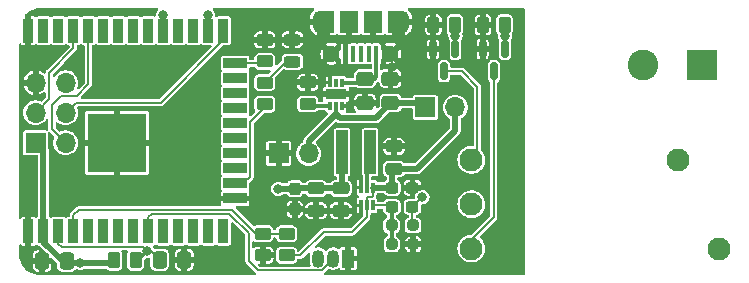
<source format=gbr>
%TF.GenerationSoftware,KiCad,Pcbnew,(6.0.0)*%
%TF.CreationDate,2022-12-29T02:02:28+02:00*%
%TF.ProjectId,greenhouse-doc,67726565-6e68-46f7-9573-652d646f632e,rev?*%
%TF.SameCoordinates,Original*%
%TF.FileFunction,Copper,L1,Top*%
%TF.FilePolarity,Positive*%
%FSLAX46Y46*%
G04 Gerber Fmt 4.6, Leading zero omitted, Abs format (unit mm)*
G04 Created by KiCad (PCBNEW (6.0.0)) date 2022-12-29 02:02:28*
%MOMM*%
%LPD*%
G01*
G04 APERTURE LIST*
G04 Aperture macros list*
%AMRoundRect*
0 Rectangle with rounded corners*
0 $1 Rounding radius*
0 $2 $3 $4 $5 $6 $7 $8 $9 X,Y pos of 4 corners*
0 Add a 4 corners polygon primitive as box body*
4,1,4,$2,$3,$4,$5,$6,$7,$8,$9,$2,$3,0*
0 Add four circle primitives for the rounded corners*
1,1,$1+$1,$2,$3*
1,1,$1+$1,$4,$5*
1,1,$1+$1,$6,$7*
1,1,$1+$1,$8,$9*
0 Add four rect primitives between the rounded corners*
20,1,$1+$1,$2,$3,$4,$5,0*
20,1,$1+$1,$4,$5,$6,$7,0*
20,1,$1+$1,$6,$7,$8,$9,0*
20,1,$1+$1,$8,$9,$2,$3,0*%
G04 Aperture macros list end*
%TA.AperFunction,SMDPad,CuDef*%
%ADD10RoundRect,0.250000X-0.262500X-0.450000X0.262500X-0.450000X0.262500X0.450000X-0.262500X0.450000X0*%
%TD*%
%TA.AperFunction,SMDPad,CuDef*%
%ADD11RoundRect,0.250000X0.475000X-0.337500X0.475000X0.337500X-0.475000X0.337500X-0.475000X-0.337500X0*%
%TD*%
%TA.AperFunction,SMDPad,CuDef*%
%ADD12RoundRect,0.237500X0.250000X0.237500X-0.250000X0.237500X-0.250000X-0.237500X0.250000X-0.237500X0*%
%TD*%
%TA.AperFunction,SMDPad,CuDef*%
%ADD13R,0.980000X3.700000*%
%TD*%
%TA.AperFunction,SMDPad,CuDef*%
%ADD14RoundRect,0.250000X0.262500X0.450000X-0.262500X0.450000X-0.262500X-0.450000X0.262500X-0.450000X0*%
%TD*%
%TA.AperFunction,SMDPad,CuDef*%
%ADD15RoundRect,0.250000X-0.450000X0.262500X-0.450000X-0.262500X0.450000X-0.262500X0.450000X0.262500X0*%
%TD*%
%TA.AperFunction,SMDPad,CuDef*%
%ADD16RoundRect,0.250000X-0.337500X-0.475000X0.337500X-0.475000X0.337500X0.475000X-0.337500X0.475000X0*%
%TD*%
%TA.AperFunction,SMDPad,CuDef*%
%ADD17RoundRect,0.237500X-0.250000X-0.237500X0.250000X-0.237500X0.250000X0.237500X-0.250000X0.237500X0*%
%TD*%
%TA.AperFunction,ComponentPad*%
%ADD18R,2.600000X2.600000*%
%TD*%
%TA.AperFunction,ComponentPad*%
%ADD19C,2.600000*%
%TD*%
%TA.AperFunction,SMDPad,CuDef*%
%ADD20RoundRect,0.250000X0.475000X-0.250000X0.475000X0.250000X-0.475000X0.250000X-0.475000X-0.250000X0*%
%TD*%
%TA.AperFunction,SMDPad,CuDef*%
%ADD21R,0.300000X0.950000*%
%TD*%
%TA.AperFunction,SMDPad,CuDef*%
%ADD22RoundRect,0.150000X-0.150000X0.587500X-0.150000X-0.587500X0.150000X-0.587500X0.150000X0.587500X0*%
%TD*%
%TA.AperFunction,SMDPad,CuDef*%
%ADD23R,0.400000X1.350000*%
%TD*%
%TA.AperFunction,SMDPad,CuDef*%
%ADD24R,1.500000X1.900000*%
%TD*%
%TA.AperFunction,ComponentPad*%
%ADD25C,1.450000*%
%TD*%
%TA.AperFunction,ComponentPad*%
%ADD26O,1.200000X1.900000*%
%TD*%
%TA.AperFunction,SMDPad,CuDef*%
%ADD27R,1.200000X1.900000*%
%TD*%
%TA.AperFunction,SMDPad,CuDef*%
%ADD28RoundRect,0.237500X-0.300000X-0.237500X0.300000X-0.237500X0.300000X0.237500X-0.300000X0.237500X0*%
%TD*%
%TA.AperFunction,SMDPad,CuDef*%
%ADD29R,5.000000X5.000000*%
%TD*%
%TA.AperFunction,SMDPad,CuDef*%
%ADD30R,0.900000X2.000000*%
%TD*%
%TA.AperFunction,SMDPad,CuDef*%
%ADD31R,2.000000X0.900000*%
%TD*%
%TA.AperFunction,ComponentPad*%
%ADD32C,1.950000*%
%TD*%
%TA.AperFunction,SMDPad,CuDef*%
%ADD33RoundRect,0.250000X0.337500X0.475000X-0.337500X0.475000X-0.337500X-0.475000X0.337500X-0.475000X0*%
%TD*%
%TA.AperFunction,SMDPad,CuDef*%
%ADD34RoundRect,0.237500X0.300000X0.237500X-0.300000X0.237500X-0.300000X-0.237500X0.300000X-0.237500X0*%
%TD*%
%TA.AperFunction,SMDPad,CuDef*%
%ADD35R,0.300000X0.700000*%
%TD*%
%TA.AperFunction,SMDPad,CuDef*%
%ADD36R,1.800000X0.900000*%
%TD*%
%TA.AperFunction,SMDPad,CuDef*%
%ADD37RoundRect,0.250000X-0.475000X0.337500X-0.475000X-0.337500X0.475000X-0.337500X0.475000X0.337500X0*%
%TD*%
%TA.AperFunction,SMDPad,CuDef*%
%ADD38RoundRect,0.250000X-0.475000X0.250000X-0.475000X-0.250000X0.475000X-0.250000X0.475000X0.250000X0*%
%TD*%
%TA.AperFunction,ComponentPad*%
%ADD39R,1.050000X1.500000*%
%TD*%
%TA.AperFunction,ComponentPad*%
%ADD40O,1.050000X1.500000*%
%TD*%
%TA.AperFunction,SMDPad,CuDef*%
%ADD41RoundRect,0.243750X-0.456250X0.243750X-0.456250X-0.243750X0.456250X-0.243750X0.456250X0.243750X0*%
%TD*%
%TA.AperFunction,SMDPad,CuDef*%
%ADD42RoundRect,0.237500X-0.237500X0.300000X-0.237500X-0.300000X0.237500X-0.300000X0.237500X0.300000X0*%
%TD*%
%TA.AperFunction,SMDPad,CuDef*%
%ADD43RoundRect,0.250000X0.450000X-0.262500X0.450000X0.262500X-0.450000X0.262500X-0.450000X-0.262500X0*%
%TD*%
%TA.AperFunction,ComponentPad*%
%ADD44O,1.700000X1.700000*%
%TD*%
%TA.AperFunction,ComponentPad*%
%ADD45R,1.700000X1.700000*%
%TD*%
%TA.AperFunction,ViaPad*%
%ADD46C,0.800000*%
%TD*%
%TA.AperFunction,Conductor*%
%ADD47C,0.500000*%
%TD*%
%TA.AperFunction,Conductor*%
%ADD48C,0.200000*%
%TD*%
%TA.AperFunction,Conductor*%
%ADD49C,0.300000*%
%TD*%
G04 APERTURE END LIST*
D10*
%TO.P,R6,1*%
%TO.N,GND*%
X132487500Y-57600000D03*
%TO.P,R6,2*%
%TO.N,/relay_2*%
X134312500Y-57600000D03*
%TD*%
D11*
%TO.P,C3,1*%
%TO.N,+BATT*%
X124650000Y-64237500D03*
%TO.P,C3,2*%
%TO.N,GND*%
X124650000Y-62162500D03*
%TD*%
D12*
%TO.P,R9,2*%
%TO.N,Net-(C10-Pad2)*%
X124750000Y-76180000D03*
%TO.P,R9,1*%
%TO.N,GND*%
X126575000Y-76180000D03*
%TD*%
D13*
%TO.P,L1,1,1*%
%TO.N,+3V3*%
X120565000Y-68400000D03*
%TO.P,L1,2,2*%
%TO.N,Net-(IC2-Pad2)*%
X122935000Y-68400000D03*
%TD*%
D14*
%TO.P,R7,1*%
%TO.N,/esp_en*%
X103062500Y-77550000D03*
%TO.P,R7,2*%
%TO.N,+3V3*%
X101237500Y-77550000D03*
%TD*%
D15*
%TO.P,R2,1*%
%TO.N,/batt_status*%
X115850000Y-75300000D03*
%TO.P,R2,2*%
%TO.N,/vbt*%
X115850000Y-77125000D03*
%TD*%
D16*
%TO.P,C4,1*%
%TO.N,/esp_en*%
X105112500Y-77500000D03*
%TO.P,C4,2*%
%TO.N,GND*%
X107187500Y-77500000D03*
%TD*%
D17*
%TO.P,R8,1*%
%TO.N,Net-(C10-Pad2)*%
X124737500Y-74600000D03*
%TO.P,R8,2*%
%TO.N,+3V3*%
X126562500Y-74600000D03*
%TD*%
D18*
%TO.P,J3,1,Pin_1*%
%TO.N,Net-(J3-Pad1)*%
X151000000Y-61000000D03*
D19*
%TO.P,J3,2,Pin_2*%
%TO.N,Net-(J3-Pad2)*%
X146000000Y-61000000D03*
%TD*%
D20*
%TO.P,C5,1*%
%TO.N,/vbt*%
X124950000Y-69800000D03*
%TO.P,C5,2*%
%TO.N,GND*%
X124950000Y-67900000D03*
%TD*%
D21*
%TO.P,IC2,1,VIN*%
%TO.N,/vbt*%
X123150000Y-71400000D03*
%TO.P,IC2,2,SW*%
%TO.N,Net-(IC2-Pad2)*%
X122650000Y-71400000D03*
%TO.P,IC2,3,GND*%
%TO.N,GND*%
X122150000Y-71400000D03*
%TO.P,IC2,4,AGND*%
X122150000Y-72900000D03*
%TO.P,IC2,5,EN*%
%TO.N,/vbt*%
X122650000Y-72900000D03*
%TO.P,IC2,6,FB*%
%TO.N,Net-(C10-Pad2)*%
X123150000Y-72900000D03*
%TD*%
D22*
%TO.P,Q1,1,G*%
%TO.N,/relay_2*%
X134350000Y-59662500D03*
%TO.P,Q1,2,S*%
%TO.N,GND*%
X132450000Y-59662500D03*
%TO.P,Q1,3,D*%
%TO.N,Net-(K1-Pad1)*%
X133400000Y-61537500D03*
%TD*%
D23*
%TO.P,J1,1,VBUS*%
%TO.N,Net-(C1-Pad1)*%
X123450000Y-60062500D03*
%TO.P,J1,2,D-*%
%TO.N,unconnected-(J1-Pad2)*%
X122800000Y-60062500D03*
%TO.P,J1,3,D+*%
%TO.N,unconnected-(J1-Pad3)*%
X122150000Y-60062500D03*
%TO.P,J1,4,ID*%
%TO.N,unconnected-(J1-Pad4)*%
X121500000Y-60062500D03*
%TO.P,J1,5,GND*%
%TO.N,GND*%
X120850000Y-60062500D03*
D24*
%TO.P,J1,6,Shield*%
X123150000Y-57362500D03*
D25*
X124650000Y-60062500D03*
D26*
X125650000Y-57362500D03*
D25*
X119650000Y-60062500D03*
D26*
X118650000Y-57362500D03*
D27*
X119250000Y-57362500D03*
X125050000Y-57362500D03*
D24*
X121150000Y-57362500D03*
%TD*%
D22*
%TO.P,Q2,1,G*%
%TO.N,/relay_1*%
X130150000Y-59662500D03*
%TO.P,Q2,2,S*%
%TO.N,GND*%
X128250000Y-59662500D03*
%TO.P,Q2,3,D*%
%TO.N,Net-(K1-Pad6)*%
X129200000Y-61537500D03*
%TD*%
D15*
%TO.P,R4,1*%
%TO.N,GND*%
X114000000Y-58887500D03*
%TO.P,R4,2*%
%TO.N,Net-(R4-Pad2)*%
X114000000Y-60712500D03*
%TD*%
D28*
%TO.P,C6,1*%
%TO.N,/vbt*%
X124787500Y-71400000D03*
%TO.P,C6,2*%
%TO.N,GND*%
X126512500Y-71400000D03*
%TD*%
D29*
%TO.P,U1,39,GND*%
%TO.N,GND*%
X101495000Y-67600000D03*
D30*
%TO.P,U1,38,GND*%
X93995000Y-58100000D03*
%TO.P,U1,37,IO23*%
%TO.N,unconnected-(U1-Pad37)*%
X95265000Y-58100000D03*
%TO.P,U1,36,IO22*%
%TO.N,unconnected-(U1-Pad36)*%
X96535000Y-58100000D03*
%TO.P,U1,35,TXD0/IO1*%
%TO.N,/tx*%
X97805000Y-58100000D03*
%TO.P,U1,34,RXD0/IO3*%
%TO.N,/rx*%
X99075000Y-58100000D03*
%TO.P,U1,33,IO21*%
%TO.N,unconnected-(U1-Pad33)*%
X100345000Y-58100000D03*
%TO.P,U1,32,NC*%
%TO.N,unconnected-(U1-Pad32)*%
X101615000Y-58100000D03*
%TO.P,U1,31,IO19*%
%TO.N,unconnected-(U1-Pad31)*%
X102885000Y-58100000D03*
%TO.P,U1,30,IO18*%
%TO.N,unconnected-(U1-Pad30)*%
X104155000Y-58100000D03*
%TO.P,U1,29,IO5*%
%TO.N,/relay_2*%
X105425000Y-58100000D03*
%TO.P,U1,28,IO17*%
%TO.N,unconnected-(U1-Pad28)*%
X106695000Y-58100000D03*
%TO.P,U1,27,IO16*%
%TO.N,unconnected-(U1-Pad27)*%
X107965000Y-58100000D03*
%TO.P,U1,26,IO4*%
%TO.N,/relay_1*%
X109235000Y-58100000D03*
%TO.P,U1,25,IO0*%
%TO.N,/boot*%
X110505000Y-58100000D03*
D31*
%TO.P,U1,24,IO2*%
%TO.N,Net-(R4-Pad2)*%
X111505000Y-60885000D03*
%TO.P,U1,23,IO15*%
%TO.N,unconnected-(U1-Pad23)*%
X111505000Y-62155000D03*
%TO.P,U1,22,SDI/SD1*%
%TO.N,unconnected-(U1-Pad22)*%
X111505000Y-63425000D03*
%TO.P,U1,21,SDO/SD0*%
%TO.N,unconnected-(U1-Pad21)*%
X111505000Y-64695000D03*
%TO.P,U1,20,SCK/CLK*%
%TO.N,unconnected-(U1-Pad20)*%
X111505000Y-65965000D03*
%TO.P,U1,19,SCS/CMD*%
%TO.N,unconnected-(U1-Pad19)*%
X111505000Y-67235000D03*
%TO.P,U1,18,SWP/SD3*%
%TO.N,unconnected-(U1-Pad18)*%
X111505000Y-68505000D03*
%TO.P,U1,17,SHD/SD2*%
%TO.N,unconnected-(U1-Pad17)*%
X111505000Y-69775000D03*
%TO.P,U1,16,IO13*%
%TO.N,Net-(R5-Pad2)*%
X111505000Y-71045000D03*
%TO.P,U1,15,GND*%
%TO.N,GND*%
X111505000Y-72315000D03*
D30*
%TO.P,U1,14,IO12*%
%TO.N,unconnected-(U1-Pad14)*%
X110505000Y-75100000D03*
%TO.P,U1,13,IO14*%
%TO.N,unconnected-(U1-Pad13)*%
X109235000Y-75100000D03*
%TO.P,U1,12,IO27*%
%TO.N,unconnected-(U1-Pad12)*%
X107965000Y-75100000D03*
%TO.P,U1,11,IO26*%
%TO.N,unconnected-(U1-Pad11)*%
X106695000Y-75100000D03*
%TO.P,U1,10,IO25*%
%TO.N,unconnected-(U1-Pad10)*%
X105425000Y-75100000D03*
%TO.P,U1,9,IO33*%
%TO.N,/tempsens*%
X104155000Y-75100000D03*
%TO.P,U1,8,IO32*%
%TO.N,unconnected-(U1-Pad8)*%
X102885000Y-75100000D03*
%TO.P,U1,7,IO35*%
%TO.N,unconnected-(U1-Pad7)*%
X101615000Y-75100000D03*
%TO.P,U1,6,IO34*%
%TO.N,unconnected-(U1-Pad6)*%
X100345000Y-75100000D03*
%TO.P,U1,5,SENSOR_VN*%
%TO.N,unconnected-(U1-Pad5)*%
X99075000Y-75100000D03*
%TO.P,U1,4,SENSOR_VP*%
%TO.N,/batt_status*%
X97805000Y-75100000D03*
%TO.P,U1,3,EN*%
%TO.N,/esp_en*%
X96535000Y-75100000D03*
%TO.P,U1,2,VDD*%
%TO.N,+3V3*%
X95265000Y-75100000D03*
%TO.P,U1,1,GND*%
%TO.N,GND*%
X93995000Y-75100000D03*
%TD*%
D32*
%TO.P,K1,1,COIL-_1*%
%TO.N,Net-(K1-Pad1)*%
X131500000Y-76550000D03*
%TO.P,K1,3,NO*%
%TO.N,Net-(J3-Pad1)*%
X152500000Y-76550000D03*
%TO.P,K1,5,COM*%
%TO.N,Net-(J3-Pad2)*%
X149000000Y-69050000D03*
%TO.P,K1,6,COIL-_2*%
%TO.N,Net-(K1-Pad6)*%
X131500000Y-69050000D03*
%TO.P,K1,7,COIL+*%
%TO.N,+3V3*%
X131500000Y-72800000D03*
%TD*%
D33*
%TO.P,C2,1*%
%TO.N,+3V3*%
X97237500Y-77600000D03*
%TO.P,C2,2*%
%TO.N,GND*%
X95162500Y-77600000D03*
%TD*%
D10*
%TO.P,R10,1*%
%TO.N,GND*%
X128287500Y-57600000D03*
%TO.P,R10,2*%
%TO.N,/relay_1*%
X130112500Y-57600000D03*
%TD*%
D34*
%TO.P,C10,1*%
%TO.N,+3V3*%
X126512500Y-73030000D03*
%TO.P,C10,2*%
%TO.N,Net-(C10-Pad2)*%
X124787500Y-73030000D03*
%TD*%
D35*
%TO.P,IC1,1,VIN*%
%TO.N,Net-(C1-Pad1)*%
X120550000Y-62500000D03*
%TO.P,IC1,2,STATB*%
%TO.N,unconnected-(IC1-Pad2)*%
X120050000Y-62500000D03*
%TO.P,IC1,3,GND*%
%TO.N,GND*%
X119550000Y-62500000D03*
%TO.P,IC1,4,IPRGM*%
%TO.N,Net-(IC1-Pad4)*%
X119550000Y-64500000D03*
%TO.P,IC1,5,BAT*%
%TO.N,+BATT*%
X120050000Y-64500000D03*
%TO.P,IC1,6,ENB*%
%TO.N,GND*%
X120550000Y-64500000D03*
D36*
%TO.P,IC1,7,EP*%
X120050000Y-63500000D03*
%TD*%
D37*
%TO.P,C1,1*%
%TO.N,Net-(C1-Pad1)*%
X122500000Y-62162500D03*
%TO.P,C1,2*%
%TO.N,GND*%
X122500000Y-64237500D03*
%TD*%
D15*
%TO.P,R1,1*%
%TO.N,GND*%
X117650000Y-62487500D03*
%TO.P,R1,2*%
%TO.N,Net-(IC1-Pad4)*%
X117650000Y-64312500D03*
%TD*%
D38*
%TO.P,C8,1*%
%TO.N,+3V3*%
X120450000Y-71450000D03*
%TO.P,C8,2*%
%TO.N,GND*%
X120450000Y-73350000D03*
%TD*%
D39*
%TO.P,U2,1,GND*%
%TO.N,GND*%
X121070000Y-77400000D03*
D40*
%TO.P,U2,2,DQ*%
%TO.N,/tempsens*%
X119800000Y-77400000D03*
%TO.P,U2,3,VDD*%
%TO.N,+3V3*%
X118530000Y-77400000D03*
%TD*%
D41*
%TO.P,D1,1,K*%
%TO.N,GND*%
X116350000Y-58862500D03*
%TO.P,D1,2,A*%
%TO.N,Net-(D1-Pad2)*%
X116350000Y-60737500D03*
%TD*%
D38*
%TO.P,C9,1*%
%TO.N,+3V3*%
X118350000Y-71450000D03*
%TO.P,C9,2*%
%TO.N,GND*%
X118350000Y-73350000D03*
%TD*%
D15*
%TO.P,R5,1*%
%TO.N,Net-(D1-Pad2)*%
X114000000Y-62500000D03*
%TO.P,R5,2*%
%TO.N,Net-(R5-Pad2)*%
X114000000Y-64325000D03*
%TD*%
D42*
%TO.P,C7,1*%
%TO.N,+3V3*%
X116550000Y-71487500D03*
%TO.P,C7,2*%
%TO.N,GND*%
X116550000Y-73212500D03*
%TD*%
D43*
%TO.P,R3,1*%
%TO.N,GND*%
X113850000Y-77125000D03*
%TO.P,R3,2*%
%TO.N,/batt_status*%
X113850000Y-75300000D03*
%TD*%
D44*
%TO.P,J5,2,Pin_2*%
%TO.N,+BATT*%
X117715000Y-68500000D03*
D45*
%TO.P,J5,1,Pin_1*%
%TO.N,GND*%
X115175000Y-68500000D03*
%TD*%
%TO.P,J4,1,Pin_1*%
%TO.N,+BATT*%
X127600000Y-64600000D03*
D44*
%TO.P,J4,2,Pin_2*%
%TO.N,/vbt*%
X130140000Y-64600000D03*
%TD*%
D45*
%TO.P,J2,1,Pin_1*%
%TO.N,+3V3*%
X94600000Y-67600000D03*
D44*
%TO.P,J2,2,Pin_2*%
%TO.N,/rx*%
X97140000Y-67600000D03*
%TO.P,J2,3,Pin_3*%
%TO.N,/tx*%
X94600000Y-65060000D03*
%TO.P,J2,4,Pin_4*%
%TO.N,/boot*%
X97140000Y-65060000D03*
%TO.P,J2,5,Pin_5*%
%TO.N,GND*%
X94600000Y-62520000D03*
%TO.P,J2,6,Pin_6*%
%TO.N,/esp_en*%
X97140000Y-62520000D03*
%TD*%
D46*
%TO.N,GND*%
X111600000Y-77550000D03*
%TO.N,+3V3*%
X127356205Y-72206494D03*
X115150000Y-71500000D03*
%TO.N,GND*%
X134500000Y-63100000D03*
X97400000Y-71800000D03*
X115000000Y-57000000D03*
X131250000Y-60600000D03*
X94600000Y-60200000D03*
X108000000Y-63600000D03*
X104400000Y-62400000D03*
X94000000Y-73000000D03*
X134600000Y-70600000D03*
X126600000Y-60400000D03*
X106000000Y-67600000D03*
X98000000Y-60800000D03*
X117850000Y-74950000D03*
X100000000Y-60400000D03*
X103000000Y-60400000D03*
X101000000Y-62400000D03*
X101000000Y-71800000D03*
X106800000Y-71600000D03*
X128400000Y-70600000D03*
X114400000Y-72800000D03*
X115900000Y-62200000D03*
X134600000Y-65000000D03*
X118200000Y-61000000D03*
X117400000Y-57000000D03*
X112600000Y-57000000D03*
X124800000Y-61200000D03*
X123100000Y-76350000D03*
X134600000Y-76200000D03*
X106200000Y-60400000D03*
X107400000Y-69400000D03*
%TO.N,+3V3*%
X98400000Y-77800000D03*
%TO.N,/esp_en*%
X104050000Y-76750000D03*
%TO.N,/relay_2*%
X105400000Y-56800000D03*
X134350000Y-58600000D03*
%TO.N,/relay_1*%
X130150000Y-58550000D03*
X109200000Y-56800000D03*
%TD*%
D47*
%TO.N,/vbt*%
X124787500Y-71400000D02*
X123199520Y-71400000D01*
X124787500Y-69962500D02*
X124950000Y-69800000D01*
X124787500Y-71400000D02*
X124787500Y-69962500D01*
X124950000Y-69800000D02*
X126900000Y-69800000D01*
X130140000Y-66560000D02*
X126900000Y-69800000D01*
X130140000Y-64600000D02*
X130140000Y-66560000D01*
%TO.N,+BATT*%
X127237500Y-64237500D02*
X127600000Y-64600000D01*
X124650000Y-64237500D02*
X127237500Y-64237500D01*
X123387500Y-65500000D02*
X124650000Y-64237500D01*
X120400000Y-65500000D02*
X123387500Y-65500000D01*
X120050000Y-65150000D02*
X120400000Y-65500000D01*
X117715000Y-67485000D02*
X117715000Y-68500000D01*
X120050000Y-65150000D02*
X117715000Y-67485000D01*
D48*
%TO.N,/tempsens*%
X104155000Y-75100000D02*
X104155000Y-73895000D01*
X112650000Y-75250000D02*
X112650000Y-77600000D01*
X104155000Y-73895000D02*
X104450000Y-73600000D01*
X118850816Y-78399520D02*
X119800000Y-77450336D01*
X104450000Y-73600000D02*
X111000000Y-73600000D01*
X111000000Y-73600000D02*
X112650000Y-75250000D01*
X112650000Y-77600000D02*
X113449520Y-78399520D01*
X113449520Y-78399520D02*
X118850816Y-78399520D01*
X119800000Y-77450336D02*
X119800000Y-77400000D01*
%TO.N,+3V3*%
X127336006Y-72206494D02*
X126512500Y-73030000D01*
X127356205Y-72206494D02*
X127336006Y-72206494D01*
X126512500Y-74550000D02*
X126562500Y-74600000D01*
X126512500Y-73030000D02*
X126512500Y-74550000D01*
D47*
X115162500Y-71487500D02*
X115150000Y-71500000D01*
X116550000Y-71487500D02*
X115162500Y-71487500D01*
X116587500Y-71450000D02*
X116550000Y-71487500D01*
X118350000Y-71450000D02*
X116587500Y-71450000D01*
X120450000Y-71450000D02*
X118350000Y-71450000D01*
X120565000Y-71335000D02*
X120450000Y-71450000D01*
X120565000Y-68400000D02*
X120565000Y-71335000D01*
D49*
%TO.N,Net-(C1-Pad1)*%
X123450000Y-62050000D02*
X123337500Y-62162500D01*
X120550000Y-62500000D02*
X122162500Y-62500000D01*
X123337500Y-62162500D02*
X122500000Y-62162500D01*
X123450000Y-60062500D02*
X123450000Y-62050000D01*
X122162500Y-62500000D02*
X122500000Y-62162500D01*
D47*
%TO.N,+3V3*%
X98400000Y-77800000D02*
X100987500Y-77800000D01*
X97237500Y-77600000D02*
X96893559Y-77600000D01*
X98400000Y-77800000D02*
X97437500Y-77800000D01*
X95265000Y-75971441D02*
X95265000Y-75100000D01*
X100987500Y-77800000D02*
X101237500Y-77550000D01*
X97437500Y-77800000D02*
X97237500Y-77600000D01*
X95265000Y-68265000D02*
X94600000Y-67600000D01*
X95265000Y-75100000D02*
X95265000Y-68265000D01*
X96893559Y-77600000D02*
X95265000Y-75971441D01*
D49*
%TO.N,+BATT*%
X120050000Y-64500000D02*
X120050000Y-65150000D01*
%TO.N,/esp_en*%
X103062500Y-77550000D02*
X103250000Y-77550000D01*
D48*
X96535000Y-76135000D02*
X96535000Y-75100000D01*
X104362500Y-76750000D02*
X105112500Y-77500000D01*
D49*
X103250000Y-77550000D02*
X104050000Y-76750000D01*
D48*
X104050000Y-76750000D02*
X104362500Y-76750000D01*
X103700000Y-76400000D02*
X96800000Y-76400000D01*
X104050000Y-76750000D02*
X103700000Y-76400000D01*
X96800000Y-76400000D02*
X96535000Y-76135000D01*
D49*
%TO.N,Net-(IC1-Pad4)*%
X117837500Y-64500000D02*
X119550000Y-64500000D01*
X117650000Y-64312500D02*
X117837500Y-64500000D01*
D48*
%TO.N,/batt_status*%
X115850000Y-75300000D02*
X113850000Y-75300000D01*
X98299520Y-73250480D02*
X97805000Y-73745000D01*
X111250480Y-73250480D02*
X98299520Y-73250480D01*
X113850000Y-75300000D02*
X113300000Y-75300000D01*
X97805000Y-73745000D02*
X97805000Y-75100000D01*
X113300000Y-75300000D02*
X111250480Y-73250480D01*
%TO.N,/rx*%
X97140000Y-67600000D02*
X95990489Y-66450489D01*
X98069511Y-63669511D02*
X99075000Y-62664022D01*
X95990489Y-66450489D02*
X95990489Y-64409511D01*
X95990489Y-64409511D02*
X96730489Y-63669511D01*
X96730489Y-63669511D02*
X98069511Y-63669511D01*
X99075000Y-62664022D02*
X99075000Y-58100000D01*
%TO.N,/tx*%
X94600000Y-65060000D02*
X95749511Y-63910489D01*
X95749511Y-61650489D02*
X97805000Y-59595000D01*
X95749511Y-63910489D02*
X95749511Y-61650489D01*
X97805000Y-59595000D02*
X97805000Y-58100000D01*
%TO.N,/boot*%
X105184022Y-64200000D02*
X110505000Y-58879022D01*
X110505000Y-58879022D02*
X110505000Y-58100000D01*
X98000000Y-64200000D02*
X105184022Y-64200000D01*
X97140000Y-65060000D02*
X98000000Y-64200000D01*
%TO.N,Net-(C10-Pad2)*%
X123150000Y-72900000D02*
X124657500Y-72900000D01*
D49*
X124737500Y-73080000D02*
X124787500Y-73030000D01*
X124750000Y-74612500D02*
X124737500Y-74600000D01*
X124750000Y-76180000D02*
X124750000Y-74612500D01*
X124737500Y-74600000D02*
X124737500Y-73080000D01*
D48*
X124657500Y-72900000D02*
X124787500Y-73030000D01*
D49*
%TO.N,Net-(IC2-Pad2)*%
X122650000Y-71400000D02*
X122650000Y-68685000D01*
X122650000Y-68685000D02*
X122935000Y-68400000D01*
D48*
%TO.N,Net-(R4-Pad2)*%
X113827500Y-60885000D02*
X114000000Y-60712500D01*
X111505000Y-60885000D02*
X113827500Y-60885000D01*
%TO.N,Net-(K1-Pad1)*%
X133400000Y-61537500D02*
X133400000Y-73900000D01*
X131500000Y-75800000D02*
X131500000Y-76550000D01*
X133400000Y-73900000D02*
X131500000Y-75800000D01*
%TO.N,Net-(K1-Pad6)*%
X132000000Y-62850000D02*
X132000000Y-68550000D01*
X130687500Y-61537500D02*
X132000000Y-62850000D01*
X132000000Y-68550000D02*
X131500000Y-69050000D01*
X129200000Y-61537500D02*
X130687500Y-61537500D01*
%TO.N,/relay_2*%
X134350000Y-57637500D02*
X134312500Y-57600000D01*
X134350000Y-59662500D02*
X134350000Y-57637500D01*
X105425000Y-56825000D02*
X105400000Y-56800000D01*
X105425000Y-58100000D02*
X105425000Y-56825000D01*
%TO.N,/relay_1*%
X130150000Y-57637500D02*
X130112500Y-57600000D01*
X109200000Y-58065000D02*
X109235000Y-58100000D01*
X130150000Y-59662500D02*
X130150000Y-57637500D01*
X109200000Y-56800000D02*
X109200000Y-58065000D01*
%TO.N,/vbt*%
X118999511Y-75150489D02*
X117025000Y-77125000D01*
X123150000Y-71400000D02*
X124787500Y-71400000D01*
X121399511Y-75150489D02*
X118999511Y-75150489D01*
X117025000Y-77125000D02*
X115850000Y-77125000D01*
X122650000Y-73900000D02*
X121399511Y-75150489D01*
X123150000Y-72075000D02*
X123075000Y-72150000D01*
X122725000Y-72150000D02*
X122650000Y-72225000D01*
X122650000Y-72225000D02*
X122650000Y-72900000D01*
X122650000Y-72900000D02*
X122650000Y-73900000D01*
X123075000Y-72150000D02*
X122725000Y-72150000D01*
X123150000Y-71400000D02*
X123150000Y-72075000D01*
%TO.N,Net-(D1-Pad2)*%
X115762500Y-60737500D02*
X116350000Y-60737500D01*
X114000000Y-62500000D02*
X115762500Y-60737500D01*
%TO.N,Net-(R5-Pad2)*%
X114000000Y-64600000D02*
X112754511Y-65845489D01*
X112184022Y-71045000D02*
X111505000Y-71045000D01*
X112754511Y-70474511D02*
X112184022Y-71045000D01*
X112754511Y-65845489D02*
X112754511Y-70474511D01*
X114000000Y-64325000D02*
X114000000Y-64600000D01*
%TD*%
%TA.AperFunction,Conductor*%
%TO.N,GND*%
G36*
X104963818Y-56218907D02*
G01*
X104999782Y-56268407D01*
X104999782Y-56329593D01*
X104975965Y-56368459D01*
X104971718Y-56371718D01*
X104875464Y-56497159D01*
X104814956Y-56643238D01*
X104794318Y-56800000D01*
X104795165Y-56806432D01*
X104795165Y-56812766D01*
X104776258Y-56870957D01*
X104726758Y-56906921D01*
X104676851Y-56909864D01*
X104624748Y-56899500D01*
X103685252Y-56899500D01*
X103662016Y-56904122D01*
X103636334Y-56909230D01*
X103636332Y-56909231D01*
X103626769Y-56911133D01*
X103618659Y-56916552D01*
X103575002Y-56945723D01*
X103516114Y-56962332D01*
X103464998Y-56945723D01*
X103421341Y-56916552D01*
X103413231Y-56911133D01*
X103403668Y-56909231D01*
X103403666Y-56909230D01*
X103377984Y-56904122D01*
X103354748Y-56899500D01*
X102415252Y-56899500D01*
X102392016Y-56904122D01*
X102366334Y-56909230D01*
X102366332Y-56909231D01*
X102356769Y-56911133D01*
X102348659Y-56916552D01*
X102305002Y-56945723D01*
X102246114Y-56962332D01*
X102194998Y-56945723D01*
X102151341Y-56916552D01*
X102143231Y-56911133D01*
X102133668Y-56909231D01*
X102133666Y-56909230D01*
X102107984Y-56904122D01*
X102084748Y-56899500D01*
X101145252Y-56899500D01*
X101122016Y-56904122D01*
X101096334Y-56909230D01*
X101096332Y-56909231D01*
X101086769Y-56911133D01*
X101078659Y-56916552D01*
X101035002Y-56945723D01*
X100976114Y-56962332D01*
X100924998Y-56945723D01*
X100881341Y-56916552D01*
X100873231Y-56911133D01*
X100863668Y-56909231D01*
X100863666Y-56909230D01*
X100837984Y-56904122D01*
X100814748Y-56899500D01*
X99875252Y-56899500D01*
X99852016Y-56904122D01*
X99826334Y-56909230D01*
X99826332Y-56909231D01*
X99816769Y-56911133D01*
X99808659Y-56916552D01*
X99765002Y-56945723D01*
X99706114Y-56962332D01*
X99654998Y-56945723D01*
X99611341Y-56916552D01*
X99603231Y-56911133D01*
X99593668Y-56909231D01*
X99593666Y-56909230D01*
X99567984Y-56904122D01*
X99544748Y-56899500D01*
X98605252Y-56899500D01*
X98582016Y-56904122D01*
X98556334Y-56909230D01*
X98556332Y-56909231D01*
X98546769Y-56911133D01*
X98538659Y-56916552D01*
X98495002Y-56945723D01*
X98436114Y-56962332D01*
X98384998Y-56945723D01*
X98341341Y-56916552D01*
X98333231Y-56911133D01*
X98323668Y-56909231D01*
X98323666Y-56909230D01*
X98297984Y-56904122D01*
X98274748Y-56899500D01*
X97335252Y-56899500D01*
X97312016Y-56904122D01*
X97286334Y-56909230D01*
X97286332Y-56909231D01*
X97276769Y-56911133D01*
X97268659Y-56916552D01*
X97225002Y-56945723D01*
X97166114Y-56962332D01*
X97114998Y-56945723D01*
X97071341Y-56916552D01*
X97063231Y-56911133D01*
X97053668Y-56909231D01*
X97053666Y-56909230D01*
X97027984Y-56904122D01*
X97004748Y-56899500D01*
X96065252Y-56899500D01*
X96042016Y-56904122D01*
X96016334Y-56909230D01*
X96016332Y-56909231D01*
X96006769Y-56911133D01*
X95998659Y-56916552D01*
X95955002Y-56945723D01*
X95896114Y-56962332D01*
X95844998Y-56945723D01*
X95801341Y-56916552D01*
X95793231Y-56911133D01*
X95783668Y-56909231D01*
X95783666Y-56909230D01*
X95757984Y-56904122D01*
X95734748Y-56899500D01*
X94795252Y-56899500D01*
X94772016Y-56904122D01*
X94746334Y-56909230D01*
X94746332Y-56909231D01*
X94736769Y-56911133D01*
X94728659Y-56916552D01*
X94684553Y-56946023D01*
X94625665Y-56962632D01*
X94574550Y-56946024D01*
X94531143Y-56917021D01*
X94513474Y-56909702D01*
X94469462Y-56900948D01*
X94459840Y-56900000D01*
X94260680Y-56900000D01*
X94247995Y-56904122D01*
X94245000Y-56908243D01*
X94245000Y-59284320D01*
X94249122Y-59297005D01*
X94253243Y-59300000D01*
X94459840Y-59300000D01*
X94469462Y-59299052D01*
X94513474Y-59290298D01*
X94531143Y-59282979D01*
X94574550Y-59253976D01*
X94633438Y-59237368D01*
X94684553Y-59253977D01*
X94708564Y-59270021D01*
X94736769Y-59288867D01*
X94746332Y-59290769D01*
X94746334Y-59290770D01*
X94769005Y-59295279D01*
X94795252Y-59300500D01*
X95734748Y-59300500D01*
X95760995Y-59295279D01*
X95783666Y-59290770D01*
X95783668Y-59290769D01*
X95793231Y-59288867D01*
X95821436Y-59270021D01*
X95844998Y-59254277D01*
X95903886Y-59237668D01*
X95955002Y-59254277D01*
X95978564Y-59270021D01*
X96006769Y-59288867D01*
X96016332Y-59290769D01*
X96016334Y-59290770D01*
X96039005Y-59295279D01*
X96065252Y-59300500D01*
X97004748Y-59300500D01*
X97030995Y-59295279D01*
X97053666Y-59290770D01*
X97053668Y-59290769D01*
X97063231Y-59288867D01*
X97091436Y-59270021D01*
X97114998Y-59254277D01*
X97173886Y-59237668D01*
X97225002Y-59254277D01*
X97248564Y-59270021D01*
X97276769Y-59288867D01*
X97286332Y-59290769D01*
X97286334Y-59290770D01*
X97309005Y-59295279D01*
X97335252Y-59300500D01*
X97405500Y-59300500D01*
X97463691Y-59319407D01*
X97499655Y-59368907D01*
X97504500Y-59399500D01*
X97504500Y-59429521D01*
X97485593Y-59487712D01*
X97475504Y-59499525D01*
X95574860Y-61400169D01*
X95571731Y-61402869D01*
X95567242Y-61405064D01*
X95561024Y-61411767D01*
X95533618Y-61441311D01*
X95531042Y-61443987D01*
X95517263Y-61457766D01*
X95514718Y-61461476D01*
X95511282Y-61465389D01*
X95491110Y-61487135D01*
X95487723Y-61495623D01*
X95487723Y-61495624D01*
X95486845Y-61497825D01*
X95476531Y-61517141D01*
X95475190Y-61519096D01*
X95475189Y-61519099D01*
X95470019Y-61526635D01*
X95467909Y-61535527D01*
X95463870Y-61552547D01*
X95459497Y-61566373D01*
X95452217Y-61584621D01*
X95449628Y-61591111D01*
X95449011Y-61597404D01*
X95449011Y-61603573D01*
X95446336Y-61626432D01*
X95444171Y-61635555D01*
X95445404Y-61644613D01*
X95445097Y-61650884D01*
X95423370Y-61708082D01*
X95372172Y-61741585D01*
X95311060Y-61738597D01*
X95283110Y-61722330D01*
X95193721Y-61648381D01*
X95185738Y-61642997D01*
X95013114Y-61549660D01*
X95004243Y-61545931D01*
X94864977Y-61502821D01*
X94853340Y-61502984D01*
X94850000Y-61513512D01*
X94850000Y-63524725D01*
X94853747Y-63536258D01*
X94864079Y-63536474D01*
X94976882Y-63504978D01*
X94985862Y-63501496D01*
X95161020Y-63413017D01*
X95169155Y-63407854D01*
X95289060Y-63314174D01*
X95346556Y-63293247D01*
X95405371Y-63310112D01*
X95443041Y-63358327D01*
X95449011Y-63392187D01*
X95449011Y-63745010D01*
X95430104Y-63803201D01*
X95420015Y-63815014D01*
X95151503Y-64083526D01*
X95096986Y-64111303D01*
X95034413Y-64100608D01*
X95032569Y-64099611D01*
X95009055Y-64086897D01*
X94909611Y-64056114D01*
X94816875Y-64027407D01*
X94816871Y-64027406D01*
X94812254Y-64025977D01*
X94807446Y-64025472D01*
X94807443Y-64025471D01*
X94612185Y-64004949D01*
X94612183Y-64004949D01*
X94607369Y-64004443D01*
X94569613Y-64007879D01*
X94407022Y-64022675D01*
X94407017Y-64022676D01*
X94402203Y-64023114D01*
X94204572Y-64081280D01*
X94200288Y-64083519D01*
X94200287Y-64083520D01*
X94189430Y-64089196D01*
X94022002Y-64176726D01*
X94018231Y-64179758D01*
X93865220Y-64302781D01*
X93865217Y-64302783D01*
X93861447Y-64305815D01*
X93858333Y-64309526D01*
X93858332Y-64309527D01*
X93740443Y-64450022D01*
X93729024Y-64463630D01*
X93629776Y-64644162D01*
X93628313Y-64648775D01*
X93628311Y-64648779D01*
X93620121Y-64674598D01*
X93567484Y-64840532D01*
X93566944Y-64845344D01*
X93566944Y-64845345D01*
X93545335Y-65038000D01*
X93544520Y-65045262D01*
X93548000Y-65086699D01*
X93560146Y-65231341D01*
X93561759Y-65250553D01*
X93563092Y-65255201D01*
X93563092Y-65255202D01*
X93615156Y-65436769D01*
X93618544Y-65448586D01*
X93712712Y-65631818D01*
X93840677Y-65793270D01*
X93844357Y-65796402D01*
X93844359Y-65796404D01*
X93938835Y-65876809D01*
X93997564Y-65926791D01*
X94001787Y-65929151D01*
X94001791Y-65929154D01*
X94118702Y-65994493D01*
X94177398Y-66027297D01*
X94181996Y-66028791D01*
X94368724Y-66089463D01*
X94368726Y-66089464D01*
X94373329Y-66090959D01*
X94577894Y-66115351D01*
X94582716Y-66114980D01*
X94582719Y-66114980D01*
X94650541Y-66109761D01*
X94783300Y-66099546D01*
X94981725Y-66044145D01*
X94986038Y-66041966D01*
X94986044Y-66041964D01*
X95161289Y-65953441D01*
X95161291Y-65953440D01*
X95165610Y-65951258D01*
X95170031Y-65947804D01*
X95324135Y-65827406D01*
X95324139Y-65827402D01*
X95327951Y-65824424D01*
X95360166Y-65787103D01*
X95387313Y-65755651D01*
X95462564Y-65668472D01*
X95504909Y-65593931D01*
X95550091Y-65552673D01*
X95610896Y-65545853D01*
X95664096Y-65576075D01*
X95689372Y-65631795D01*
X95689989Y-65642831D01*
X95689989Y-66396981D01*
X95689686Y-66401106D01*
X95688064Y-66405831D01*
X95689328Y-66439512D01*
X95689919Y-66455250D01*
X95689989Y-66458963D01*
X95689989Y-66478437D01*
X95689402Y-66478437D01*
X95676636Y-66534953D01*
X95630649Y-66575312D01*
X95569723Y-66580933D01*
X95536534Y-66566681D01*
X95528231Y-66561133D01*
X95518668Y-66559231D01*
X95518666Y-66559230D01*
X95495995Y-66554721D01*
X95469748Y-66549500D01*
X93730252Y-66549500D01*
X93704005Y-66554721D01*
X93681334Y-66559230D01*
X93681332Y-66559231D01*
X93671769Y-66561133D01*
X93605448Y-66605448D01*
X93561133Y-66671769D01*
X93549500Y-66730252D01*
X93549500Y-68469748D01*
X93553545Y-68490082D01*
X93555518Y-68500000D01*
X93561133Y-68528231D01*
X93605448Y-68594552D01*
X93671769Y-68638867D01*
X93681332Y-68640769D01*
X93681334Y-68640770D01*
X93704005Y-68645279D01*
X93730252Y-68650500D01*
X94715500Y-68650500D01*
X94773691Y-68669407D01*
X94809655Y-68718907D01*
X94814500Y-68749500D01*
X94814500Y-73814845D01*
X94795593Y-73873036D01*
X94753386Y-73906309D01*
X94746333Y-73909231D01*
X94736769Y-73911133D01*
X94703228Y-73933545D01*
X94684553Y-73946023D01*
X94625665Y-73962632D01*
X94574550Y-73946024D01*
X94531143Y-73917021D01*
X94513474Y-73909702D01*
X94469462Y-73900948D01*
X94459840Y-73900000D01*
X94260680Y-73900000D01*
X94247995Y-73904122D01*
X94245000Y-73908243D01*
X94245000Y-76284320D01*
X94249122Y-76297005D01*
X94253243Y-76300000D01*
X94459840Y-76300000D01*
X94469462Y-76299052D01*
X94513474Y-76290298D01*
X94531143Y-76282979D01*
X94574550Y-76253976D01*
X94633438Y-76237368D01*
X94684554Y-76253977D01*
X94736769Y-76288867D01*
X94746332Y-76290769D01*
X94746334Y-76290770D01*
X94769005Y-76295279D01*
X94795252Y-76300500D01*
X94914066Y-76300500D01*
X94975642Y-76322124D01*
X94980146Y-76326997D01*
X94986212Y-76330521D01*
X94993535Y-76337079D01*
X95383504Y-76727048D01*
X95411281Y-76781565D01*
X95412500Y-76797052D01*
X95412500Y-77334320D01*
X95416622Y-77347005D01*
X95420743Y-77350000D01*
X95949999Y-77350000D01*
X95949999Y-77351056D01*
X95992248Y-77351055D01*
X96031663Y-77375207D01*
X96420504Y-77764048D01*
X96448281Y-77818565D01*
X96449500Y-77834052D01*
X96449500Y-78128834D01*
X96452481Y-78160369D01*
X96497366Y-78288184D01*
X96501761Y-78294135D01*
X96501762Y-78294136D01*
X96567074Y-78382560D01*
X96577850Y-78397150D01*
X96583807Y-78401550D01*
X96665023Y-78461537D01*
X96686816Y-78477634D01*
X96814631Y-78522519D01*
X96820638Y-78523087D01*
X96820639Y-78523087D01*
X96843855Y-78525282D01*
X96843865Y-78525282D01*
X96846166Y-78525500D01*
X97628834Y-78525500D01*
X97631135Y-78525282D01*
X97631145Y-78525282D01*
X97654361Y-78523087D01*
X97654362Y-78523087D01*
X97660369Y-78522519D01*
X97788184Y-78477634D01*
X97809978Y-78461537D01*
X97891193Y-78401550D01*
X97897150Y-78397150D01*
X97943829Y-78333953D01*
X97993609Y-78298380D01*
X98054793Y-78298861D01*
X98083728Y-78314230D01*
X98097159Y-78324536D01*
X98243238Y-78385044D01*
X98400000Y-78405682D01*
X98556762Y-78385044D01*
X98702841Y-78324536D01*
X98735324Y-78299611D01*
X98772666Y-78270958D01*
X98832933Y-78250500D01*
X100549974Y-78250500D01*
X100608165Y-78269407D01*
X100629605Y-78290679D01*
X100652850Y-78322150D01*
X100658807Y-78326550D01*
X100745842Y-78390835D01*
X100761816Y-78402634D01*
X100889631Y-78447519D01*
X100895638Y-78448087D01*
X100895639Y-78448087D01*
X100918855Y-78450282D01*
X100918865Y-78450282D01*
X100921166Y-78450500D01*
X101553834Y-78450500D01*
X101556135Y-78450282D01*
X101556145Y-78450282D01*
X101579361Y-78448087D01*
X101579362Y-78448087D01*
X101585369Y-78447519D01*
X101713184Y-78402634D01*
X101729159Y-78390835D01*
X101816193Y-78326550D01*
X101822150Y-78322150D01*
X101837343Y-78301581D01*
X101898238Y-78219136D01*
X101898239Y-78219135D01*
X101902634Y-78213184D01*
X101947519Y-78085369D01*
X101949353Y-78065969D01*
X101950282Y-78056145D01*
X101950282Y-78056135D01*
X101950500Y-78053834D01*
X101950500Y-77046166D01*
X101949883Y-77039631D01*
X101948087Y-77020639D01*
X101948087Y-77020638D01*
X101947519Y-77014631D01*
X101902634Y-76886816D01*
X101891695Y-76872005D01*
X101881585Y-76858318D01*
X101862221Y-76800278D01*
X101880671Y-76741940D01*
X101929887Y-76705589D01*
X101961218Y-76700500D01*
X102338782Y-76700500D01*
X102396973Y-76719407D01*
X102432937Y-76768907D01*
X102432937Y-76830093D01*
X102418415Y-76858318D01*
X102408306Y-76872005D01*
X102397366Y-76886816D01*
X102352481Y-77014631D01*
X102351913Y-77020638D01*
X102351913Y-77020639D01*
X102350118Y-77039631D01*
X102349500Y-77046166D01*
X102349500Y-78053834D01*
X102349718Y-78056135D01*
X102349718Y-78056145D01*
X102350647Y-78065969D01*
X102352481Y-78085369D01*
X102397366Y-78213184D01*
X102401761Y-78219135D01*
X102401762Y-78219136D01*
X102462657Y-78301581D01*
X102477850Y-78322150D01*
X102483807Y-78326550D01*
X102570842Y-78390835D01*
X102586816Y-78402634D01*
X102714631Y-78447519D01*
X102720638Y-78448087D01*
X102720639Y-78448087D01*
X102743855Y-78450282D01*
X102743865Y-78450282D01*
X102746166Y-78450500D01*
X103378834Y-78450500D01*
X103381135Y-78450282D01*
X103381145Y-78450282D01*
X103404361Y-78448087D01*
X103404362Y-78448087D01*
X103410369Y-78447519D01*
X103538184Y-78402634D01*
X103554159Y-78390835D01*
X103641193Y-78326550D01*
X103647150Y-78322150D01*
X103662343Y-78301581D01*
X103723238Y-78219136D01*
X103723239Y-78219135D01*
X103727634Y-78213184D01*
X103772519Y-78085369D01*
X103774353Y-78065969D01*
X103775282Y-78056145D01*
X103775282Y-78056135D01*
X103775500Y-78053834D01*
X103775500Y-77561189D01*
X103794407Y-77502998D01*
X103804496Y-77491186D01*
X103856736Y-77438946D01*
X103918274Y-77377407D01*
X103972791Y-77349629D01*
X104001197Y-77349257D01*
X104050000Y-77355682D01*
X104093160Y-77350000D01*
X104206762Y-77335044D01*
X104206938Y-77336381D01*
X104260984Y-77339217D01*
X104308532Y-77377725D01*
X104324500Y-77431639D01*
X104324500Y-78028834D01*
X104327481Y-78060369D01*
X104372366Y-78188184D01*
X104376761Y-78194135D01*
X104376762Y-78194136D01*
X104448072Y-78290681D01*
X104452850Y-78297150D01*
X104458807Y-78301550D01*
X104529001Y-78353396D01*
X104561816Y-78377634D01*
X104689631Y-78422519D01*
X104695638Y-78423087D01*
X104695639Y-78423087D01*
X104718855Y-78425282D01*
X104718865Y-78425282D01*
X104721166Y-78425500D01*
X105503834Y-78425500D01*
X105506135Y-78425282D01*
X105506145Y-78425282D01*
X105529361Y-78423087D01*
X105529362Y-78423087D01*
X105535369Y-78422519D01*
X105663184Y-78377634D01*
X105696000Y-78353396D01*
X105766193Y-78301550D01*
X105772150Y-78297150D01*
X105776928Y-78290681D01*
X105848238Y-78194136D01*
X105848239Y-78194135D01*
X105852634Y-78188184D01*
X105897519Y-78060369D01*
X105900500Y-78028834D01*
X105900500Y-78026443D01*
X106400001Y-78026443D01*
X106400220Y-78031086D01*
X106402411Y-78054269D01*
X106404976Y-78065965D01*
X106445362Y-78180966D01*
X106452209Y-78193899D01*
X106523808Y-78290835D01*
X106534165Y-78301192D01*
X106631101Y-78372791D01*
X106644034Y-78379638D01*
X106759031Y-78420022D01*
X106770734Y-78422590D01*
X106793918Y-78424782D01*
X106798554Y-78425000D01*
X106921820Y-78425000D01*
X106934505Y-78420878D01*
X106937500Y-78416757D01*
X106937500Y-78409319D01*
X107437500Y-78409319D01*
X107441622Y-78422004D01*
X107445743Y-78424999D01*
X107576443Y-78424999D01*
X107581086Y-78424780D01*
X107604269Y-78422589D01*
X107615965Y-78420024D01*
X107730966Y-78379638D01*
X107743899Y-78372791D01*
X107840835Y-78301192D01*
X107851192Y-78290835D01*
X107922791Y-78193899D01*
X107929638Y-78180966D01*
X107970022Y-78065969D01*
X107972590Y-78054266D01*
X107974782Y-78031082D01*
X107975000Y-78026446D01*
X107975000Y-77765680D01*
X107970878Y-77752995D01*
X107966757Y-77750000D01*
X107453180Y-77750000D01*
X107440495Y-77754122D01*
X107437500Y-77758243D01*
X107437500Y-78409319D01*
X106937500Y-78409319D01*
X106937500Y-77765680D01*
X106933378Y-77752995D01*
X106929257Y-77750000D01*
X106415681Y-77750000D01*
X106402996Y-77754122D01*
X106400001Y-77758243D01*
X106400001Y-78026443D01*
X105900500Y-78026443D01*
X105900500Y-77234320D01*
X106400000Y-77234320D01*
X106404122Y-77247005D01*
X106408243Y-77250000D01*
X106921820Y-77250000D01*
X106934505Y-77245878D01*
X106937500Y-77241757D01*
X106937500Y-77234320D01*
X107437500Y-77234320D01*
X107441622Y-77247005D01*
X107445743Y-77250000D01*
X107959319Y-77250000D01*
X107972004Y-77245878D01*
X107974999Y-77241757D01*
X107974999Y-76973557D01*
X107974780Y-76968914D01*
X107972589Y-76945731D01*
X107970024Y-76934035D01*
X107929638Y-76819034D01*
X107922791Y-76806101D01*
X107851192Y-76709165D01*
X107840835Y-76698808D01*
X107743899Y-76627209D01*
X107730966Y-76620362D01*
X107615969Y-76579978D01*
X107604266Y-76577410D01*
X107581082Y-76575218D01*
X107576446Y-76575000D01*
X107453180Y-76575000D01*
X107440495Y-76579122D01*
X107437500Y-76583243D01*
X107437500Y-77234320D01*
X106937500Y-77234320D01*
X106937500Y-76590681D01*
X106933378Y-76577996D01*
X106929257Y-76575001D01*
X106798557Y-76575001D01*
X106793914Y-76575220D01*
X106770731Y-76577411D01*
X106759035Y-76579976D01*
X106644034Y-76620362D01*
X106631101Y-76627209D01*
X106534165Y-76698808D01*
X106523808Y-76709165D01*
X106452209Y-76806101D01*
X106445362Y-76819034D01*
X106404978Y-76934031D01*
X106402410Y-76945734D01*
X106400218Y-76968918D01*
X106400000Y-76973554D01*
X106400000Y-77234320D01*
X105900500Y-77234320D01*
X105900500Y-76971166D01*
X105900066Y-76966568D01*
X105898087Y-76945639D01*
X105898087Y-76945638D01*
X105897519Y-76939631D01*
X105852634Y-76811816D01*
X105822810Y-76771437D01*
X105776550Y-76708807D01*
X105772150Y-76702850D01*
X105691613Y-76643364D01*
X105669136Y-76626762D01*
X105669135Y-76626761D01*
X105663184Y-76622366D01*
X105535369Y-76577481D01*
X105529362Y-76576913D01*
X105529361Y-76576913D01*
X105506145Y-76574718D01*
X105506135Y-76574718D01*
X105503834Y-76574500D01*
X104721166Y-76574500D01*
X104718863Y-76574718D01*
X104718857Y-76574718D01*
X104713549Y-76575220D01*
X104703618Y-76576159D01*
X104643907Y-76562812D01*
X104602837Y-76515483D01*
X104577018Y-76453151D01*
X104574536Y-76447159D01*
X104571785Y-76443573D01*
X104559237Y-76384536D01*
X104584124Y-76328641D01*
X104638380Y-76297788D01*
X104651075Y-76295263D01*
X104673666Y-76290770D01*
X104673668Y-76290769D01*
X104683231Y-76288867D01*
X104734998Y-76254277D01*
X104793886Y-76237668D01*
X104845002Y-76254277D01*
X104896769Y-76288867D01*
X104906332Y-76290769D01*
X104906334Y-76290770D01*
X104929005Y-76295279D01*
X104955252Y-76300500D01*
X105894748Y-76300500D01*
X105920995Y-76295279D01*
X105943666Y-76290770D01*
X105943668Y-76290769D01*
X105953231Y-76288867D01*
X106004998Y-76254277D01*
X106063886Y-76237668D01*
X106115002Y-76254277D01*
X106166769Y-76288867D01*
X106176332Y-76290769D01*
X106176334Y-76290770D01*
X106199005Y-76295279D01*
X106225252Y-76300500D01*
X107164748Y-76300500D01*
X107190995Y-76295279D01*
X107213666Y-76290770D01*
X107213668Y-76290769D01*
X107223231Y-76288867D01*
X107274998Y-76254277D01*
X107333886Y-76237668D01*
X107385002Y-76254277D01*
X107436769Y-76288867D01*
X107446332Y-76290769D01*
X107446334Y-76290770D01*
X107469005Y-76295279D01*
X107495252Y-76300500D01*
X108434748Y-76300500D01*
X108460995Y-76295279D01*
X108483666Y-76290770D01*
X108483668Y-76290769D01*
X108493231Y-76288867D01*
X108544998Y-76254277D01*
X108603886Y-76237668D01*
X108655002Y-76254277D01*
X108706769Y-76288867D01*
X108716332Y-76290769D01*
X108716334Y-76290770D01*
X108739005Y-76295279D01*
X108765252Y-76300500D01*
X109704748Y-76300500D01*
X109730995Y-76295279D01*
X109753666Y-76290770D01*
X109753668Y-76290769D01*
X109763231Y-76288867D01*
X109814998Y-76254277D01*
X109873886Y-76237668D01*
X109925002Y-76254277D01*
X109976769Y-76288867D01*
X109986332Y-76290769D01*
X109986334Y-76290770D01*
X110009005Y-76295279D01*
X110035252Y-76300500D01*
X110974748Y-76300500D01*
X111000995Y-76295279D01*
X111023666Y-76290770D01*
X111023668Y-76290769D01*
X111033231Y-76288867D01*
X111099552Y-76244552D01*
X111143867Y-76178231D01*
X111155500Y-76119748D01*
X111155500Y-74419479D01*
X111174407Y-74361288D01*
X111223907Y-74325324D01*
X111285093Y-74325324D01*
X111324504Y-74349475D01*
X111823092Y-74848064D01*
X112320504Y-75345476D01*
X112348281Y-75399993D01*
X112349500Y-75415480D01*
X112349500Y-77546492D01*
X112349197Y-77550617D01*
X112347575Y-77555342D01*
X112348781Y-77587475D01*
X112349430Y-77604761D01*
X112349500Y-77608474D01*
X112349500Y-77627948D01*
X112350325Y-77632378D01*
X112350661Y-77637571D01*
X112351774Y-77667208D01*
X112355380Y-77675602D01*
X112355381Y-77675605D01*
X112356317Y-77677783D01*
X112362683Y-77698734D01*
X112364791Y-77710053D01*
X112378768Y-77732728D01*
X112385452Y-77745596D01*
X112390886Y-77758243D01*
X112395964Y-77770063D01*
X112399978Y-77774949D01*
X112404342Y-77779313D01*
X112418613Y-77797368D01*
X112423532Y-77805348D01*
X112446769Y-77823018D01*
X112456839Y-77831810D01*
X113199200Y-78574171D01*
X113201900Y-78577300D01*
X113204095Y-78581789D01*
X113210798Y-78588007D01*
X113240342Y-78615413D01*
X113243018Y-78617989D01*
X113256025Y-78630996D01*
X113283802Y-78685513D01*
X113274231Y-78745945D01*
X113230966Y-78789210D01*
X113186021Y-78800000D01*
X95033960Y-78800000D01*
X95011773Y-78797482D01*
X95000358Y-78794857D01*
X94989483Y-78797318D01*
X94978336Y-78797298D01*
X94978336Y-78797137D01*
X94968331Y-78797924D01*
X94896241Y-78793199D01*
X94771525Y-78785025D01*
X94758698Y-78783337D01*
X94540484Y-78739932D01*
X94527984Y-78736582D01*
X94317308Y-78665067D01*
X94305346Y-78660111D01*
X94284304Y-78649734D01*
X94159133Y-78588007D01*
X94105820Y-78561716D01*
X94094614Y-78555247D01*
X93909615Y-78431635D01*
X93899361Y-78423767D01*
X93732085Y-78277069D01*
X93722930Y-78267914D01*
X93697750Y-78239202D01*
X93598863Y-78126443D01*
X94375001Y-78126443D01*
X94375220Y-78131086D01*
X94377411Y-78154269D01*
X94379976Y-78165965D01*
X94420362Y-78280966D01*
X94427209Y-78293899D01*
X94498808Y-78390835D01*
X94509165Y-78401192D01*
X94606101Y-78472791D01*
X94619034Y-78479638D01*
X94734031Y-78520022D01*
X94745734Y-78522590D01*
X94768918Y-78524782D01*
X94773554Y-78525000D01*
X94896820Y-78525000D01*
X94909505Y-78520878D01*
X94912500Y-78516757D01*
X94912500Y-78509319D01*
X95412500Y-78509319D01*
X95416622Y-78522004D01*
X95420743Y-78524999D01*
X95551443Y-78524999D01*
X95556086Y-78524780D01*
X95579269Y-78522589D01*
X95590965Y-78520024D01*
X95705966Y-78479638D01*
X95718899Y-78472791D01*
X95815835Y-78401192D01*
X95826192Y-78390835D01*
X95897791Y-78293899D01*
X95904638Y-78280966D01*
X95945022Y-78165969D01*
X95947590Y-78154266D01*
X95949782Y-78131082D01*
X95950000Y-78126446D01*
X95950000Y-77865680D01*
X95945878Y-77852995D01*
X95941757Y-77850000D01*
X95428180Y-77850000D01*
X95415495Y-77854122D01*
X95412500Y-77858243D01*
X95412500Y-78509319D01*
X94912500Y-78509319D01*
X94912500Y-77865680D01*
X94908378Y-77852995D01*
X94904257Y-77850000D01*
X94390681Y-77850000D01*
X94377996Y-77854122D01*
X94375001Y-77858243D01*
X94375001Y-78126443D01*
X93598863Y-78126443D01*
X93576233Y-78100639D01*
X93568365Y-78090385D01*
X93444753Y-77905386D01*
X93438284Y-77894180D01*
X93369215Y-77754122D01*
X93339889Y-77694653D01*
X93334933Y-77682691D01*
X93331900Y-77673757D01*
X93263418Y-77472016D01*
X93260067Y-77459511D01*
X93256899Y-77443582D01*
X93235165Y-77334320D01*
X94375000Y-77334320D01*
X94379122Y-77347005D01*
X94383243Y-77350000D01*
X94896820Y-77350000D01*
X94909505Y-77345878D01*
X94912500Y-77341757D01*
X94912500Y-76690681D01*
X94908378Y-76677996D01*
X94904257Y-76675001D01*
X94773557Y-76675001D01*
X94768914Y-76675220D01*
X94745731Y-76677411D01*
X94734035Y-76679976D01*
X94619034Y-76720362D01*
X94606101Y-76727209D01*
X94509165Y-76798808D01*
X94498808Y-76809165D01*
X94427209Y-76906101D01*
X94420362Y-76919034D01*
X94379978Y-77034031D01*
X94377410Y-77045734D01*
X94375218Y-77068918D01*
X94375000Y-77073554D01*
X94375000Y-77334320D01*
X93235165Y-77334320D01*
X93216663Y-77241302D01*
X93214974Y-77228470D01*
X93214332Y-77218663D01*
X93202109Y-77032181D01*
X93202899Y-77022372D01*
X93202625Y-77022372D01*
X93202645Y-77011222D01*
X93205143Y-77000358D01*
X93202683Y-76989486D01*
X93202683Y-76989484D01*
X93202441Y-76988417D01*
X93200000Y-76966568D01*
X93200000Y-76270021D01*
X93218907Y-76211830D01*
X93268407Y-76175866D01*
X93329593Y-76175866D01*
X93381316Y-76215020D01*
X93395389Y-76236082D01*
X93408918Y-76249611D01*
X93458858Y-76282979D01*
X93476526Y-76290298D01*
X93520538Y-76299052D01*
X93530160Y-76300000D01*
X93729320Y-76300000D01*
X93742005Y-76295878D01*
X93745000Y-76291757D01*
X93745000Y-73915680D01*
X93740878Y-73902995D01*
X93736757Y-73900000D01*
X93530160Y-73900000D01*
X93520538Y-73900948D01*
X93476526Y-73909702D01*
X93458858Y-73917021D01*
X93408918Y-73950389D01*
X93395389Y-73963918D01*
X93381316Y-73984980D01*
X93333266Y-74022860D01*
X93272128Y-74025262D01*
X93221254Y-73991269D01*
X93200000Y-73929979D01*
X93200000Y-62784222D01*
X93583402Y-62784222D01*
X93617674Y-62903743D01*
X93621225Y-62912711D01*
X93710919Y-63087236D01*
X93716142Y-63095341D01*
X93838037Y-63249134D01*
X93844720Y-63256055D01*
X93994164Y-63383241D01*
X94002078Y-63388742D01*
X94173373Y-63484475D01*
X94182201Y-63488332D01*
X94335088Y-63538008D01*
X94346479Y-63538008D01*
X94350000Y-63527173D01*
X94350000Y-62785680D01*
X94345878Y-62772995D01*
X94341757Y-62770000D01*
X93595004Y-62770000D01*
X93583586Y-62773710D01*
X93583402Y-62784222D01*
X93200000Y-62784222D01*
X93200000Y-62255053D01*
X93582434Y-62255053D01*
X93582515Y-62266570D01*
X93593197Y-62270000D01*
X94334320Y-62270000D01*
X94347005Y-62265878D01*
X94350000Y-62261757D01*
X94350000Y-61514679D01*
X94346327Y-61503375D01*
X94335638Y-61503226D01*
X94209407Y-61540378D01*
X94200466Y-61543991D01*
X94026573Y-61634899D01*
X94018497Y-61640184D01*
X93865571Y-61763140D01*
X93858687Y-61769881D01*
X93732551Y-61920205D01*
X93727104Y-61928159D01*
X93632573Y-62100111D01*
X93628773Y-62108976D01*
X93582434Y-62255053D01*
X93200000Y-62255053D01*
X93200000Y-59270021D01*
X93218907Y-59211830D01*
X93268407Y-59175866D01*
X93329593Y-59175866D01*
X93381316Y-59215020D01*
X93395389Y-59236082D01*
X93408918Y-59249611D01*
X93458858Y-59282979D01*
X93476526Y-59290298D01*
X93520538Y-59299052D01*
X93530160Y-59300000D01*
X93729320Y-59300000D01*
X93742005Y-59295878D01*
X93745000Y-59291757D01*
X93745000Y-56915680D01*
X93740878Y-56902995D01*
X93726154Y-56892297D01*
X93690190Y-56842797D01*
X93690190Y-56781612D01*
X93709914Y-56746928D01*
X93722932Y-56732084D01*
X93732086Y-56722930D01*
X93752556Y-56704978D01*
X93899361Y-56576233D01*
X93909615Y-56568365D01*
X94094614Y-56444753D01*
X94105820Y-56438284D01*
X94246306Y-56369004D01*
X94305347Y-56339889D01*
X94317309Y-56334933D01*
X94333040Y-56329593D01*
X94527984Y-56263418D01*
X94540484Y-56260068D01*
X94758698Y-56216663D01*
X94771523Y-56214975D01*
X94967819Y-56202109D01*
X94977628Y-56202899D01*
X94977628Y-56202625D01*
X94988778Y-56202645D01*
X94999642Y-56205143D01*
X95010514Y-56202683D01*
X95010516Y-56202683D01*
X95011583Y-56202441D01*
X95033432Y-56200000D01*
X104905627Y-56200000D01*
X104963818Y-56218907D01*
G37*
%TD.AperFunction*%
%TA.AperFunction,Conductor*%
G36*
X118153991Y-56218907D02*
G01*
X118189955Y-56268407D01*
X118189955Y-56329593D01*
X118156746Y-56377016D01*
X118150403Y-56381971D01*
X118030075Y-56499806D01*
X118023124Y-56508329D01*
X117931892Y-56649891D01*
X117927005Y-56659737D01*
X117869404Y-56817996D01*
X117866817Y-56828690D01*
X117850390Y-56958725D01*
X117850000Y-56964913D01*
X117850000Y-57096820D01*
X117854122Y-57109505D01*
X117858243Y-57112500D01*
X119401000Y-57112500D01*
X119459191Y-57131407D01*
X119495155Y-57180907D01*
X119500000Y-57211500D01*
X119500000Y-58496820D01*
X119504122Y-58509505D01*
X119508243Y-58512500D01*
X119864840Y-58512500D01*
X119874462Y-58511552D01*
X119918474Y-58502798D01*
X119936142Y-58495479D01*
X119986082Y-58462111D01*
X119999611Y-58448582D01*
X120032980Y-58398642D01*
X120033536Y-58397299D01*
X120035103Y-58395464D01*
X120038396Y-58390536D01*
X120038979Y-58390926D01*
X120073273Y-58350773D01*
X120132768Y-58336490D01*
X120189296Y-58359905D01*
X120211568Y-58390560D01*
X120211604Y-58390536D01*
X120212217Y-58391454D01*
X120216464Y-58397299D01*
X120217020Y-58398642D01*
X120250389Y-58448582D01*
X120263918Y-58462111D01*
X120313858Y-58495479D01*
X120331526Y-58502798D01*
X120375538Y-58511552D01*
X120385160Y-58512500D01*
X120884320Y-58512500D01*
X120897005Y-58508378D01*
X120900000Y-58504257D01*
X120900000Y-57211500D01*
X120918907Y-57153309D01*
X120968407Y-57117345D01*
X120999000Y-57112500D01*
X121301000Y-57112500D01*
X121359191Y-57131407D01*
X121395155Y-57180907D01*
X121400000Y-57211500D01*
X121400000Y-58496820D01*
X121404122Y-58509505D01*
X121408243Y-58512500D01*
X121914840Y-58512500D01*
X121924462Y-58511552D01*
X121968474Y-58502798D01*
X121986142Y-58495479D01*
X122036082Y-58462111D01*
X122049612Y-58448581D01*
X122067685Y-58421533D01*
X122115735Y-58383654D01*
X122176873Y-58381252D01*
X122227747Y-58415245D01*
X122232315Y-58421533D01*
X122250388Y-58448581D01*
X122263918Y-58462111D01*
X122313858Y-58495479D01*
X122331526Y-58502798D01*
X122375538Y-58511552D01*
X122385160Y-58512500D01*
X122884320Y-58512500D01*
X122897005Y-58508378D01*
X122900000Y-58504257D01*
X122900000Y-57211500D01*
X122918907Y-57153309D01*
X122968407Y-57117345D01*
X122999000Y-57112500D01*
X123301000Y-57112500D01*
X123359191Y-57131407D01*
X123395155Y-57180907D01*
X123400000Y-57211500D01*
X123400000Y-58496820D01*
X123404122Y-58509505D01*
X123408243Y-58512500D01*
X123914840Y-58512500D01*
X123924462Y-58511552D01*
X123968474Y-58502798D01*
X123986142Y-58495479D01*
X124036082Y-58462111D01*
X124049611Y-58448582D01*
X124082980Y-58398642D01*
X124083536Y-58397299D01*
X124085103Y-58395464D01*
X124088396Y-58390536D01*
X124088979Y-58390926D01*
X124123273Y-58350773D01*
X124182768Y-58336490D01*
X124239296Y-58359905D01*
X124261568Y-58390560D01*
X124261604Y-58390536D01*
X124262217Y-58391454D01*
X124266464Y-58397299D01*
X124267020Y-58398642D01*
X124300389Y-58448582D01*
X124313918Y-58462111D01*
X124363858Y-58495479D01*
X124381526Y-58502798D01*
X124425538Y-58511552D01*
X124435160Y-58512500D01*
X124784320Y-58512500D01*
X124797005Y-58508378D01*
X124800000Y-58504257D01*
X124800000Y-58496820D01*
X125300000Y-58496820D01*
X125304122Y-58509505D01*
X125308243Y-58512500D01*
X125384320Y-58512500D01*
X125397005Y-58508378D01*
X125400000Y-58504257D01*
X125400000Y-58456847D01*
X125900000Y-58456847D01*
X125903442Y-58467441D01*
X125915180Y-58467359D01*
X125987543Y-58442725D01*
X125997491Y-58438043D01*
X126140931Y-58349799D01*
X126149599Y-58343027D01*
X126269925Y-58225194D01*
X126276876Y-58216671D01*
X126351137Y-58101443D01*
X127575001Y-58101443D01*
X127575220Y-58106086D01*
X127577411Y-58129269D01*
X127579976Y-58140965D01*
X127620362Y-58255966D01*
X127627209Y-58268899D01*
X127698808Y-58365835D01*
X127709165Y-58376192D01*
X127806101Y-58447791D01*
X127819034Y-58454638D01*
X127934031Y-58495022D01*
X127945734Y-58497590D01*
X127968918Y-58499782D01*
X127973554Y-58500000D01*
X128021820Y-58500000D01*
X128034505Y-58495878D01*
X128037500Y-58491757D01*
X128037500Y-58484319D01*
X128537500Y-58484319D01*
X128541622Y-58497004D01*
X128545743Y-58499999D01*
X128601443Y-58499999D01*
X128606086Y-58499780D01*
X128629269Y-58497589D01*
X128640965Y-58495024D01*
X128755966Y-58454638D01*
X128768899Y-58447791D01*
X128865835Y-58376192D01*
X128876192Y-58365835D01*
X128947791Y-58268899D01*
X128954638Y-58255966D01*
X128995022Y-58140969D01*
X128997590Y-58129266D01*
X128999782Y-58106082D01*
X128999888Y-58103834D01*
X129399500Y-58103834D01*
X129402481Y-58135369D01*
X129447366Y-58263184D01*
X129527850Y-58372150D01*
X129529831Y-58373613D01*
X129556529Y-58426012D01*
X129556901Y-58454421D01*
X129550532Y-58502798D01*
X129544318Y-58550000D01*
X129564956Y-58706762D01*
X129625464Y-58852841D01*
X129629414Y-58857989D01*
X129629415Y-58857990D01*
X129646010Y-58879617D01*
X129666434Y-58937292D01*
X129662233Y-58967817D01*
X129659464Y-58973482D01*
X129649500Y-59041782D01*
X129649500Y-60283218D01*
X129659642Y-60352112D01*
X129663033Y-60359018D01*
X129663033Y-60359019D01*
X129668738Y-60370639D01*
X129711068Y-60456855D01*
X129793650Y-60539293D01*
X129898482Y-60590536D01*
X129906084Y-60591645D01*
X129906087Y-60591646D01*
X129963237Y-60599983D01*
X129963239Y-60599983D01*
X129966782Y-60600500D01*
X130333218Y-60600500D01*
X130336801Y-60599972D01*
X130336808Y-60599972D01*
X130394499Y-60591479D01*
X130394501Y-60591478D01*
X130402112Y-60590358D01*
X130409616Y-60586674D01*
X130497162Y-60543691D01*
X130506855Y-60538932D01*
X130589293Y-60456350D01*
X130640536Y-60351518D01*
X130641645Y-60343916D01*
X130641646Y-60343913D01*
X130649983Y-60286763D01*
X130649984Y-60286754D01*
X130650500Y-60283218D01*
X130650500Y-60279557D01*
X131950001Y-60279557D01*
X131950528Y-60286754D01*
X131959006Y-60344355D01*
X131963517Y-60358873D01*
X132007873Y-60449216D01*
X132017270Y-60462342D01*
X132088152Y-60533101D01*
X132101294Y-60542474D01*
X132191717Y-60586674D01*
X132191884Y-60586725D01*
X132197630Y-60585741D01*
X132198630Y-60584716D01*
X132200000Y-60578846D01*
X132200000Y-60574484D01*
X132700000Y-60574484D01*
X132704122Y-60587169D01*
X132704885Y-60587724D01*
X132708869Y-60586485D01*
X132799216Y-60542127D01*
X132812342Y-60532730D01*
X132883101Y-60461848D01*
X132892474Y-60448706D01*
X132936676Y-60358278D01*
X132941161Y-60343769D01*
X132949483Y-60286722D01*
X132950000Y-60279595D01*
X132950000Y-59928180D01*
X132945878Y-59915495D01*
X132941757Y-59912500D01*
X132715680Y-59912500D01*
X132702995Y-59916622D01*
X132700000Y-59920743D01*
X132700000Y-60574484D01*
X132200000Y-60574484D01*
X132200000Y-59928180D01*
X132195878Y-59915495D01*
X132191757Y-59912500D01*
X131965681Y-59912500D01*
X131952996Y-59916622D01*
X131950001Y-59920743D01*
X131950001Y-60279557D01*
X130650500Y-60279557D01*
X130650500Y-59396820D01*
X131950000Y-59396820D01*
X131954122Y-59409505D01*
X131958243Y-59412500D01*
X132184320Y-59412500D01*
X132197005Y-59408378D01*
X132200000Y-59404257D01*
X132200000Y-59396820D01*
X132700000Y-59396820D01*
X132704122Y-59409505D01*
X132708243Y-59412500D01*
X132934319Y-59412500D01*
X132947004Y-59408378D01*
X132949999Y-59404257D01*
X132949999Y-59045443D01*
X132949472Y-59038246D01*
X132940994Y-58980645D01*
X132936483Y-58966127D01*
X132892127Y-58875784D01*
X132882730Y-58862658D01*
X132811848Y-58791899D01*
X132798706Y-58782526D01*
X132708283Y-58738326D01*
X132708116Y-58738275D01*
X132702370Y-58739259D01*
X132701370Y-58740284D01*
X132700000Y-58746154D01*
X132700000Y-59396820D01*
X132200000Y-59396820D01*
X132200000Y-58750516D01*
X132195878Y-58737831D01*
X132195115Y-58737276D01*
X132191131Y-58738515D01*
X132100784Y-58782873D01*
X132087658Y-58792270D01*
X132016899Y-58863152D01*
X132007526Y-58876294D01*
X131963324Y-58966722D01*
X131958839Y-58981231D01*
X131950517Y-59038278D01*
X131950000Y-59045405D01*
X131950000Y-59396820D01*
X130650500Y-59396820D01*
X130650500Y-59041782D01*
X130643310Y-58992937D01*
X130641479Y-58980503D01*
X130640358Y-58972888D01*
X130638002Y-58968090D01*
X130638777Y-58908084D01*
X130653986Y-58879623D01*
X130667003Y-58862658D01*
X130674536Y-58852841D01*
X130735044Y-58706762D01*
X130755682Y-58550000D01*
X130750351Y-58509505D01*
X130735891Y-58399669D01*
X130735890Y-58399666D01*
X130735044Y-58393238D01*
X130732562Y-58387247D01*
X130732512Y-58387059D01*
X130735715Y-58325958D01*
X130748506Y-58302620D01*
X130773238Y-58269136D01*
X130773239Y-58269135D01*
X130777634Y-58263184D01*
X130822519Y-58135369D01*
X130825500Y-58103834D01*
X130825500Y-58101443D01*
X131775001Y-58101443D01*
X131775220Y-58106086D01*
X131777411Y-58129269D01*
X131779976Y-58140965D01*
X131820362Y-58255966D01*
X131827209Y-58268899D01*
X131898808Y-58365835D01*
X131909165Y-58376192D01*
X132006101Y-58447791D01*
X132019034Y-58454638D01*
X132134031Y-58495022D01*
X132145734Y-58497590D01*
X132168918Y-58499782D01*
X132173554Y-58500000D01*
X132221820Y-58500000D01*
X132234505Y-58495878D01*
X132237500Y-58491757D01*
X132237500Y-58484319D01*
X132737500Y-58484319D01*
X132741622Y-58497004D01*
X132745743Y-58499999D01*
X132801443Y-58499999D01*
X132806086Y-58499780D01*
X132829269Y-58497589D01*
X132840965Y-58495024D01*
X132955966Y-58454638D01*
X132968899Y-58447791D01*
X133065835Y-58376192D01*
X133076192Y-58365835D01*
X133147791Y-58268899D01*
X133154638Y-58255966D01*
X133195022Y-58140969D01*
X133197590Y-58129266D01*
X133199782Y-58106082D01*
X133199888Y-58103834D01*
X133599500Y-58103834D01*
X133602481Y-58135369D01*
X133647366Y-58263184D01*
X133727850Y-58372150D01*
X133733806Y-58376549D01*
X133734569Y-58377312D01*
X133762346Y-58431829D01*
X133762718Y-58460237D01*
X133744318Y-58600000D01*
X133764956Y-58756762D01*
X133825464Y-58902841D01*
X133829415Y-58907990D01*
X133837234Y-58918180D01*
X133857658Y-58975856D01*
X133856655Y-58992735D01*
X133849500Y-59041782D01*
X133849500Y-60283218D01*
X133859642Y-60352112D01*
X133863033Y-60359018D01*
X133863033Y-60359019D01*
X133868738Y-60370639D01*
X133911068Y-60456855D01*
X133993650Y-60539293D01*
X134098482Y-60590536D01*
X134106084Y-60591645D01*
X134106087Y-60591646D01*
X134163237Y-60599983D01*
X134163239Y-60599983D01*
X134166782Y-60600500D01*
X134533218Y-60600500D01*
X134536801Y-60599972D01*
X134536808Y-60599972D01*
X134594499Y-60591479D01*
X134594501Y-60591478D01*
X134602112Y-60590358D01*
X134609616Y-60586674D01*
X134697162Y-60543691D01*
X134706855Y-60538932D01*
X134789293Y-60456350D01*
X134840536Y-60351518D01*
X134841645Y-60343916D01*
X134841646Y-60343913D01*
X134849983Y-60286763D01*
X134849984Y-60286754D01*
X134850500Y-60283218D01*
X134850500Y-59041782D01*
X134843309Y-58992936D01*
X134853539Y-58932613D01*
X134862706Y-58918259D01*
X134874536Y-58902841D01*
X134935044Y-58756762D01*
X134955682Y-58600000D01*
X134935044Y-58443238D01*
X134930853Y-58433119D01*
X134923976Y-58416516D01*
X134919176Y-58355519D01*
X134935807Y-58319813D01*
X134973238Y-58269136D01*
X134973239Y-58269135D01*
X134977634Y-58263184D01*
X135022519Y-58135369D01*
X135025500Y-58103834D01*
X135025500Y-57096166D01*
X135022519Y-57064631D01*
X134977634Y-56936816D01*
X134969501Y-56925804D01*
X134901550Y-56833807D01*
X134897150Y-56827850D01*
X134859444Y-56800000D01*
X134794136Y-56751762D01*
X134794135Y-56751761D01*
X134788184Y-56747366D01*
X134660369Y-56702481D01*
X134654362Y-56701913D01*
X134654361Y-56701913D01*
X134631145Y-56699718D01*
X134631135Y-56699718D01*
X134628834Y-56699500D01*
X133996166Y-56699500D01*
X133993865Y-56699718D01*
X133993855Y-56699718D01*
X133970639Y-56701913D01*
X133970638Y-56701913D01*
X133964631Y-56702481D01*
X133836816Y-56747366D01*
X133830865Y-56751761D01*
X133830864Y-56751762D01*
X133765556Y-56800000D01*
X133727850Y-56827850D01*
X133723450Y-56833807D01*
X133655500Y-56925804D01*
X133647366Y-56936816D01*
X133602481Y-57064631D01*
X133599500Y-57096166D01*
X133599500Y-58103834D01*
X133199888Y-58103834D01*
X133200000Y-58101446D01*
X133200000Y-57865680D01*
X133195878Y-57852995D01*
X133191757Y-57850000D01*
X132753180Y-57850000D01*
X132740495Y-57854122D01*
X132737500Y-57858243D01*
X132737500Y-58484319D01*
X132237500Y-58484319D01*
X132237500Y-57865680D01*
X132233378Y-57852995D01*
X132229257Y-57850000D01*
X131790681Y-57850000D01*
X131777996Y-57854122D01*
X131775001Y-57858243D01*
X131775001Y-58101443D01*
X130825500Y-58101443D01*
X130825500Y-57334320D01*
X131775000Y-57334320D01*
X131779122Y-57347005D01*
X131783243Y-57350000D01*
X132221820Y-57350000D01*
X132234505Y-57345878D01*
X132237500Y-57341757D01*
X132237500Y-57334320D01*
X132737500Y-57334320D01*
X132741622Y-57347005D01*
X132745743Y-57350000D01*
X133184319Y-57350000D01*
X133197004Y-57345878D01*
X133199999Y-57341757D01*
X133199999Y-57098557D01*
X133199780Y-57093914D01*
X133197589Y-57070731D01*
X133195024Y-57059035D01*
X133154638Y-56944034D01*
X133147791Y-56931101D01*
X133076192Y-56834165D01*
X133065835Y-56823808D01*
X132968899Y-56752209D01*
X132955966Y-56745362D01*
X132840969Y-56704978D01*
X132829266Y-56702410D01*
X132806082Y-56700218D01*
X132801446Y-56700000D01*
X132753180Y-56700000D01*
X132740495Y-56704122D01*
X132737500Y-56708243D01*
X132737500Y-57334320D01*
X132237500Y-57334320D01*
X132237500Y-56715681D01*
X132233378Y-56702996D01*
X132229257Y-56700001D01*
X132173557Y-56700001D01*
X132168914Y-56700220D01*
X132145731Y-56702411D01*
X132134035Y-56704976D01*
X132019034Y-56745362D01*
X132006101Y-56752209D01*
X131909165Y-56823808D01*
X131898808Y-56834165D01*
X131827209Y-56931101D01*
X131820362Y-56944034D01*
X131779978Y-57059031D01*
X131777410Y-57070734D01*
X131775218Y-57093918D01*
X131775000Y-57098554D01*
X131775000Y-57334320D01*
X130825500Y-57334320D01*
X130825500Y-57096166D01*
X130822519Y-57064631D01*
X130777634Y-56936816D01*
X130769501Y-56925804D01*
X130701550Y-56833807D01*
X130697150Y-56827850D01*
X130659444Y-56800000D01*
X130594136Y-56751762D01*
X130594135Y-56751761D01*
X130588184Y-56747366D01*
X130460369Y-56702481D01*
X130454362Y-56701913D01*
X130454361Y-56701913D01*
X130431145Y-56699718D01*
X130431135Y-56699718D01*
X130428834Y-56699500D01*
X129796166Y-56699500D01*
X129793865Y-56699718D01*
X129793855Y-56699718D01*
X129770639Y-56701913D01*
X129770638Y-56701913D01*
X129764631Y-56702481D01*
X129636816Y-56747366D01*
X129630865Y-56751761D01*
X129630864Y-56751762D01*
X129565556Y-56800000D01*
X129527850Y-56827850D01*
X129523450Y-56833807D01*
X129455500Y-56925804D01*
X129447366Y-56936816D01*
X129402481Y-57064631D01*
X129399500Y-57096166D01*
X129399500Y-58103834D01*
X128999888Y-58103834D01*
X129000000Y-58101446D01*
X129000000Y-57865680D01*
X128995878Y-57852995D01*
X128991757Y-57850000D01*
X128553180Y-57850000D01*
X128540495Y-57854122D01*
X128537500Y-57858243D01*
X128537500Y-58484319D01*
X128037500Y-58484319D01*
X128037500Y-57865680D01*
X128033378Y-57852995D01*
X128029257Y-57850000D01*
X127590681Y-57850000D01*
X127577996Y-57854122D01*
X127575001Y-57858243D01*
X127575001Y-58101443D01*
X126351137Y-58101443D01*
X126368108Y-58075109D01*
X126372995Y-58065263D01*
X126430596Y-57907004D01*
X126433183Y-57896310D01*
X126449610Y-57766275D01*
X126450000Y-57760087D01*
X126450000Y-57628180D01*
X126445878Y-57615495D01*
X126441757Y-57612500D01*
X125915680Y-57612500D01*
X125902995Y-57616622D01*
X125900000Y-57620743D01*
X125900000Y-58456847D01*
X125400000Y-58456847D01*
X125400000Y-57628180D01*
X125395878Y-57615495D01*
X125391757Y-57612500D01*
X125315680Y-57612500D01*
X125302995Y-57616622D01*
X125300000Y-57620743D01*
X125300000Y-58496820D01*
X124800000Y-58496820D01*
X124800000Y-57334320D01*
X127575000Y-57334320D01*
X127579122Y-57347005D01*
X127583243Y-57350000D01*
X128021820Y-57350000D01*
X128034505Y-57345878D01*
X128037500Y-57341757D01*
X128037500Y-57334320D01*
X128537500Y-57334320D01*
X128541622Y-57347005D01*
X128545743Y-57350000D01*
X128984319Y-57350000D01*
X128997004Y-57345878D01*
X128999999Y-57341757D01*
X128999999Y-57098557D01*
X128999780Y-57093914D01*
X128997589Y-57070731D01*
X128995024Y-57059035D01*
X128954638Y-56944034D01*
X128947791Y-56931101D01*
X128876192Y-56834165D01*
X128865835Y-56823808D01*
X128768899Y-56752209D01*
X128755966Y-56745362D01*
X128640969Y-56704978D01*
X128629266Y-56702410D01*
X128606082Y-56700218D01*
X128601446Y-56700000D01*
X128553180Y-56700000D01*
X128540495Y-56704122D01*
X128537500Y-56708243D01*
X128537500Y-57334320D01*
X128037500Y-57334320D01*
X128037500Y-56715681D01*
X128033378Y-56702996D01*
X128029257Y-56700001D01*
X127973557Y-56700001D01*
X127968914Y-56700220D01*
X127945731Y-56702411D01*
X127934035Y-56704976D01*
X127819034Y-56745362D01*
X127806101Y-56752209D01*
X127709165Y-56823808D01*
X127698808Y-56834165D01*
X127627209Y-56931101D01*
X127620362Y-56944034D01*
X127579978Y-57059031D01*
X127577410Y-57070734D01*
X127575218Y-57093918D01*
X127575000Y-57098554D01*
X127575000Y-57334320D01*
X124800000Y-57334320D01*
X124800000Y-57211500D01*
X124818907Y-57153309D01*
X124868407Y-57117345D01*
X124899000Y-57112500D01*
X126434320Y-57112500D01*
X126447005Y-57108378D01*
X126450000Y-57104257D01*
X126450000Y-56970144D01*
X126449691Y-56964615D01*
X126435673Y-56839645D01*
X126433234Y-56828908D01*
X126377851Y-56669871D01*
X126373099Y-56659952D01*
X126283854Y-56517130D01*
X126277024Y-56508513D01*
X126158355Y-56389012D01*
X126145471Y-56378654D01*
X126146356Y-56377553D01*
X126111521Y-56335448D01*
X126107676Y-56274384D01*
X126140459Y-56222722D01*
X126197347Y-56200196D01*
X126203567Y-56200000D01*
X135901000Y-56200000D01*
X135959191Y-56218907D01*
X135995155Y-56268407D01*
X136000000Y-56299000D01*
X136000000Y-78701000D01*
X135981093Y-78759191D01*
X135931593Y-78795155D01*
X135901000Y-78800000D01*
X119118329Y-78800000D01*
X119060138Y-78781093D01*
X119024174Y-78731593D01*
X119024174Y-78670407D01*
X119050752Y-78629324D01*
X119056164Y-78625988D01*
X119073834Y-78602751D01*
X119082626Y-78592681D01*
X119373726Y-78301581D01*
X119428243Y-78273804D01*
X119493455Y-78285979D01*
X119508738Y-78294856D01*
X119572705Y-78314230D01*
X119665145Y-78342228D01*
X119665148Y-78342228D01*
X119670650Y-78343895D01*
X119794631Y-78351586D01*
X119833761Y-78354014D01*
X119833762Y-78354014D01*
X119839501Y-78354370D01*
X120006233Y-78325720D01*
X120063036Y-78301550D01*
X120156612Y-78261733D01*
X120156613Y-78261733D01*
X120161902Y-78259482D01*
X120166531Y-78256075D01*
X120166537Y-78256072D01*
X120223070Y-78214468D01*
X120281144Y-78195205D01*
X120339449Y-78213756D01*
X120364065Y-78239202D01*
X120395389Y-78286082D01*
X120408918Y-78299611D01*
X120458858Y-78332979D01*
X120476526Y-78340298D01*
X120520538Y-78349052D01*
X120530160Y-78350000D01*
X120804320Y-78350000D01*
X120817005Y-78345878D01*
X120820000Y-78341757D01*
X120820000Y-78334320D01*
X121320000Y-78334320D01*
X121324122Y-78347005D01*
X121328243Y-78350000D01*
X121609840Y-78350000D01*
X121619462Y-78349052D01*
X121663474Y-78340298D01*
X121681142Y-78332979D01*
X121731082Y-78299611D01*
X121744611Y-78286082D01*
X121777979Y-78236142D01*
X121785298Y-78218474D01*
X121794052Y-78174462D01*
X121795000Y-78164840D01*
X121795000Y-77665680D01*
X121790878Y-77652995D01*
X121786757Y-77650000D01*
X121335680Y-77650000D01*
X121322995Y-77654122D01*
X121320000Y-77658243D01*
X121320000Y-78334320D01*
X120820000Y-78334320D01*
X120820000Y-77134320D01*
X121320000Y-77134320D01*
X121324122Y-77147005D01*
X121328243Y-77150000D01*
X121779320Y-77150000D01*
X121792005Y-77145878D01*
X121795000Y-77141757D01*
X121795000Y-76635160D01*
X121794052Y-76625538D01*
X121785298Y-76581526D01*
X121777979Y-76563858D01*
X121744611Y-76513918D01*
X121731082Y-76500389D01*
X121681142Y-76467021D01*
X121663474Y-76459702D01*
X121619462Y-76450948D01*
X121609840Y-76450000D01*
X121335680Y-76450000D01*
X121322995Y-76454122D01*
X121320000Y-76458243D01*
X121320000Y-77134320D01*
X120820000Y-77134320D01*
X120820000Y-76465680D01*
X120815878Y-76452995D01*
X120811757Y-76450000D01*
X120530160Y-76450000D01*
X120520538Y-76450948D01*
X120476526Y-76459702D01*
X120458858Y-76467021D01*
X120408918Y-76500389D01*
X120395388Y-76513919D01*
X120366229Y-76557558D01*
X120318179Y-76595437D01*
X120257041Y-76597839D01*
X120234190Y-76588163D01*
X120096236Y-76508033D01*
X120096235Y-76508033D01*
X120091262Y-76505144D01*
X119996797Y-76476533D01*
X119934855Y-76457772D01*
X119934852Y-76457772D01*
X119929350Y-76456105D01*
X119785146Y-76447159D01*
X119766239Y-76445986D01*
X119766238Y-76445986D01*
X119760499Y-76445630D01*
X119593767Y-76474280D01*
X119588472Y-76476533D01*
X119499026Y-76514593D01*
X119438098Y-76540518D01*
X119365333Y-76594067D01*
X119309494Y-76635160D01*
X119301842Y-76640791D01*
X119298119Y-76645173D01*
X119298117Y-76645175D01*
X119243203Y-76709813D01*
X119191118Y-76741919D01*
X119130109Y-76737278D01*
X119092518Y-76709741D01*
X119090367Y-76706460D01*
X118967550Y-76590115D01*
X118853079Y-76523625D01*
X118826236Y-76508033D01*
X118826235Y-76508033D01*
X118821262Y-76505144D01*
X118726797Y-76476533D01*
X118664855Y-76457772D01*
X118664852Y-76457772D01*
X118659350Y-76456105D01*
X118515146Y-76447159D01*
X118496239Y-76445986D01*
X118496238Y-76445986D01*
X118490499Y-76445630D01*
X118484831Y-76446604D01*
X118361523Y-76467792D01*
X118300970Y-76459012D01*
X118257143Y-76416318D01*
X118246782Y-76356016D01*
X118274752Y-76300219D01*
X119094987Y-75479985D01*
X119149504Y-75452208D01*
X119164991Y-75450989D01*
X121346003Y-75450989D01*
X121350128Y-75451292D01*
X121354853Y-75452914D01*
X121404272Y-75451059D01*
X121407985Y-75450989D01*
X121427459Y-75450989D01*
X121431889Y-75450164D01*
X121437082Y-75449828D01*
X121453113Y-75449226D01*
X121457586Y-75449058D01*
X121466719Y-75448715D01*
X121475113Y-75445109D01*
X121475116Y-75445108D01*
X121477294Y-75444172D01*
X121498245Y-75437806D01*
X121509564Y-75435698D01*
X121532240Y-75421721D01*
X121545107Y-75415037D01*
X121563153Y-75407284D01*
X121563154Y-75407283D01*
X121569574Y-75404525D01*
X121574460Y-75400511D01*
X121578824Y-75396147D01*
X121596879Y-75381876D01*
X121604859Y-75376957D01*
X121622529Y-75353720D01*
X121631321Y-75343650D01*
X122824651Y-74150320D01*
X122827780Y-74147620D01*
X122832269Y-74145425D01*
X122865893Y-74109178D01*
X122868469Y-74106502D01*
X122882248Y-74092723D01*
X122884793Y-74089013D01*
X122888229Y-74085100D01*
X122902187Y-74070053D01*
X122908401Y-74063354D01*
X122911788Y-74054866D01*
X122912667Y-74052663D01*
X122922978Y-74033352D01*
X122924322Y-74031393D01*
X122924323Y-74031390D01*
X122929493Y-74023854D01*
X122935644Y-73997934D01*
X122940014Y-73984115D01*
X122949883Y-73959378D01*
X122950500Y-73953085D01*
X122950500Y-73946915D01*
X122953175Y-73924056D01*
X122953230Y-73923826D01*
X122955340Y-73914934D01*
X122951404Y-73886012D01*
X122950500Y-73872663D01*
X122950500Y-73674500D01*
X122969407Y-73616309D01*
X123018907Y-73580345D01*
X123049500Y-73575500D01*
X123319748Y-73575500D01*
X123345995Y-73570279D01*
X123368666Y-73565770D01*
X123368668Y-73565769D01*
X123378231Y-73563867D01*
X123444552Y-73519552D01*
X123488867Y-73453231D01*
X123500500Y-73394748D01*
X123500500Y-73299500D01*
X123519407Y-73241309D01*
X123568907Y-73205345D01*
X123599500Y-73200500D01*
X123950501Y-73200500D01*
X124008692Y-73219407D01*
X124044656Y-73268907D01*
X124049501Y-73299500D01*
X124049501Y-73319832D01*
X124052399Y-73350500D01*
X124054395Y-73356184D01*
X124054396Y-73356188D01*
X124093178Y-73466622D01*
X124096039Y-73474768D01*
X124174289Y-73580711D01*
X124201892Y-73601099D01*
X124274278Y-73654563D01*
X124280232Y-73658961D01*
X124320802Y-73673208D01*
X124369441Y-73710328D01*
X124387000Y-73766616D01*
X124387000Y-73863384D01*
X124368093Y-73921575D01*
X124320802Y-73956792D01*
X124280232Y-73971039D01*
X124274281Y-73975435D01*
X124274280Y-73975435D01*
X124244012Y-73997791D01*
X124174289Y-74049289D01*
X124096039Y-74155232D01*
X124052399Y-74279500D01*
X124051832Y-74285503D01*
X124051831Y-74285506D01*
X124049719Y-74307852D01*
X124049500Y-74310167D01*
X124049501Y-74889832D01*
X124052399Y-74920500D01*
X124054395Y-74926184D01*
X124054396Y-74926188D01*
X124074581Y-74983666D01*
X124096039Y-75044768D01*
X124174289Y-75150711D01*
X124180245Y-75155110D01*
X124274278Y-75224563D01*
X124280232Y-75228961D01*
X124333304Y-75247598D01*
X124381942Y-75284719D01*
X124399500Y-75341006D01*
X124399500Y-75443384D01*
X124380593Y-75501575D01*
X124333302Y-75536792D01*
X124292732Y-75551039D01*
X124286781Y-75555435D01*
X124286780Y-75555435D01*
X124255585Y-75578476D01*
X124186789Y-75629289D01*
X124108539Y-75735232D01*
X124106087Y-75742214D01*
X124099868Y-75759923D01*
X124064899Y-75859500D01*
X124064332Y-75865503D01*
X124064331Y-75865506D01*
X124062219Y-75887852D01*
X124062000Y-75890167D01*
X124062001Y-76469832D01*
X124064899Y-76500500D01*
X124066895Y-76506184D01*
X124066896Y-76506188D01*
X124106087Y-76617786D01*
X124108539Y-76624768D01*
X124186789Y-76730711D01*
X124292732Y-76808961D01*
X124417000Y-76852601D01*
X124423004Y-76853169D01*
X124423006Y-76853169D01*
X124445356Y-76855282D01*
X124445366Y-76855282D01*
X124447667Y-76855500D01*
X124749870Y-76855500D01*
X125052332Y-76855499D01*
X125083000Y-76852601D01*
X125088684Y-76850605D01*
X125088688Y-76850604D01*
X125200286Y-76811413D01*
X125207268Y-76808961D01*
X125313211Y-76730711D01*
X125391461Y-76624768D01*
X125393996Y-76617551D01*
X125406386Y-76582269D01*
X125435101Y-76500500D01*
X125437672Y-76473306D01*
X125437782Y-76472144D01*
X125437782Y-76472134D01*
X125438000Y-76469833D01*
X125438000Y-76467455D01*
X125887500Y-76467455D01*
X125887718Y-76472091D01*
X125889827Y-76494397D01*
X125892395Y-76506099D01*
X125931534Y-76617551D01*
X125938381Y-76630484D01*
X126007746Y-76724397D01*
X126018103Y-76734754D01*
X126112016Y-76804119D01*
X126124949Y-76810966D01*
X126236401Y-76850105D01*
X126248103Y-76852673D01*
X126270409Y-76854782D01*
X126275045Y-76855000D01*
X126309320Y-76855000D01*
X126322005Y-76850878D01*
X126325000Y-76846757D01*
X126325000Y-76839320D01*
X126825000Y-76839320D01*
X126829122Y-76852005D01*
X126833243Y-76855000D01*
X126874955Y-76855000D01*
X126879591Y-76854782D01*
X126901897Y-76852673D01*
X126913599Y-76850105D01*
X127025051Y-76810966D01*
X127037984Y-76804119D01*
X127131897Y-76734754D01*
X127142254Y-76724397D01*
X127211619Y-76630484D01*
X127218466Y-76617551D01*
X127253040Y-76519097D01*
X130319869Y-76519097D01*
X130324872Y-76595437D01*
X130333509Y-76727209D01*
X130333998Y-76734677D01*
X130335114Y-76739070D01*
X130335114Y-76739072D01*
X130377535Y-76906101D01*
X130387178Y-76944071D01*
X130477626Y-77140268D01*
X130602313Y-77316697D01*
X130757065Y-77467449D01*
X130760840Y-77469971D01*
X130760842Y-77469973D01*
X130773698Y-77478563D01*
X130936697Y-77587475D01*
X131135194Y-77672756D01*
X131202143Y-77687905D01*
X131341483Y-77719435D01*
X131341488Y-77719436D01*
X131345909Y-77720436D01*
X131561784Y-77728918D01*
X131619057Y-77720614D01*
X131771103Y-77698569D01*
X131771106Y-77698568D01*
X131775591Y-77697918D01*
X131877879Y-77663196D01*
X131975870Y-77629932D01*
X131975873Y-77629931D01*
X131980167Y-77628473D01*
X132128103Y-77545626D01*
X132164701Y-77525130D01*
X132164702Y-77525129D01*
X132168663Y-77522911D01*
X132309940Y-77405412D01*
X132331271Y-77387671D01*
X132334765Y-77384765D01*
X132342887Y-77375000D01*
X132398035Y-77308691D01*
X132472911Y-77218663D01*
X132475462Y-77214109D01*
X132513672Y-77145878D01*
X132578473Y-77030167D01*
X132581708Y-77020639D01*
X132636468Y-76859320D01*
X132647918Y-76825591D01*
X132649916Y-76811816D01*
X132674712Y-76640791D01*
X132678918Y-76611784D01*
X132679818Y-76577410D01*
X132680460Y-76552914D01*
X132680460Y-76552909D01*
X132680536Y-76550000D01*
X132679650Y-76540350D01*
X132663268Y-76362073D01*
X132660768Y-76334864D01*
X132602125Y-76126934D01*
X132506572Y-75933172D01*
X132377309Y-75760067D01*
X132255934Y-75647869D01*
X132238616Y-75631860D01*
X132208719Y-75578476D01*
X132215911Y-75517715D01*
X132235813Y-75489158D01*
X133574651Y-74150320D01*
X133577780Y-74147620D01*
X133582269Y-74145425D01*
X133615893Y-74109178D01*
X133618469Y-74106502D01*
X133632248Y-74092723D01*
X133634793Y-74089013D01*
X133638229Y-74085100D01*
X133652187Y-74070053D01*
X133658401Y-74063354D01*
X133661788Y-74054866D01*
X133662667Y-74052663D01*
X133672978Y-74033352D01*
X133674322Y-74031393D01*
X133674323Y-74031390D01*
X133679493Y-74023854D01*
X133685644Y-73997934D01*
X133690014Y-73984115D01*
X133699883Y-73959378D01*
X133700500Y-73953085D01*
X133700500Y-73946915D01*
X133703175Y-73924056D01*
X133703230Y-73923826D01*
X133705340Y-73914934D01*
X133701404Y-73886012D01*
X133700500Y-73872663D01*
X133700500Y-62503283D01*
X133719407Y-62445092D01*
X133744225Y-62424214D01*
X133742856Y-62422302D01*
X133749510Y-62417538D01*
X133756855Y-62413932D01*
X133839293Y-62331350D01*
X133890536Y-62226518D01*
X133891645Y-62218916D01*
X133891646Y-62218913D01*
X133899983Y-62161763D01*
X133899983Y-62161761D01*
X133900500Y-62158218D01*
X133900500Y-60916782D01*
X133895388Y-60882052D01*
X133891479Y-60855501D01*
X133891478Y-60855499D01*
X133890358Y-60847888D01*
X133838932Y-60743145D01*
X133756350Y-60660707D01*
X133651518Y-60609464D01*
X133643916Y-60608355D01*
X133643913Y-60608354D01*
X133586763Y-60600017D01*
X133586761Y-60600017D01*
X133583218Y-60599500D01*
X133216782Y-60599500D01*
X133213199Y-60600028D01*
X133213192Y-60600028D01*
X133155501Y-60608521D01*
X133155499Y-60608522D01*
X133147888Y-60609642D01*
X133140982Y-60613033D01*
X133140981Y-60613033D01*
X133115530Y-60625529D01*
X133043145Y-60661068D01*
X132960707Y-60743650D01*
X132909464Y-60848482D01*
X132908355Y-60856084D01*
X132908354Y-60856087D01*
X132901484Y-60903182D01*
X132899500Y-60916782D01*
X132899500Y-62158218D01*
X132900028Y-62161801D01*
X132900028Y-62161808D01*
X132907596Y-62213213D01*
X132909642Y-62227112D01*
X132961068Y-62331855D01*
X133043650Y-62414293D01*
X133051001Y-62417886D01*
X133057664Y-62422639D01*
X133055524Y-62425640D01*
X133087912Y-62456917D01*
X133099500Y-62503395D01*
X133099500Y-73734520D01*
X133080593Y-73792711D01*
X133070504Y-73804524D01*
X131530239Y-75344790D01*
X131475722Y-75372567D01*
X131458939Y-75373778D01*
X131411915Y-75373162D01*
X131411910Y-75373162D01*
X131407376Y-75373103D01*
X131402901Y-75373872D01*
X131402900Y-75373872D01*
X131320932Y-75387957D01*
X131194455Y-75409690D01*
X130991766Y-75484466D01*
X130987867Y-75486786D01*
X130987862Y-75486788D01*
X130871727Y-75555881D01*
X130806098Y-75594926D01*
X130802683Y-75597920D01*
X130802680Y-75597923D01*
X130763983Y-75631860D01*
X130643669Y-75737373D01*
X130509919Y-75907034D01*
X130409327Y-76098228D01*
X130407982Y-76102559D01*
X130407981Y-76102562D01*
X130366411Y-76236442D01*
X130345262Y-76304553D01*
X130341412Y-76337079D01*
X130321179Y-76508033D01*
X130319869Y-76519097D01*
X127253040Y-76519097D01*
X127257605Y-76506099D01*
X127260173Y-76494397D01*
X127262282Y-76472091D01*
X127262500Y-76467455D01*
X127262500Y-76445680D01*
X127258378Y-76432995D01*
X127254257Y-76430000D01*
X126840680Y-76430000D01*
X126827995Y-76434122D01*
X126825000Y-76438243D01*
X126825000Y-76839320D01*
X126325000Y-76839320D01*
X126325000Y-76445680D01*
X126320878Y-76432995D01*
X126316757Y-76430000D01*
X125903180Y-76430000D01*
X125890495Y-76434122D01*
X125887500Y-76438243D01*
X125887500Y-76467455D01*
X125438000Y-76467455D01*
X125437999Y-75914320D01*
X125887500Y-75914320D01*
X125891622Y-75927005D01*
X125895743Y-75930000D01*
X126309320Y-75930000D01*
X126322005Y-75925878D01*
X126325000Y-75921757D01*
X126325000Y-75914320D01*
X126825000Y-75914320D01*
X126829122Y-75927005D01*
X126833243Y-75930000D01*
X127246820Y-75930000D01*
X127259505Y-75925878D01*
X127262500Y-75921757D01*
X127262500Y-75892545D01*
X127262282Y-75887909D01*
X127260173Y-75865603D01*
X127257605Y-75853901D01*
X127218466Y-75742449D01*
X127211619Y-75729516D01*
X127142254Y-75635603D01*
X127131897Y-75625246D01*
X127037984Y-75555881D01*
X127025051Y-75549034D01*
X126913599Y-75509895D01*
X126901897Y-75507327D01*
X126879591Y-75505218D01*
X126874955Y-75505000D01*
X126840680Y-75505000D01*
X126827995Y-75509122D01*
X126825000Y-75513243D01*
X126825000Y-75914320D01*
X126325000Y-75914320D01*
X126325000Y-75520680D01*
X126320878Y-75507995D01*
X126316757Y-75505000D01*
X126275045Y-75505000D01*
X126270409Y-75505218D01*
X126248103Y-75507327D01*
X126236401Y-75509895D01*
X126124949Y-75549034D01*
X126112016Y-75555881D01*
X126018103Y-75625246D01*
X126007746Y-75635603D01*
X125938381Y-75729516D01*
X125931534Y-75742449D01*
X125892395Y-75853901D01*
X125889827Y-75865603D01*
X125887718Y-75887909D01*
X125887500Y-75892545D01*
X125887500Y-75914320D01*
X125437999Y-75914320D01*
X125437999Y-75890168D01*
X125435101Y-75859500D01*
X125433103Y-75853809D01*
X125393913Y-75742214D01*
X125391461Y-75735232D01*
X125313211Y-75629289D01*
X125244415Y-75578476D01*
X125213220Y-75555435D01*
X125213219Y-75555435D01*
X125207268Y-75551039D01*
X125166698Y-75536792D01*
X125118059Y-75499672D01*
X125100500Y-75443384D01*
X125100500Y-75332227D01*
X125119407Y-75274036D01*
X125166697Y-75238819D01*
X125187786Y-75231413D01*
X125194768Y-75228961D01*
X125300711Y-75150711D01*
X125378961Y-75044768D01*
X125422601Y-74920500D01*
X125423308Y-74913021D01*
X125425282Y-74892144D01*
X125425282Y-74892134D01*
X125425500Y-74889833D01*
X125425499Y-74310168D01*
X125422601Y-74279500D01*
X125420603Y-74273809D01*
X125381413Y-74162214D01*
X125378961Y-74155232D01*
X125300711Y-74049289D01*
X125230988Y-73997791D01*
X125200720Y-73975435D01*
X125200719Y-73975435D01*
X125194768Y-73971039D01*
X125154198Y-73956792D01*
X125105559Y-73919672D01*
X125088000Y-73863384D01*
X125088000Y-73799586D01*
X125106907Y-73741395D01*
X125156407Y-73705431D01*
X125164875Y-73703133D01*
X125170500Y-73702601D01*
X125294768Y-73658961D01*
X125400711Y-73580711D01*
X125478961Y-73474768D01*
X125482218Y-73465495D01*
X125505389Y-73399512D01*
X125522601Y-73350500D01*
X125523169Y-73344494D01*
X125525282Y-73322144D01*
X125525282Y-73322134D01*
X125525500Y-73319833D01*
X125525499Y-72740168D01*
X125525499Y-72740167D01*
X125774500Y-72740167D01*
X125774501Y-73319832D01*
X125777399Y-73350500D01*
X125779395Y-73356184D01*
X125779396Y-73356188D01*
X125818178Y-73466622D01*
X125821039Y-73474768D01*
X125899289Y-73580711D01*
X126005232Y-73658961D01*
X126129500Y-73702601D01*
X126134544Y-73703078D01*
X126187003Y-73733825D01*
X126211523Y-73789882D01*
X126212000Y-73799586D01*
X126212000Y-73863384D01*
X126193093Y-73921575D01*
X126145802Y-73956792D01*
X126105232Y-73971039D01*
X126099281Y-73975435D01*
X126099280Y-73975435D01*
X126069012Y-73997791D01*
X125999289Y-74049289D01*
X125921039Y-74155232D01*
X125877399Y-74279500D01*
X125876832Y-74285503D01*
X125876831Y-74285506D01*
X125874719Y-74307852D01*
X125874500Y-74310167D01*
X125874501Y-74889832D01*
X125877399Y-74920500D01*
X125879395Y-74926184D01*
X125879396Y-74926188D01*
X125899581Y-74983666D01*
X125921039Y-75044768D01*
X125999289Y-75150711D01*
X126105232Y-75228961D01*
X126229500Y-75272601D01*
X126235504Y-75273169D01*
X126235506Y-75273169D01*
X126257856Y-75275282D01*
X126257866Y-75275282D01*
X126260167Y-75275500D01*
X126562370Y-75275500D01*
X126864832Y-75275499D01*
X126895500Y-75272601D01*
X126901184Y-75270605D01*
X126901188Y-75270604D01*
X127012786Y-75231413D01*
X127019768Y-75228961D01*
X127125711Y-75150711D01*
X127203961Y-75044768D01*
X127247601Y-74920500D01*
X127248308Y-74913021D01*
X127250282Y-74892144D01*
X127250282Y-74892134D01*
X127250500Y-74889833D01*
X127250499Y-74310168D01*
X127247601Y-74279500D01*
X127245603Y-74273809D01*
X127206413Y-74162214D01*
X127203961Y-74155232D01*
X127125711Y-74049289D01*
X127019768Y-73971039D01*
X126999491Y-73963918D01*
X126986562Y-73959378D01*
X126895500Y-73927399D01*
X126890456Y-73926922D01*
X126837997Y-73896175D01*
X126813477Y-73840118D01*
X126813000Y-73830414D01*
X126813000Y-73799586D01*
X126831907Y-73741395D01*
X126881407Y-73705431D01*
X126889875Y-73703133D01*
X126895500Y-73702601D01*
X127019768Y-73658961D01*
X127125711Y-73580711D01*
X127203961Y-73474768D01*
X127207218Y-73465495D01*
X127230389Y-73399512D01*
X127247601Y-73350500D01*
X127248169Y-73344494D01*
X127250282Y-73322144D01*
X127250282Y-73322134D01*
X127250500Y-73319833D01*
X127250499Y-72910328D01*
X127269406Y-72852138D01*
X127318906Y-72816174D01*
X127349499Y-72811329D01*
X127349771Y-72811329D01*
X127356205Y-72812176D01*
X127512967Y-72791538D01*
X127567144Y-72769097D01*
X130319869Y-72769097D01*
X130323101Y-72818407D01*
X130333416Y-72975790D01*
X130333998Y-72984677D01*
X130335114Y-72989070D01*
X130335114Y-72989072D01*
X130358077Y-73079487D01*
X130387178Y-73194071D01*
X130477626Y-73390268D01*
X130602313Y-73566697D01*
X130757065Y-73717449D01*
X130760840Y-73719971D01*
X130760842Y-73719973D01*
X130826145Y-73763607D01*
X130936697Y-73837475D01*
X131135194Y-73922756D01*
X131190763Y-73935330D01*
X131341483Y-73969435D01*
X131341488Y-73969436D01*
X131345909Y-73970436D01*
X131561784Y-73978918D01*
X131571396Y-73977524D01*
X131771103Y-73948569D01*
X131771106Y-73948568D01*
X131775591Y-73947918D01*
X131883955Y-73911133D01*
X131975870Y-73879932D01*
X131975873Y-73879931D01*
X131980167Y-73878473D01*
X132128103Y-73795626D01*
X132164701Y-73775130D01*
X132164702Y-73775129D01*
X132168663Y-73772911D01*
X132334765Y-73634765D01*
X132472911Y-73468663D01*
X132476363Y-73462500D01*
X132514305Y-73394748D01*
X132578473Y-73280167D01*
X132582296Y-73268907D01*
X132646459Y-73079888D01*
X132647918Y-73075591D01*
X132650434Y-73058243D01*
X132678501Y-72864659D01*
X132678918Y-72861784D01*
X132680054Y-72818407D01*
X132680460Y-72802914D01*
X132680460Y-72802909D01*
X132680536Y-72800000D01*
X132679837Y-72792385D01*
X132661183Y-72589382D01*
X132660768Y-72584864D01*
X132602125Y-72376934D01*
X132506572Y-72183172D01*
X132377309Y-72010067D01*
X132218665Y-71863418D01*
X132199279Y-71851186D01*
X132039789Y-71750556D01*
X132035952Y-71748135D01*
X131835290Y-71668079D01*
X131623400Y-71625931D01*
X131515388Y-71624517D01*
X131411915Y-71623162D01*
X131411910Y-71623162D01*
X131407376Y-71623103D01*
X131402901Y-71623872D01*
X131402900Y-71623872D01*
X131311650Y-71639552D01*
X131194455Y-71659690D01*
X130991766Y-71734466D01*
X130987867Y-71736786D01*
X130987862Y-71736788D01*
X130810004Y-71842602D01*
X130806098Y-71844926D01*
X130802683Y-71847920D01*
X130802680Y-71847923D01*
X130754884Y-71889840D01*
X130643669Y-71987373D01*
X130509919Y-72157034D01*
X130507806Y-72161049D01*
X130507806Y-72161050D01*
X130480512Y-72212928D01*
X130409327Y-72348228D01*
X130407982Y-72352559D01*
X130407981Y-72352562D01*
X130354165Y-72525881D01*
X130345262Y-72554553D01*
X130341631Y-72585232D01*
X130323018Y-72742495D01*
X130319869Y-72769097D01*
X127567144Y-72769097D01*
X127659046Y-72731030D01*
X127784487Y-72634776D01*
X127880741Y-72509335D01*
X127935583Y-72376934D01*
X127938765Y-72369253D01*
X127941249Y-72363256D01*
X127959692Y-72223168D01*
X127961040Y-72212928D01*
X127961887Y-72206494D01*
X127941249Y-72049732D01*
X127880741Y-71903653D01*
X127784487Y-71778212D01*
X127659046Y-71681958D01*
X127512967Y-71621450D01*
X127356205Y-71600812D01*
X127199443Y-71621450D01*
X127193446Y-71623934D01*
X127148711Y-71642464D01*
X127110825Y-71650000D01*
X126778180Y-71650000D01*
X126765495Y-71654122D01*
X126762500Y-71658243D01*
X126762500Y-72072255D01*
X126764841Y-72097734D01*
X126755075Y-72171915D01*
X126750523Y-72206494D01*
X126751370Y-72212928D01*
X126751370Y-72212929D01*
X126755273Y-72242579D01*
X126744122Y-72302740D01*
X126699739Y-72344857D01*
X126657120Y-72354500D01*
X126173129Y-72354501D01*
X126160168Y-72354501D01*
X126129500Y-72357399D01*
X126123816Y-72359395D01*
X126123812Y-72359396D01*
X126012214Y-72398587D01*
X126005232Y-72401039D01*
X125899289Y-72479289D01*
X125821039Y-72585232D01*
X125777399Y-72709500D01*
X125776832Y-72715503D01*
X125776831Y-72715506D01*
X125774719Y-72737852D01*
X125774500Y-72740167D01*
X125525499Y-72740167D01*
X125522601Y-72709500D01*
X125520603Y-72703809D01*
X125481413Y-72592214D01*
X125478961Y-72585232D01*
X125400711Y-72479289D01*
X125294768Y-72401039D01*
X125170500Y-72357399D01*
X125164496Y-72356831D01*
X125164494Y-72356831D01*
X125142144Y-72354718D01*
X125142134Y-72354718D01*
X125139833Y-72354500D01*
X124787652Y-72354500D01*
X124435168Y-72354501D01*
X124404500Y-72357399D01*
X124398816Y-72359395D01*
X124398812Y-72359396D01*
X124287214Y-72398587D01*
X124280232Y-72401039D01*
X124174289Y-72479289D01*
X124169890Y-72485245D01*
X124169889Y-72485246D01*
X124115179Y-72559318D01*
X124065399Y-72594892D01*
X124035546Y-72599500D01*
X123599500Y-72599500D01*
X123541309Y-72580593D01*
X123505345Y-72531093D01*
X123500500Y-72500500D01*
X123500500Y-72405252D01*
X123494057Y-72372861D01*
X123490770Y-72356334D01*
X123490769Y-72356332D01*
X123488867Y-72346769D01*
X123444552Y-72280448D01*
X123447348Y-72278580D01*
X123427212Y-72239059D01*
X123432378Y-72199538D01*
X123429492Y-72198853D01*
X123435641Y-72172942D01*
X123440014Y-72159116D01*
X123447294Y-72140868D01*
X123447294Y-72140866D01*
X123449883Y-72134378D01*
X123450500Y-72128085D01*
X123450500Y-72121916D01*
X123453175Y-72099057D01*
X123453230Y-72098827D01*
X123453230Y-72098825D01*
X123455340Y-72089934D01*
X123451404Y-72061012D01*
X123450500Y-72047663D01*
X123450500Y-72040682D01*
X123467185Y-71985680D01*
X123479869Y-71966697D01*
X123488867Y-71953231D01*
X123493451Y-71930186D01*
X123523348Y-71876802D01*
X123578913Y-71851186D01*
X123590549Y-71850500D01*
X124050318Y-71850500D01*
X124108509Y-71869407D01*
X124129951Y-71890682D01*
X124169625Y-71944397D01*
X124174289Y-71950711D01*
X124280232Y-72028961D01*
X124404500Y-72072601D01*
X124410504Y-72073169D01*
X124410506Y-72073169D01*
X124432856Y-72075282D01*
X124432866Y-72075282D01*
X124435167Y-72075500D01*
X124787348Y-72075500D01*
X125139832Y-72075499D01*
X125170500Y-72072601D01*
X125176184Y-72070605D01*
X125176188Y-72070604D01*
X125287786Y-72031413D01*
X125294768Y-72028961D01*
X125400711Y-71950711D01*
X125478961Y-71844768D01*
X125481496Y-71837551D01*
X125497821Y-71791063D01*
X125522601Y-71720500D01*
X125523178Y-71714397D01*
X125525282Y-71692144D01*
X125525282Y-71692134D01*
X125525500Y-71689833D01*
X125525500Y-71687455D01*
X125775000Y-71687455D01*
X125775218Y-71692091D01*
X125777327Y-71714397D01*
X125779895Y-71726099D01*
X125819034Y-71837551D01*
X125825881Y-71850484D01*
X125895246Y-71944397D01*
X125905603Y-71954754D01*
X125999516Y-72024119D01*
X126012449Y-72030966D01*
X126123901Y-72070105D01*
X126135603Y-72072673D01*
X126157909Y-72074782D01*
X126162545Y-72075000D01*
X126246820Y-72075000D01*
X126259505Y-72070878D01*
X126262500Y-72066757D01*
X126262500Y-71665680D01*
X126258378Y-71652995D01*
X126254257Y-71650000D01*
X125790680Y-71650000D01*
X125777995Y-71654122D01*
X125775000Y-71658243D01*
X125775000Y-71687455D01*
X125525500Y-71687455D01*
X125525499Y-71134320D01*
X125775000Y-71134320D01*
X125779122Y-71147005D01*
X125783243Y-71150000D01*
X126246820Y-71150000D01*
X126259505Y-71145878D01*
X126262500Y-71141757D01*
X126262500Y-71134320D01*
X126762500Y-71134320D01*
X126766622Y-71147005D01*
X126770743Y-71150000D01*
X127234320Y-71150000D01*
X127247005Y-71145878D01*
X127250000Y-71141757D01*
X127250000Y-71112545D01*
X127249782Y-71107909D01*
X127247673Y-71085603D01*
X127245105Y-71073901D01*
X127205966Y-70962449D01*
X127199119Y-70949516D01*
X127129754Y-70855603D01*
X127119397Y-70845246D01*
X127025484Y-70775881D01*
X127012551Y-70769034D01*
X126901099Y-70729895D01*
X126889397Y-70727327D01*
X126867091Y-70725218D01*
X126862455Y-70725000D01*
X126778180Y-70725000D01*
X126765495Y-70729122D01*
X126762500Y-70733243D01*
X126762500Y-71134320D01*
X126262500Y-71134320D01*
X126262500Y-70740680D01*
X126258378Y-70727995D01*
X126254257Y-70725000D01*
X126162545Y-70725000D01*
X126157909Y-70725218D01*
X126135603Y-70727327D01*
X126123901Y-70729895D01*
X126012449Y-70769034D01*
X125999516Y-70775881D01*
X125905603Y-70845246D01*
X125895246Y-70855603D01*
X125825881Y-70949516D01*
X125819034Y-70962449D01*
X125779895Y-71073901D01*
X125777327Y-71085603D01*
X125775218Y-71107909D01*
X125775000Y-71112545D01*
X125775000Y-71134320D01*
X125525499Y-71134320D01*
X125525499Y-71110168D01*
X125522601Y-71079500D01*
X125519869Y-71071718D01*
X125481413Y-70962214D01*
X125478961Y-70955232D01*
X125400711Y-70849289D01*
X125325296Y-70793587D01*
X125300720Y-70775435D01*
X125300719Y-70775435D01*
X125294768Y-70771039D01*
X125289918Y-70769336D01*
X125248095Y-70726177D01*
X125238000Y-70682624D01*
X125238000Y-70599500D01*
X125256907Y-70541309D01*
X125306407Y-70505345D01*
X125337000Y-70500500D01*
X125478834Y-70500500D01*
X125481135Y-70500282D01*
X125481145Y-70500282D01*
X125504361Y-70498087D01*
X125504362Y-70498087D01*
X125510369Y-70497519D01*
X125638184Y-70452634D01*
X125645577Y-70447174D01*
X125741193Y-70376550D01*
X125747150Y-70372150D01*
X125773600Y-70336340D01*
X125807324Y-70290682D01*
X125857105Y-70255108D01*
X125886957Y-70250500D01*
X126867373Y-70250500D01*
X126879009Y-70251186D01*
X126914310Y-70255364D01*
X126921586Y-70254035D01*
X126921589Y-70254035D01*
X126952288Y-70248428D01*
X126972430Y-70244749D01*
X126975476Y-70244242D01*
X127033962Y-70235449D01*
X127040475Y-70232321D01*
X127047573Y-70231025D01*
X127099982Y-70203801D01*
X127102762Y-70202412D01*
X127149408Y-70180013D01*
X127149411Y-70180011D01*
X127156079Y-70176809D01*
X127160521Y-70172703D01*
X127162781Y-70171180D01*
X127167788Y-70168579D01*
X127172828Y-70164275D01*
X127210460Y-70126643D01*
X127213263Y-70123949D01*
X127250124Y-70089876D01*
X127250126Y-70089873D01*
X127255556Y-70084854D01*
X127259078Y-70078790D01*
X127265638Y-70071465D01*
X130435484Y-66901619D01*
X130444197Y-66893877D01*
X130466299Y-66876453D01*
X130472110Y-66871872D01*
X130505713Y-66823253D01*
X130507513Y-66820736D01*
X130538235Y-66779140D01*
X130538237Y-66779136D01*
X130542634Y-66773183D01*
X130545027Y-66766369D01*
X130549131Y-66760431D01*
X130566951Y-66704086D01*
X130567930Y-66701150D01*
X130574889Y-66681334D01*
X130587519Y-66645369D01*
X130587756Y-66639332D01*
X130588279Y-66636648D01*
X130589980Y-66631270D01*
X130590500Y-66624663D01*
X130590500Y-66571459D01*
X130590576Y-66567572D01*
X130592548Y-66517397D01*
X130592548Y-66517394D01*
X130592838Y-66510006D01*
X130591041Y-66503228D01*
X130590500Y-66493403D01*
X130590500Y-65610309D01*
X130609407Y-65552118D01*
X130644864Y-65521943D01*
X130701285Y-65493443D01*
X130701287Y-65493442D01*
X130705610Y-65491258D01*
X130740943Y-65463653D01*
X130864135Y-65367406D01*
X130864139Y-65367402D01*
X130867951Y-65364424D01*
X130894311Y-65333886D01*
X130966241Y-65250553D01*
X131002564Y-65208472D01*
X131021231Y-65175613D01*
X131101934Y-65033550D01*
X131101935Y-65033547D01*
X131104323Y-65029344D01*
X131106405Y-65023087D01*
X131167824Y-64838454D01*
X131167824Y-64838452D01*
X131169351Y-64833863D01*
X131173543Y-64800684D01*
X131191599Y-64657749D01*
X131195171Y-64629474D01*
X131195213Y-64626509D01*
X131195544Y-64602776D01*
X131195583Y-64600000D01*
X131194611Y-64590082D01*
X131175952Y-64399780D01*
X131175951Y-64399776D01*
X131175480Y-64394970D01*
X131163366Y-64354845D01*
X131140125Y-64277869D01*
X131115935Y-64197749D01*
X131019218Y-64015849D01*
X130889011Y-63856200D01*
X130879769Y-63848554D01*
X130734002Y-63727965D01*
X130734000Y-63727964D01*
X130730275Y-63724882D01*
X130549055Y-63626897D01*
X130468345Y-63601913D01*
X130356875Y-63567407D01*
X130356871Y-63567406D01*
X130352254Y-63565977D01*
X130347446Y-63565472D01*
X130347443Y-63565471D01*
X130152185Y-63544949D01*
X130152183Y-63544949D01*
X130147369Y-63544443D01*
X130091800Y-63549500D01*
X129947022Y-63562675D01*
X129947017Y-63562676D01*
X129942203Y-63563114D01*
X129744572Y-63621280D01*
X129740288Y-63623519D01*
X129740287Y-63623520D01*
X129729428Y-63629197D01*
X129562002Y-63716726D01*
X129554720Y-63722581D01*
X129405220Y-63842781D01*
X129405217Y-63842783D01*
X129401447Y-63845815D01*
X129398333Y-63849526D01*
X129398332Y-63849527D01*
X129282559Y-63987500D01*
X129269024Y-64003630D01*
X129266689Y-64007878D01*
X129266688Y-64007879D01*
X129255607Y-64028036D01*
X129169776Y-64184162D01*
X129168313Y-64188775D01*
X129168311Y-64188779D01*
X129130008Y-64309527D01*
X129107484Y-64380532D01*
X129106944Y-64385344D01*
X129106944Y-64385345D01*
X129087280Y-64560659D01*
X129084520Y-64585262D01*
X129090493Y-64656392D01*
X129098892Y-64756407D01*
X129101759Y-64790553D01*
X129103092Y-64795201D01*
X129103092Y-64795202D01*
X129155404Y-64977634D01*
X129158544Y-64988586D01*
X129252712Y-65171818D01*
X129380677Y-65333270D01*
X129384357Y-65336402D01*
X129384359Y-65336404D01*
X129424361Y-65370448D01*
X129537564Y-65466791D01*
X129541786Y-65469151D01*
X129541791Y-65469154D01*
X129638798Y-65523369D01*
X129680370Y-65568262D01*
X129689500Y-65609788D01*
X129689500Y-66332389D01*
X129670593Y-66390580D01*
X129660504Y-66402393D01*
X126742393Y-69320504D01*
X126687876Y-69348281D01*
X126672389Y-69349500D01*
X125886957Y-69349500D01*
X125828766Y-69330593D01*
X125807324Y-69309318D01*
X125751550Y-69233807D01*
X125747150Y-69227850D01*
X125638184Y-69147366D01*
X125510369Y-69102481D01*
X125504362Y-69101913D01*
X125504361Y-69101913D01*
X125481145Y-69099718D01*
X125481135Y-69099718D01*
X125478834Y-69099500D01*
X124421166Y-69099500D01*
X124418865Y-69099718D01*
X124418855Y-69099718D01*
X124395639Y-69101913D01*
X124395638Y-69101913D01*
X124389631Y-69102481D01*
X124261816Y-69147366D01*
X124152850Y-69227850D01*
X124148450Y-69233807D01*
X124095680Y-69305252D01*
X124072366Y-69336816D01*
X124027481Y-69464631D01*
X124026913Y-69470638D01*
X124026913Y-69470639D01*
X124025843Y-69481964D01*
X124024500Y-69496166D01*
X124024500Y-70103834D01*
X124027481Y-70135369D01*
X124072366Y-70263184D01*
X124076761Y-70269135D01*
X124076762Y-70269136D01*
X124113346Y-70318666D01*
X124152850Y-70372150D01*
X124158807Y-70376550D01*
X124254424Y-70447174D01*
X124261816Y-70452634D01*
X124268797Y-70455085D01*
X124268796Y-70455085D01*
X124270806Y-70455791D01*
X124272339Y-70456961D01*
X124275340Y-70458550D01*
X124275075Y-70459050D01*
X124319443Y-70492913D01*
X124337000Y-70549198D01*
X124337000Y-70682624D01*
X124318093Y-70740815D01*
X124285322Y-70769251D01*
X124280232Y-70771039D01*
X124274281Y-70775435D01*
X124274280Y-70775435D01*
X124249704Y-70793587D01*
X124174289Y-70849289D01*
X124169890Y-70855245D01*
X124169888Y-70855247D01*
X124129951Y-70909318D01*
X124080171Y-70944892D01*
X124050318Y-70949500D01*
X123590549Y-70949500D01*
X123532358Y-70930593D01*
X123496394Y-70881093D01*
X123493451Y-70869814D01*
X123490770Y-70856334D01*
X123490769Y-70856332D01*
X123488867Y-70846769D01*
X123444552Y-70780448D01*
X123378231Y-70736133D01*
X123368668Y-70734231D01*
X123368666Y-70734230D01*
X123342984Y-70729122D01*
X123319748Y-70724500D01*
X123099500Y-70724500D01*
X123041309Y-70705593D01*
X123005345Y-70656093D01*
X123000500Y-70625500D01*
X123000500Y-70549500D01*
X123019407Y-70491309D01*
X123068907Y-70455345D01*
X123099500Y-70450500D01*
X123444748Y-70450500D01*
X123470995Y-70445279D01*
X123493666Y-70440770D01*
X123493668Y-70440769D01*
X123503231Y-70438867D01*
X123569552Y-70394552D01*
X123613867Y-70328231D01*
X123619483Y-70300000D01*
X123624552Y-70274512D01*
X123625500Y-70269748D01*
X123625500Y-68201443D01*
X124025001Y-68201443D01*
X124025220Y-68206086D01*
X124027411Y-68229269D01*
X124029976Y-68240965D01*
X124070362Y-68355966D01*
X124077209Y-68368899D01*
X124148808Y-68465835D01*
X124159165Y-68476192D01*
X124256101Y-68547791D01*
X124269034Y-68554638D01*
X124384031Y-68595022D01*
X124395734Y-68597590D01*
X124418918Y-68599782D01*
X124423554Y-68600000D01*
X124684320Y-68600000D01*
X124697005Y-68595878D01*
X124700000Y-68591757D01*
X124700000Y-68584319D01*
X125200000Y-68584319D01*
X125204122Y-68597004D01*
X125208243Y-68599999D01*
X125476443Y-68599999D01*
X125481086Y-68599780D01*
X125504269Y-68597589D01*
X125515965Y-68595024D01*
X125630966Y-68554638D01*
X125643899Y-68547791D01*
X125740835Y-68476192D01*
X125751192Y-68465835D01*
X125822791Y-68368899D01*
X125829638Y-68355966D01*
X125870022Y-68240969D01*
X125872590Y-68229266D01*
X125874782Y-68206082D01*
X125875000Y-68201446D01*
X125875000Y-68165680D01*
X125870878Y-68152995D01*
X125866757Y-68150000D01*
X125215680Y-68150000D01*
X125202995Y-68154122D01*
X125200000Y-68158243D01*
X125200000Y-68584319D01*
X124700000Y-68584319D01*
X124700000Y-68165680D01*
X124695878Y-68152995D01*
X124691757Y-68150000D01*
X124040681Y-68150000D01*
X124027996Y-68154122D01*
X124025001Y-68158243D01*
X124025001Y-68201443D01*
X123625500Y-68201443D01*
X123625500Y-67634320D01*
X124025000Y-67634320D01*
X124029122Y-67647005D01*
X124033243Y-67650000D01*
X124684320Y-67650000D01*
X124697005Y-67645878D01*
X124700000Y-67641757D01*
X124700000Y-67634320D01*
X125200000Y-67634320D01*
X125204122Y-67647005D01*
X125208243Y-67650000D01*
X125859319Y-67650000D01*
X125872004Y-67645878D01*
X125874999Y-67641757D01*
X125874999Y-67598557D01*
X125874780Y-67593914D01*
X125872589Y-67570731D01*
X125870024Y-67559035D01*
X125829638Y-67444034D01*
X125822791Y-67431101D01*
X125751192Y-67334165D01*
X125740835Y-67323808D01*
X125643899Y-67252209D01*
X125630966Y-67245362D01*
X125515969Y-67204978D01*
X125504266Y-67202410D01*
X125481082Y-67200218D01*
X125476446Y-67200000D01*
X125215680Y-67200000D01*
X125202995Y-67204122D01*
X125200000Y-67208243D01*
X125200000Y-67634320D01*
X124700000Y-67634320D01*
X124700000Y-67215681D01*
X124695878Y-67202996D01*
X124691757Y-67200001D01*
X124423557Y-67200001D01*
X124418914Y-67200220D01*
X124395731Y-67202411D01*
X124384035Y-67204976D01*
X124269034Y-67245362D01*
X124256101Y-67252209D01*
X124159165Y-67323808D01*
X124148808Y-67334165D01*
X124077209Y-67431101D01*
X124070362Y-67444034D01*
X124029978Y-67559031D01*
X124027410Y-67570734D01*
X124025218Y-67593918D01*
X124025000Y-67598554D01*
X124025000Y-67634320D01*
X123625500Y-67634320D01*
X123625500Y-66530252D01*
X123616264Y-66483819D01*
X123615770Y-66481334D01*
X123615769Y-66481332D01*
X123613867Y-66471769D01*
X123569552Y-66405448D01*
X123503231Y-66361133D01*
X123493668Y-66359231D01*
X123493666Y-66359230D01*
X123470995Y-66354721D01*
X123444748Y-66349500D01*
X122425252Y-66349500D01*
X122399005Y-66354721D01*
X122376334Y-66359230D01*
X122376332Y-66359231D01*
X122366769Y-66361133D01*
X122300448Y-66405448D01*
X122256133Y-66471769D01*
X122254231Y-66481332D01*
X122254230Y-66481334D01*
X122253736Y-66483819D01*
X122244500Y-66530252D01*
X122244500Y-70269748D01*
X122245448Y-70274512D01*
X122250518Y-70300000D01*
X122256133Y-70328231D01*
X122261552Y-70336341D01*
X122282815Y-70368163D01*
X122299500Y-70423165D01*
X122299500Y-71451000D01*
X122280593Y-71509191D01*
X122231093Y-71545155D01*
X122200500Y-71550000D01*
X121815680Y-71550000D01*
X121802995Y-71554122D01*
X121800000Y-71558243D01*
X121800000Y-71889840D01*
X121800948Y-71899462D01*
X121809702Y-71943474D01*
X121817021Y-71961142D01*
X121850389Y-72011082D01*
X121863918Y-72024611D01*
X121913858Y-72057980D01*
X121915201Y-72058536D01*
X121917036Y-72060103D01*
X121921964Y-72063396D01*
X121921574Y-72063979D01*
X121961727Y-72098273D01*
X121976010Y-72157768D01*
X121952595Y-72214296D01*
X121921940Y-72236568D01*
X121921964Y-72236604D01*
X121921046Y-72237217D01*
X121915201Y-72241464D01*
X121913858Y-72242020D01*
X121863918Y-72275389D01*
X121850389Y-72288918D01*
X121817021Y-72338858D01*
X121809702Y-72356526D01*
X121800948Y-72400538D01*
X121800000Y-72410160D01*
X121800000Y-72734320D01*
X121804122Y-72747005D01*
X121808243Y-72750000D01*
X122200500Y-72750000D01*
X122258691Y-72768907D01*
X122294655Y-72818407D01*
X122299500Y-72849000D01*
X122299500Y-73394748D01*
X122299833Y-73396420D01*
X122300000Y-73399825D01*
X122300000Y-73559320D01*
X122304122Y-73572005D01*
X122308691Y-73575325D01*
X122344655Y-73624825D01*
X122349500Y-73655418D01*
X122349500Y-73734521D01*
X122330593Y-73792712D01*
X122320504Y-73804525D01*
X121304036Y-74820993D01*
X121249519Y-74848770D01*
X121234032Y-74849989D01*
X119053019Y-74849989D01*
X119048894Y-74849686D01*
X119044169Y-74848064D01*
X118994749Y-74849919D01*
X118991036Y-74849989D01*
X118971563Y-74849989D01*
X118967133Y-74850814D01*
X118961940Y-74851150D01*
X118942809Y-74851868D01*
X118941437Y-74851920D01*
X118932302Y-74852263D01*
X118923905Y-74855871D01*
X118923904Y-74855871D01*
X118921723Y-74856808D01*
X118900774Y-74863172D01*
X118898447Y-74863605D01*
X118898442Y-74863607D01*
X118889458Y-74865280D01*
X118866783Y-74879257D01*
X118853915Y-74885941D01*
X118835869Y-74893694D01*
X118835868Y-74893695D01*
X118829448Y-74896453D01*
X118824562Y-74900467D01*
X118820198Y-74904831D01*
X118802143Y-74919102D01*
X118794163Y-74924021D01*
X118776493Y-74947258D01*
X118767701Y-74957328D01*
X116929525Y-76795504D01*
X116875008Y-76823281D01*
X116859521Y-76824500D01*
X116834315Y-76824500D01*
X116776124Y-76805593D01*
X116740907Y-76758302D01*
X116723879Y-76709813D01*
X116702634Y-76649316D01*
X116696338Y-76640791D01*
X116626550Y-76546307D01*
X116622150Y-76540350D01*
X116587278Y-76514593D01*
X116519136Y-76464262D01*
X116519135Y-76464261D01*
X116513184Y-76459866D01*
X116385369Y-76414981D01*
X116379362Y-76414413D01*
X116379361Y-76414413D01*
X116356145Y-76412218D01*
X116356135Y-76412218D01*
X116353834Y-76412000D01*
X115346166Y-76412000D01*
X115343865Y-76412218D01*
X115343855Y-76412218D01*
X115320639Y-76414413D01*
X115320638Y-76414413D01*
X115314631Y-76414981D01*
X115186816Y-76459866D01*
X115180865Y-76464261D01*
X115180864Y-76464262D01*
X115112722Y-76514593D01*
X115077850Y-76540350D01*
X115073450Y-76546307D01*
X115003663Y-76640791D01*
X114997366Y-76649316D01*
X114952481Y-76777131D01*
X114951913Y-76783138D01*
X114951913Y-76783139D01*
X114949765Y-76805864D01*
X114949500Y-76808666D01*
X114949500Y-77441334D01*
X114952481Y-77472869D01*
X114997366Y-77600684D01*
X115001761Y-77606635D01*
X115001762Y-77606636D01*
X115069665Y-77698569D01*
X115077850Y-77709650D01*
X115083807Y-77714050D01*
X115175204Y-77781557D01*
X115186816Y-77790134D01*
X115314631Y-77835019D01*
X115320638Y-77835587D01*
X115320639Y-77835587D01*
X115343855Y-77837782D01*
X115343865Y-77837782D01*
X115346166Y-77838000D01*
X116353834Y-77838000D01*
X116356135Y-77837782D01*
X116356145Y-77837782D01*
X116379361Y-77835587D01*
X116379362Y-77835587D01*
X116385369Y-77835019D01*
X116513184Y-77790134D01*
X116524797Y-77781557D01*
X116616193Y-77714050D01*
X116622150Y-77709650D01*
X116630335Y-77698569D01*
X116698238Y-77606636D01*
X116698239Y-77606635D01*
X116702634Y-77600684D01*
X116740907Y-77491698D01*
X116778027Y-77443059D01*
X116834315Y-77425500D01*
X116971492Y-77425500D01*
X116975617Y-77425803D01*
X116980342Y-77427425D01*
X117029761Y-77425570D01*
X117033474Y-77425500D01*
X117052948Y-77425500D01*
X117057378Y-77424675D01*
X117062571Y-77424339D01*
X117078602Y-77423737D01*
X117083075Y-77423569D01*
X117092208Y-77423226D01*
X117100602Y-77419620D01*
X117100605Y-77419619D01*
X117102783Y-77418683D01*
X117123734Y-77412317D01*
X117135053Y-77410209D01*
X117157729Y-77396232D01*
X117170596Y-77389548D01*
X117188642Y-77381795D01*
X117188643Y-77381794D01*
X117195063Y-77379036D01*
X117199949Y-77375022D01*
X117204313Y-77370658D01*
X117222368Y-77356387D01*
X117230348Y-77351468D01*
X117248018Y-77328231D01*
X117256810Y-77318161D01*
X117656880Y-76918091D01*
X117711397Y-76890314D01*
X117771829Y-76899885D01*
X117815094Y-76943150D01*
X117824665Y-77003582D01*
X117823047Y-77011626D01*
X117806209Y-77080437D01*
X117805162Y-77084717D01*
X117804500Y-77095388D01*
X117804500Y-77667363D01*
X117819152Y-77793037D01*
X117821114Y-77798443D01*
X117821115Y-77798446D01*
X117845520Y-77865680D01*
X117876875Y-77952061D01*
X117879493Y-77956054D01*
X117888588Y-78016188D01*
X117860431Y-78070510D01*
X117805722Y-78097907D01*
X117790917Y-78099020D01*
X113614999Y-78099020D01*
X113556808Y-78080113D01*
X113544995Y-78070024D01*
X113481475Y-78006504D01*
X113453698Y-77951987D01*
X113463269Y-77891555D01*
X113506534Y-77848290D01*
X113551479Y-77837500D01*
X113584320Y-77837500D01*
X113597005Y-77833378D01*
X113600000Y-77829257D01*
X113600000Y-77821819D01*
X114100000Y-77821819D01*
X114104122Y-77834504D01*
X114108243Y-77837499D01*
X114351443Y-77837499D01*
X114356086Y-77837280D01*
X114379269Y-77835089D01*
X114390965Y-77832524D01*
X114505966Y-77792138D01*
X114518899Y-77785291D01*
X114615835Y-77713692D01*
X114626192Y-77703335D01*
X114697791Y-77606399D01*
X114704638Y-77593466D01*
X114745022Y-77478469D01*
X114747590Y-77466766D01*
X114749782Y-77443582D01*
X114750000Y-77438946D01*
X114750000Y-77390680D01*
X114745878Y-77377995D01*
X114741757Y-77375000D01*
X114115680Y-77375000D01*
X114102995Y-77379122D01*
X114100000Y-77383243D01*
X114100000Y-77821819D01*
X113600000Y-77821819D01*
X113600000Y-76859320D01*
X114100000Y-76859320D01*
X114104122Y-76872005D01*
X114108243Y-76875000D01*
X114734319Y-76875000D01*
X114747004Y-76870878D01*
X114749999Y-76866757D01*
X114749999Y-76811057D01*
X114749780Y-76806414D01*
X114747589Y-76783231D01*
X114745024Y-76771535D01*
X114704638Y-76656534D01*
X114697791Y-76643601D01*
X114626192Y-76546665D01*
X114615835Y-76536308D01*
X114518899Y-76464709D01*
X114505966Y-76457862D01*
X114390969Y-76417478D01*
X114379266Y-76414910D01*
X114356082Y-76412718D01*
X114351446Y-76412500D01*
X114115680Y-76412500D01*
X114102995Y-76416622D01*
X114100000Y-76420743D01*
X114100000Y-76859320D01*
X113600000Y-76859320D01*
X113600000Y-76428181D01*
X113595878Y-76415496D01*
X113591757Y-76412501D01*
X113348557Y-76412501D01*
X113343914Y-76412720D01*
X113320731Y-76414911D01*
X113309035Y-76417476D01*
X113194034Y-76457862D01*
X113181101Y-76464709D01*
X113108318Y-76518468D01*
X113050278Y-76537832D01*
X112991940Y-76519382D01*
X112955589Y-76470167D01*
X112950500Y-76438835D01*
X112950500Y-75986787D01*
X112969407Y-75928596D01*
X113018907Y-75892632D01*
X113080093Y-75892632D01*
X113108317Y-75907154D01*
X113186816Y-75965134D01*
X113314631Y-76010019D01*
X113320638Y-76010587D01*
X113320639Y-76010587D01*
X113343855Y-76012782D01*
X113343865Y-76012782D01*
X113346166Y-76013000D01*
X114353834Y-76013000D01*
X114356135Y-76012782D01*
X114356145Y-76012782D01*
X114379361Y-76010587D01*
X114379362Y-76010587D01*
X114385369Y-76010019D01*
X114513184Y-75965134D01*
X114560752Y-75930000D01*
X114616193Y-75889050D01*
X114622150Y-75884650D01*
X114626550Y-75878693D01*
X114698238Y-75781636D01*
X114698239Y-75781635D01*
X114702634Y-75775684D01*
X114740907Y-75666698D01*
X114778027Y-75618059D01*
X114834315Y-75600500D01*
X114865685Y-75600500D01*
X114923876Y-75619407D01*
X114959093Y-75666698D01*
X114997366Y-75775684D01*
X115001761Y-75781635D01*
X115001762Y-75781636D01*
X115073450Y-75878693D01*
X115077850Y-75884650D01*
X115083807Y-75889050D01*
X115139249Y-75930000D01*
X115186816Y-75965134D01*
X115314631Y-76010019D01*
X115320638Y-76010587D01*
X115320639Y-76010587D01*
X115343855Y-76012782D01*
X115343865Y-76012782D01*
X115346166Y-76013000D01*
X116353834Y-76013000D01*
X116356135Y-76012782D01*
X116356145Y-76012782D01*
X116379361Y-76010587D01*
X116379362Y-76010587D01*
X116385369Y-76010019D01*
X116513184Y-75965134D01*
X116560752Y-75930000D01*
X116616193Y-75889050D01*
X116622150Y-75884650D01*
X116626550Y-75878693D01*
X116698238Y-75781636D01*
X116698239Y-75781635D01*
X116702634Y-75775684D01*
X116747519Y-75647869D01*
X116748679Y-75635603D01*
X116750282Y-75618645D01*
X116750282Y-75618635D01*
X116750500Y-75616334D01*
X116750500Y-74983666D01*
X116747519Y-74952131D01*
X116702634Y-74824316D01*
X116622150Y-74715350D01*
X116586218Y-74688810D01*
X116519136Y-74639262D01*
X116519135Y-74639261D01*
X116513184Y-74634866D01*
X116385369Y-74589981D01*
X116379362Y-74589413D01*
X116379361Y-74589413D01*
X116356145Y-74587218D01*
X116356135Y-74587218D01*
X116353834Y-74587000D01*
X115346166Y-74587000D01*
X115343865Y-74587218D01*
X115343855Y-74587218D01*
X115320639Y-74589413D01*
X115320638Y-74589413D01*
X115314631Y-74589981D01*
X115186816Y-74634866D01*
X115180865Y-74639261D01*
X115180864Y-74639262D01*
X115113782Y-74688810D01*
X115077850Y-74715350D01*
X114997366Y-74824316D01*
X114978072Y-74879257D01*
X114959093Y-74933302D01*
X114921973Y-74981941D01*
X114865685Y-74999500D01*
X114834315Y-74999500D01*
X114776124Y-74980593D01*
X114740907Y-74933302D01*
X114721928Y-74879257D01*
X114702634Y-74824316D01*
X114622150Y-74715350D01*
X114586218Y-74688810D01*
X114519136Y-74639262D01*
X114519135Y-74639261D01*
X114513184Y-74634866D01*
X114385369Y-74589981D01*
X114379362Y-74589413D01*
X114379361Y-74589413D01*
X114356145Y-74587218D01*
X114356135Y-74587218D01*
X114353834Y-74587000D01*
X113346166Y-74587000D01*
X113343865Y-74587218D01*
X113343855Y-74587218D01*
X113320639Y-74589413D01*
X113320638Y-74589413D01*
X113314631Y-74589981D01*
X113186816Y-74634866D01*
X113180863Y-74639263D01*
X113174324Y-74642725D01*
X113173479Y-74641128D01*
X113124305Y-74657538D01*
X113065966Y-74639092D01*
X113053516Y-74628545D01*
X111987426Y-73562455D01*
X115875000Y-73562455D01*
X115875218Y-73567091D01*
X115877327Y-73589397D01*
X115879895Y-73601099D01*
X115919034Y-73712551D01*
X115925881Y-73725484D01*
X115995246Y-73819397D01*
X116005603Y-73829754D01*
X116099516Y-73899119D01*
X116112449Y-73905966D01*
X116223901Y-73945105D01*
X116235603Y-73947673D01*
X116257909Y-73949782D01*
X116262545Y-73950000D01*
X116284320Y-73950000D01*
X116297005Y-73945878D01*
X116300000Y-73941757D01*
X116300000Y-73934320D01*
X116800000Y-73934320D01*
X116804122Y-73947005D01*
X116808243Y-73950000D01*
X116837455Y-73950000D01*
X116842091Y-73949782D01*
X116864397Y-73947673D01*
X116876099Y-73945105D01*
X116987551Y-73905966D01*
X117000484Y-73899119D01*
X117094397Y-73829754D01*
X117104754Y-73819397D01*
X117174119Y-73725484D01*
X117180966Y-73712551D01*
X117202426Y-73651443D01*
X117425001Y-73651443D01*
X117425220Y-73656086D01*
X117427411Y-73679269D01*
X117429976Y-73690965D01*
X117470362Y-73805966D01*
X117477209Y-73818899D01*
X117548808Y-73915835D01*
X117559165Y-73926192D01*
X117656101Y-73997791D01*
X117669034Y-74004638D01*
X117784031Y-74045022D01*
X117795734Y-74047590D01*
X117818918Y-74049782D01*
X117823554Y-74050000D01*
X118084320Y-74050000D01*
X118097005Y-74045878D01*
X118100000Y-74041757D01*
X118100000Y-74034319D01*
X118600000Y-74034319D01*
X118604122Y-74047004D01*
X118608243Y-74049999D01*
X118876443Y-74049999D01*
X118881086Y-74049780D01*
X118904269Y-74047589D01*
X118915965Y-74045024D01*
X119030966Y-74004638D01*
X119043899Y-73997791D01*
X119140835Y-73926192D01*
X119151192Y-73915835D01*
X119222791Y-73818899D01*
X119229638Y-73805966D01*
X119270022Y-73690969D01*
X119272590Y-73679266D01*
X119274782Y-73656082D01*
X119275000Y-73651446D01*
X119275000Y-73651443D01*
X119525001Y-73651443D01*
X119525220Y-73656086D01*
X119527411Y-73679269D01*
X119529976Y-73690965D01*
X119570362Y-73805966D01*
X119577209Y-73818899D01*
X119648808Y-73915835D01*
X119659165Y-73926192D01*
X119756101Y-73997791D01*
X119769034Y-74004638D01*
X119884031Y-74045022D01*
X119895734Y-74047590D01*
X119918918Y-74049782D01*
X119923554Y-74050000D01*
X120184320Y-74050000D01*
X120197005Y-74045878D01*
X120200000Y-74041757D01*
X120200000Y-74034319D01*
X120700000Y-74034319D01*
X120704122Y-74047004D01*
X120708243Y-74049999D01*
X120976443Y-74049999D01*
X120981086Y-74049780D01*
X121004269Y-74047589D01*
X121015965Y-74045024D01*
X121130966Y-74004638D01*
X121143899Y-73997791D01*
X121240835Y-73926192D01*
X121251192Y-73915835D01*
X121322791Y-73818899D01*
X121329638Y-73805966D01*
X121370022Y-73690969D01*
X121372590Y-73679266D01*
X121374782Y-73656082D01*
X121375000Y-73651446D01*
X121375000Y-73615680D01*
X121370878Y-73602995D01*
X121366757Y-73600000D01*
X120715680Y-73600000D01*
X120702995Y-73604122D01*
X120700000Y-73608243D01*
X120700000Y-74034319D01*
X120200000Y-74034319D01*
X120200000Y-73615680D01*
X120195878Y-73602995D01*
X120191757Y-73600000D01*
X119540681Y-73600000D01*
X119527996Y-73604122D01*
X119525001Y-73608243D01*
X119525001Y-73651443D01*
X119275000Y-73651443D01*
X119275000Y-73615680D01*
X119270878Y-73602995D01*
X119266757Y-73600000D01*
X118615680Y-73600000D01*
X118602995Y-73604122D01*
X118600000Y-73608243D01*
X118600000Y-74034319D01*
X118100000Y-74034319D01*
X118100000Y-73615680D01*
X118095878Y-73602995D01*
X118091757Y-73600000D01*
X117440681Y-73600000D01*
X117427996Y-73604122D01*
X117425001Y-73608243D01*
X117425001Y-73651443D01*
X117202426Y-73651443D01*
X117220105Y-73601099D01*
X117222673Y-73589397D01*
X117224782Y-73567091D01*
X117225000Y-73562455D01*
X117225000Y-73478180D01*
X117220878Y-73465495D01*
X117216757Y-73462500D01*
X116815680Y-73462500D01*
X116802995Y-73466622D01*
X116800000Y-73470743D01*
X116800000Y-73934320D01*
X116300000Y-73934320D01*
X116300000Y-73478180D01*
X116295878Y-73465495D01*
X116291757Y-73462500D01*
X115890680Y-73462500D01*
X115877995Y-73466622D01*
X115875000Y-73470743D01*
X115875000Y-73562455D01*
X111987426Y-73562455D01*
X111814811Y-73389840D01*
X121800000Y-73389840D01*
X121800948Y-73399462D01*
X121809702Y-73443474D01*
X121817021Y-73461142D01*
X121850389Y-73511082D01*
X121863918Y-73524611D01*
X121913858Y-73557979D01*
X121931526Y-73565298D01*
X121975538Y-73574052D01*
X121984515Y-73574936D01*
X121997005Y-73570878D01*
X122000000Y-73566757D01*
X122000000Y-73065680D01*
X121995878Y-73052995D01*
X121991757Y-73050000D01*
X121815680Y-73050000D01*
X121802995Y-73054122D01*
X121800000Y-73058243D01*
X121800000Y-73389840D01*
X111814811Y-73389840D01*
X111558975Y-73134004D01*
X111533660Y-73084320D01*
X117425000Y-73084320D01*
X117429122Y-73097005D01*
X117433243Y-73100000D01*
X118084320Y-73100000D01*
X118097005Y-73095878D01*
X118100000Y-73091757D01*
X118100000Y-73084320D01*
X118600000Y-73084320D01*
X118604122Y-73097005D01*
X118608243Y-73100000D01*
X119259319Y-73100000D01*
X119272004Y-73095878D01*
X119274999Y-73091757D01*
X119274999Y-73084320D01*
X119525000Y-73084320D01*
X119529122Y-73097005D01*
X119533243Y-73100000D01*
X120184320Y-73100000D01*
X120197005Y-73095878D01*
X120200000Y-73091757D01*
X120200000Y-73084320D01*
X120700000Y-73084320D01*
X120704122Y-73097005D01*
X120708243Y-73100000D01*
X121359319Y-73100000D01*
X121372004Y-73095878D01*
X121374999Y-73091757D01*
X121374999Y-73048557D01*
X121374780Y-73043914D01*
X121372589Y-73020731D01*
X121370024Y-73009035D01*
X121329638Y-72894034D01*
X121322791Y-72881101D01*
X121251192Y-72784165D01*
X121240835Y-72773808D01*
X121143899Y-72702209D01*
X121130966Y-72695362D01*
X121015969Y-72654978D01*
X121004266Y-72652410D01*
X120981082Y-72650218D01*
X120976446Y-72650000D01*
X120715680Y-72650000D01*
X120702995Y-72654122D01*
X120700000Y-72658243D01*
X120700000Y-73084320D01*
X120200000Y-73084320D01*
X120200000Y-72665681D01*
X120195878Y-72652996D01*
X120191757Y-72650001D01*
X119923557Y-72650001D01*
X119918914Y-72650220D01*
X119895731Y-72652411D01*
X119884035Y-72654976D01*
X119769034Y-72695362D01*
X119756101Y-72702209D01*
X119659165Y-72773808D01*
X119648808Y-72784165D01*
X119577209Y-72881101D01*
X119570362Y-72894034D01*
X119529978Y-73009031D01*
X119527410Y-73020734D01*
X119525218Y-73043918D01*
X119525000Y-73048554D01*
X119525000Y-73084320D01*
X119274999Y-73084320D01*
X119274999Y-73048557D01*
X119274780Y-73043914D01*
X119272589Y-73020731D01*
X119270024Y-73009035D01*
X119229638Y-72894034D01*
X119222791Y-72881101D01*
X119151192Y-72784165D01*
X119140835Y-72773808D01*
X119043899Y-72702209D01*
X119030966Y-72695362D01*
X118915969Y-72654978D01*
X118904266Y-72652410D01*
X118881082Y-72650218D01*
X118876446Y-72650000D01*
X118615680Y-72650000D01*
X118602995Y-72654122D01*
X118600000Y-72658243D01*
X118600000Y-73084320D01*
X118100000Y-73084320D01*
X118100000Y-72665681D01*
X118095878Y-72652996D01*
X118091757Y-72650001D01*
X117823557Y-72650001D01*
X117818914Y-72650220D01*
X117795731Y-72652411D01*
X117784035Y-72654976D01*
X117669034Y-72695362D01*
X117656101Y-72702209D01*
X117559165Y-72773808D01*
X117548808Y-72784165D01*
X117477209Y-72881101D01*
X117470362Y-72894034D01*
X117429978Y-73009031D01*
X117427410Y-73020734D01*
X117425218Y-73043918D01*
X117425000Y-73048554D01*
X117425000Y-73084320D01*
X111533660Y-73084320D01*
X111531198Y-73079487D01*
X111540769Y-73019055D01*
X111584034Y-72975790D01*
X111628979Y-72965000D01*
X112519840Y-72965000D01*
X112529462Y-72964052D01*
X112573474Y-72955298D01*
X112591142Y-72947979D01*
X112592877Y-72946820D01*
X115875000Y-72946820D01*
X115879122Y-72959505D01*
X115883243Y-72962500D01*
X116284320Y-72962500D01*
X116297005Y-72958378D01*
X116300000Y-72954257D01*
X116300000Y-72946820D01*
X116800000Y-72946820D01*
X116804122Y-72959505D01*
X116808243Y-72962500D01*
X117209320Y-72962500D01*
X117222005Y-72958378D01*
X117225000Y-72954257D01*
X117225000Y-72862545D01*
X117224782Y-72857909D01*
X117222673Y-72835603D01*
X117220105Y-72823901D01*
X117180966Y-72712449D01*
X117174119Y-72699516D01*
X117104754Y-72605603D01*
X117094397Y-72595246D01*
X117000484Y-72525881D01*
X116987551Y-72519034D01*
X116876099Y-72479895D01*
X116864397Y-72477327D01*
X116842091Y-72475218D01*
X116837455Y-72475000D01*
X116815680Y-72475000D01*
X116802995Y-72479122D01*
X116800000Y-72483243D01*
X116800000Y-72946820D01*
X116300000Y-72946820D01*
X116300000Y-72490680D01*
X116295878Y-72477995D01*
X116291757Y-72475000D01*
X116262545Y-72475000D01*
X116257909Y-72475218D01*
X116235603Y-72477327D01*
X116223901Y-72479895D01*
X116112449Y-72519034D01*
X116099516Y-72525881D01*
X116005603Y-72595246D01*
X115995246Y-72605603D01*
X115925881Y-72699516D01*
X115919034Y-72712449D01*
X115879895Y-72823901D01*
X115877327Y-72835603D01*
X115875218Y-72857909D01*
X115875000Y-72862545D01*
X115875000Y-72946820D01*
X112592877Y-72946820D01*
X112641082Y-72914611D01*
X112654611Y-72901082D01*
X112687979Y-72851142D01*
X112695298Y-72833474D01*
X112704052Y-72789462D01*
X112705000Y-72779840D01*
X112705000Y-72580680D01*
X112700878Y-72567995D01*
X112696757Y-72565000D01*
X110320680Y-72565000D01*
X110307995Y-72569122D01*
X110305000Y-72573243D01*
X110305000Y-72779840D01*
X110305948Y-72789464D01*
X110314342Y-72831667D01*
X110307150Y-72892428D01*
X110265617Y-72937358D01*
X110217244Y-72949980D01*
X98353028Y-72949980D01*
X98348903Y-72949677D01*
X98344178Y-72948055D01*
X98294759Y-72949910D01*
X98291046Y-72949980D01*
X98271572Y-72949980D01*
X98267142Y-72950805D01*
X98261949Y-72951141D01*
X98245918Y-72951743D01*
X98241445Y-72951911D01*
X98232312Y-72952254D01*
X98223918Y-72955860D01*
X98223915Y-72955861D01*
X98221737Y-72956797D01*
X98200786Y-72963163D01*
X98189467Y-72965271D01*
X98181684Y-72970068D01*
X98181685Y-72970068D01*
X98166792Y-72979248D01*
X98153924Y-72985932D01*
X98135878Y-72993685D01*
X98135877Y-72993686D01*
X98129457Y-72996444D01*
X98124571Y-73000458D01*
X98120207Y-73004822D01*
X98102152Y-73019093D01*
X98094172Y-73024012D01*
X98076502Y-73047249D01*
X98067710Y-73057319D01*
X97630349Y-73494680D01*
X97627220Y-73497380D01*
X97622731Y-73499575D01*
X97616513Y-73506278D01*
X97589107Y-73535822D01*
X97586531Y-73538498D01*
X97572752Y-73552277D01*
X97570207Y-73555987D01*
X97566771Y-73559900D01*
X97546599Y-73581646D01*
X97543212Y-73590134D01*
X97543212Y-73590135D01*
X97542334Y-73592336D01*
X97532020Y-73611652D01*
X97530679Y-73613607D01*
X97530678Y-73613610D01*
X97525508Y-73621146D01*
X97523398Y-73630038D01*
X97519359Y-73647058D01*
X97514986Y-73660884D01*
X97509554Y-73674500D01*
X97505117Y-73685622D01*
X97504500Y-73691915D01*
X97504500Y-73698084D01*
X97501825Y-73720943D01*
X97499660Y-73730066D01*
X97501202Y-73741395D01*
X97503596Y-73758987D01*
X97504500Y-73772337D01*
X97504500Y-73800500D01*
X97485593Y-73858691D01*
X97436093Y-73894655D01*
X97405500Y-73899500D01*
X97335252Y-73899500D01*
X97312016Y-73904122D01*
X97286334Y-73909230D01*
X97286332Y-73909231D01*
X97276769Y-73911133D01*
X97268661Y-73916551D01*
X97268659Y-73916552D01*
X97225002Y-73945723D01*
X97166114Y-73962332D01*
X97114998Y-73945723D01*
X97071341Y-73916552D01*
X97071339Y-73916551D01*
X97063231Y-73911133D01*
X97053668Y-73909231D01*
X97053666Y-73909230D01*
X97027984Y-73904122D01*
X97004748Y-73899500D01*
X96065252Y-73899500D01*
X96042016Y-73904122D01*
X96016334Y-73909230D01*
X96016332Y-73909231D01*
X96006769Y-73911133D01*
X95998661Y-73916551D01*
X95998659Y-73916552D01*
X95955002Y-73945723D01*
X95896114Y-73962332D01*
X95844998Y-73945723D01*
X95826772Y-73933545D01*
X95793231Y-73911133D01*
X95783667Y-73909231D01*
X95776614Y-73906309D01*
X95730088Y-73866572D01*
X95715500Y-73814845D01*
X95715500Y-71514748D01*
X110304500Y-71514748D01*
X110305448Y-71519512D01*
X110313152Y-71558243D01*
X110316133Y-71573231D01*
X110321552Y-71581341D01*
X110351023Y-71625447D01*
X110367632Y-71684335D01*
X110351024Y-71735450D01*
X110322021Y-71778857D01*
X110314702Y-71796526D01*
X110305948Y-71840538D01*
X110305000Y-71850160D01*
X110305000Y-72049320D01*
X110309122Y-72062005D01*
X110313243Y-72065000D01*
X112689320Y-72065000D01*
X112702005Y-72060878D01*
X112705000Y-72056757D01*
X112705000Y-71850160D01*
X112704052Y-71840538D01*
X112695298Y-71796526D01*
X112687979Y-71778857D01*
X112658976Y-71735450D01*
X112642368Y-71676562D01*
X112658977Y-71625447D01*
X112688448Y-71581341D01*
X112693867Y-71573231D01*
X112696849Y-71558243D01*
X112704552Y-71519512D01*
X112705500Y-71514748D01*
X112705500Y-71500000D01*
X114544318Y-71500000D01*
X114564956Y-71656762D01*
X114625464Y-71802841D01*
X114721718Y-71928282D01*
X114847159Y-72024536D01*
X114993238Y-72085044D01*
X115150000Y-72105682D01*
X115306762Y-72085044D01*
X115452841Y-72024536D01*
X115483879Y-72000720D01*
X115538956Y-71958458D01*
X115599223Y-71938000D01*
X115832624Y-71938000D01*
X115890815Y-71956907D01*
X115919251Y-71989678D01*
X115921039Y-71994768D01*
X115925435Y-72000719D01*
X115925435Y-72000720D01*
X115941263Y-72022150D01*
X115999289Y-72100711D01*
X116105232Y-72178961D01*
X116229500Y-72222601D01*
X116235504Y-72223169D01*
X116235506Y-72223169D01*
X116257856Y-72225282D01*
X116257866Y-72225282D01*
X116260167Y-72225500D01*
X116549875Y-72225500D01*
X116839832Y-72225499D01*
X116870500Y-72222601D01*
X116876184Y-72220605D01*
X116876188Y-72220604D01*
X116987786Y-72181413D01*
X116994768Y-72178961D01*
X117100711Y-72100711D01*
X117178961Y-71994768D01*
X117188819Y-71966697D01*
X117225940Y-71918058D01*
X117282227Y-71900500D01*
X117413043Y-71900500D01*
X117471234Y-71919407D01*
X117492676Y-71940682D01*
X117527163Y-71987373D01*
X117552850Y-72022150D01*
X117558807Y-72026550D01*
X117651149Y-72094755D01*
X117661816Y-72102634D01*
X117789631Y-72147519D01*
X117795638Y-72148087D01*
X117795639Y-72148087D01*
X117818855Y-72150282D01*
X117818865Y-72150282D01*
X117821166Y-72150500D01*
X118878834Y-72150500D01*
X118881135Y-72150282D01*
X118881145Y-72150282D01*
X118904361Y-72148087D01*
X118904362Y-72148087D01*
X118910369Y-72147519D01*
X119038184Y-72102634D01*
X119048852Y-72094755D01*
X119141193Y-72026550D01*
X119147150Y-72022150D01*
X119172837Y-71987373D01*
X119207324Y-71940682D01*
X119257105Y-71905108D01*
X119286957Y-71900500D01*
X119513043Y-71900500D01*
X119571234Y-71919407D01*
X119592676Y-71940682D01*
X119627163Y-71987373D01*
X119652850Y-72022150D01*
X119658807Y-72026550D01*
X119751149Y-72094755D01*
X119761816Y-72102634D01*
X119889631Y-72147519D01*
X119895638Y-72148087D01*
X119895639Y-72148087D01*
X119918855Y-72150282D01*
X119918865Y-72150282D01*
X119921166Y-72150500D01*
X120978834Y-72150500D01*
X120981135Y-72150282D01*
X120981145Y-72150282D01*
X121004361Y-72148087D01*
X121004362Y-72148087D01*
X121010369Y-72147519D01*
X121138184Y-72102634D01*
X121148852Y-72094755D01*
X121241193Y-72026550D01*
X121247150Y-72022150D01*
X121275048Y-71984379D01*
X121323238Y-71919136D01*
X121323239Y-71919135D01*
X121327634Y-71913184D01*
X121372519Y-71785369D01*
X121375500Y-71753834D01*
X121375500Y-71234320D01*
X121800000Y-71234320D01*
X121804122Y-71247005D01*
X121808243Y-71250000D01*
X121984320Y-71250000D01*
X121997005Y-71245878D01*
X122000000Y-71241757D01*
X122000000Y-70740680D01*
X121995878Y-70727995D01*
X121991757Y-70725000D01*
X121985160Y-70725000D01*
X121975538Y-70725948D01*
X121931526Y-70734702D01*
X121913858Y-70742021D01*
X121863918Y-70775389D01*
X121850389Y-70788918D01*
X121817021Y-70838858D01*
X121809702Y-70856526D01*
X121800948Y-70900538D01*
X121800000Y-70910160D01*
X121800000Y-71234320D01*
X121375500Y-71234320D01*
X121375500Y-71146166D01*
X121375084Y-71141757D01*
X121373087Y-71120639D01*
X121373087Y-71120638D01*
X121372519Y-71114631D01*
X121327634Y-70986816D01*
X121273932Y-70914109D01*
X121251550Y-70883807D01*
X121247150Y-70877850D01*
X121216548Y-70855247D01*
X121144136Y-70801762D01*
X121144135Y-70801761D01*
X121138184Y-70797366D01*
X121081697Y-70777530D01*
X121033059Y-70740410D01*
X121015500Y-70684122D01*
X121015500Y-70543533D01*
X121034407Y-70485342D01*
X121083907Y-70449378D01*
X121095185Y-70446435D01*
X121103861Y-70444709D01*
X121133231Y-70438867D01*
X121199552Y-70394552D01*
X121243867Y-70328231D01*
X121249483Y-70300000D01*
X121254552Y-70274512D01*
X121255500Y-70269748D01*
X121255500Y-66530252D01*
X121246264Y-66483819D01*
X121245770Y-66481334D01*
X121245769Y-66481332D01*
X121243867Y-66471769D01*
X121199552Y-66405448D01*
X121133231Y-66361133D01*
X121123668Y-66359231D01*
X121123666Y-66359230D01*
X121100995Y-66354721D01*
X121074748Y-66349500D01*
X120055252Y-66349500D01*
X120029005Y-66354721D01*
X120006334Y-66359230D01*
X120006332Y-66359231D01*
X119996769Y-66361133D01*
X119930448Y-66405448D01*
X119886133Y-66471769D01*
X119884231Y-66481332D01*
X119884230Y-66481334D01*
X119883736Y-66483819D01*
X119874500Y-66530252D01*
X119874500Y-70269748D01*
X119875448Y-70274512D01*
X119880518Y-70300000D01*
X119886133Y-70328231D01*
X119930448Y-70394552D01*
X119996769Y-70438867D01*
X120026139Y-70444709D01*
X120034815Y-70446435D01*
X120088199Y-70476332D01*
X120113814Y-70531898D01*
X120114500Y-70543533D01*
X120114500Y-70650500D01*
X120095593Y-70708691D01*
X120046093Y-70744655D01*
X120015500Y-70749500D01*
X119921166Y-70749500D01*
X119918865Y-70749718D01*
X119918855Y-70749718D01*
X119895639Y-70751913D01*
X119895638Y-70751913D01*
X119889631Y-70752481D01*
X119761816Y-70797366D01*
X119755865Y-70801761D01*
X119755864Y-70801762D01*
X119683452Y-70855247D01*
X119652850Y-70877850D01*
X119648450Y-70883807D01*
X119592676Y-70959318D01*
X119542895Y-70994892D01*
X119513043Y-70999500D01*
X119286957Y-70999500D01*
X119228766Y-70980593D01*
X119207324Y-70959318D01*
X119151550Y-70883807D01*
X119147150Y-70877850D01*
X119116548Y-70855247D01*
X119044136Y-70801762D01*
X119044135Y-70801761D01*
X119038184Y-70797366D01*
X118910369Y-70752481D01*
X118904362Y-70751913D01*
X118904361Y-70751913D01*
X118881145Y-70749718D01*
X118881135Y-70749718D01*
X118878834Y-70749500D01*
X117821166Y-70749500D01*
X117818865Y-70749718D01*
X117818855Y-70749718D01*
X117795639Y-70751913D01*
X117795638Y-70751913D01*
X117789631Y-70752481D01*
X117661816Y-70797366D01*
X117655865Y-70801761D01*
X117655864Y-70801762D01*
X117583452Y-70855247D01*
X117552850Y-70877850D01*
X117548450Y-70883807D01*
X117492676Y-70959318D01*
X117442895Y-70994892D01*
X117413043Y-70999500D01*
X117243147Y-70999500D01*
X117184956Y-70980593D01*
X117163514Y-70959318D01*
X117105111Y-70880246D01*
X117105110Y-70880245D01*
X117100711Y-70874289D01*
X116994768Y-70796039D01*
X116974491Y-70788918D01*
X116970077Y-70787368D01*
X116870500Y-70752399D01*
X116864496Y-70751831D01*
X116864494Y-70751831D01*
X116842144Y-70749718D01*
X116842134Y-70749718D01*
X116839833Y-70749500D01*
X116550125Y-70749500D01*
X116260168Y-70749501D01*
X116229500Y-70752399D01*
X116223816Y-70754395D01*
X116223812Y-70754396D01*
X116112214Y-70793587D01*
X116105232Y-70796039D01*
X115999289Y-70874289D01*
X115983870Y-70895165D01*
X115926395Y-70972981D01*
X115921039Y-70980232D01*
X115919336Y-70985082D01*
X115876177Y-71026905D01*
X115832624Y-71037000D01*
X115566643Y-71037000D01*
X115506376Y-71016542D01*
X115457991Y-70979415D01*
X115457987Y-70979413D01*
X115452841Y-70975464D01*
X115306762Y-70914956D01*
X115150000Y-70894318D01*
X114993238Y-70914956D01*
X114847159Y-70975464D01*
X114721718Y-71071718D01*
X114625464Y-71197159D01*
X114564956Y-71343238D01*
X114544318Y-71500000D01*
X112705500Y-71500000D01*
X112705500Y-70989502D01*
X112724407Y-70931311D01*
X112734496Y-70919498D01*
X112929167Y-70724827D01*
X112932292Y-70722130D01*
X112936780Y-70719936D01*
X112970392Y-70683702D01*
X112972968Y-70681026D01*
X112986759Y-70667235D01*
X112989304Y-70663524D01*
X112992745Y-70659605D01*
X113006696Y-70644566D01*
X113006696Y-70644565D01*
X113012912Y-70637865D01*
X113016298Y-70629377D01*
X113016300Y-70629374D01*
X113017178Y-70627173D01*
X113027492Y-70607857D01*
X113028833Y-70605902D01*
X113028834Y-70605900D01*
X113034003Y-70598365D01*
X113040152Y-70572452D01*
X113044525Y-70558627D01*
X113051805Y-70540379D01*
X113051805Y-70540377D01*
X113054394Y-70533889D01*
X113055011Y-70527596D01*
X113055011Y-70521427D01*
X113057686Y-70498568D01*
X113057741Y-70498338D01*
X113057741Y-70498336D01*
X113059851Y-70489445D01*
X113055915Y-70460523D01*
X113055011Y-70447174D01*
X113055011Y-69364840D01*
X114125000Y-69364840D01*
X114125948Y-69374462D01*
X114134702Y-69418474D01*
X114142021Y-69436142D01*
X114175389Y-69486082D01*
X114188918Y-69499611D01*
X114238858Y-69532979D01*
X114256526Y-69540298D01*
X114300538Y-69549052D01*
X114310160Y-69550000D01*
X114909320Y-69550000D01*
X114922005Y-69545878D01*
X114925000Y-69541757D01*
X114925000Y-69534320D01*
X115425000Y-69534320D01*
X115429122Y-69547005D01*
X115433243Y-69550000D01*
X116039840Y-69550000D01*
X116049462Y-69549052D01*
X116093474Y-69540298D01*
X116111142Y-69532979D01*
X116161082Y-69499611D01*
X116174611Y-69486082D01*
X116207979Y-69436142D01*
X116215298Y-69418474D01*
X116224052Y-69374462D01*
X116225000Y-69364840D01*
X116225000Y-68765680D01*
X116220878Y-68752995D01*
X116216757Y-68750000D01*
X115440680Y-68750000D01*
X115427995Y-68754122D01*
X115425000Y-68758243D01*
X115425000Y-69534320D01*
X114925000Y-69534320D01*
X114925000Y-68765680D01*
X114920878Y-68752995D01*
X114916757Y-68750000D01*
X114140680Y-68750000D01*
X114127995Y-68754122D01*
X114125000Y-68758243D01*
X114125000Y-69364840D01*
X113055011Y-69364840D01*
X113055011Y-68485262D01*
X116659520Y-68485262D01*
X116659925Y-68490082D01*
X116673396Y-68650500D01*
X116676759Y-68690553D01*
X116733544Y-68888586D01*
X116827712Y-69071818D01*
X116955677Y-69233270D01*
X116959357Y-69236402D01*
X116959359Y-69236404D01*
X117034658Y-69300488D01*
X117112564Y-69366791D01*
X117116787Y-69369151D01*
X117116791Y-69369154D01*
X117233702Y-69434493D01*
X117292398Y-69467297D01*
X117296996Y-69468791D01*
X117483724Y-69529463D01*
X117483726Y-69529464D01*
X117488329Y-69530959D01*
X117692894Y-69555351D01*
X117697716Y-69554980D01*
X117697719Y-69554980D01*
X117774757Y-69549052D01*
X117898300Y-69539546D01*
X118096725Y-69484145D01*
X118101038Y-69481966D01*
X118101044Y-69481964D01*
X118276289Y-69393441D01*
X118276291Y-69393440D01*
X118280610Y-69391258D01*
X118334058Y-69349500D01*
X118439135Y-69267406D01*
X118439139Y-69267402D01*
X118442951Y-69264424D01*
X118458191Y-69246769D01*
X118502874Y-69195002D01*
X118577564Y-69108472D01*
X118579957Y-69104260D01*
X118676934Y-68933550D01*
X118676935Y-68933547D01*
X118679323Y-68929344D01*
X118692882Y-68888586D01*
X118742824Y-68738454D01*
X118742824Y-68738452D01*
X118744351Y-68733863D01*
X118746241Y-68718907D01*
X118769823Y-68532228D01*
X118770171Y-68529474D01*
X118770583Y-68500000D01*
X118769611Y-68490082D01*
X118750952Y-68299780D01*
X118750951Y-68299776D01*
X118750480Y-68294970D01*
X118739330Y-68258038D01*
X118692333Y-68102380D01*
X118690935Y-68097749D01*
X118594218Y-67915849D01*
X118464011Y-67756200D01*
X118338182Y-67652105D01*
X118305397Y-67600444D01*
X118309239Y-67539380D01*
X118331283Y-67505820D01*
X119980593Y-65856510D01*
X120035110Y-65828733D01*
X120095542Y-65838304D01*
X120106881Y-65845071D01*
X120122409Y-65855803D01*
X120136734Y-65865704D01*
X120139263Y-65867511D01*
X120186817Y-65902635D01*
X120193634Y-65905029D01*
X120199569Y-65909131D01*
X120206622Y-65911362D01*
X120206625Y-65911363D01*
X120238390Y-65921409D01*
X120255904Y-65926948D01*
X120258841Y-65927928D01*
X120307648Y-65945068D01*
X120307650Y-65945068D01*
X120314631Y-65947520D01*
X120320673Y-65947758D01*
X120323353Y-65948280D01*
X120328730Y-65949980D01*
X120335337Y-65950500D01*
X120388531Y-65950500D01*
X120392417Y-65950576D01*
X120442604Y-65952548D01*
X120442606Y-65952548D01*
X120449994Y-65952838D01*
X120456772Y-65951041D01*
X120466598Y-65950500D01*
X123354873Y-65950500D01*
X123366509Y-65951186D01*
X123368046Y-65951368D01*
X123401810Y-65955364D01*
X123409086Y-65954035D01*
X123409089Y-65954035D01*
X123444759Y-65947520D01*
X123459930Y-65944749D01*
X123462976Y-65944242D01*
X123521462Y-65935449D01*
X123527975Y-65932321D01*
X123535073Y-65931025D01*
X123587482Y-65903801D01*
X123590262Y-65902412D01*
X123636908Y-65880013D01*
X123636911Y-65880011D01*
X123643579Y-65876809D01*
X123648021Y-65872703D01*
X123650281Y-65871180D01*
X123655288Y-65868579D01*
X123660328Y-65864275D01*
X123697960Y-65826643D01*
X123700763Y-65823949D01*
X123737624Y-65789876D01*
X123737626Y-65789873D01*
X123743056Y-65784854D01*
X123746578Y-65778790D01*
X123753138Y-65771465D01*
X124470107Y-65054496D01*
X124524624Y-65026719D01*
X124540111Y-65025500D01*
X125178834Y-65025500D01*
X125181135Y-65025282D01*
X125181145Y-65025282D01*
X125204361Y-65023087D01*
X125204362Y-65023087D01*
X125210369Y-65022519D01*
X125338184Y-64977634D01*
X125408642Y-64925593D01*
X125441193Y-64901550D01*
X125447150Y-64897150D01*
X125467390Y-64869748D01*
X125523238Y-64794136D01*
X125523239Y-64794135D01*
X125527634Y-64788184D01*
X125539569Y-64754198D01*
X125576689Y-64705559D01*
X125632977Y-64688000D01*
X126450500Y-64688000D01*
X126508691Y-64706907D01*
X126544655Y-64756407D01*
X126549500Y-64787000D01*
X126549500Y-65469748D01*
X126561133Y-65528231D01*
X126605448Y-65594552D01*
X126671769Y-65638867D01*
X126681332Y-65640769D01*
X126681334Y-65640770D01*
X126704005Y-65645279D01*
X126730252Y-65650500D01*
X128469748Y-65650500D01*
X128495995Y-65645279D01*
X128518666Y-65640770D01*
X128518668Y-65640769D01*
X128528231Y-65638867D01*
X128594552Y-65594552D01*
X128638867Y-65528231D01*
X128650500Y-65469748D01*
X128650500Y-63730252D01*
X128638867Y-63671769D01*
X128594552Y-63605448D01*
X128528231Y-63561133D01*
X128518668Y-63559231D01*
X128518666Y-63559230D01*
X128495995Y-63554721D01*
X128469748Y-63549500D01*
X126730252Y-63549500D01*
X126704005Y-63554721D01*
X126681334Y-63559230D01*
X126681332Y-63559231D01*
X126671769Y-63561133D01*
X126605448Y-63605448D01*
X126561133Y-63671769D01*
X126559231Y-63681332D01*
X126559230Y-63681334D01*
X126554063Y-63707313D01*
X126524167Y-63760697D01*
X126468602Y-63786314D01*
X126456965Y-63787000D01*
X125632977Y-63787000D01*
X125574786Y-63768093D01*
X125539569Y-63720802D01*
X125534832Y-63707313D01*
X125527634Y-63686816D01*
X125507729Y-63659866D01*
X125451550Y-63583807D01*
X125447150Y-63577850D01*
X125410051Y-63550448D01*
X125344136Y-63501762D01*
X125344135Y-63501761D01*
X125338184Y-63497366D01*
X125210369Y-63452481D01*
X125204362Y-63451913D01*
X125204361Y-63451913D01*
X125181145Y-63449718D01*
X125181135Y-63449718D01*
X125178834Y-63449500D01*
X124121166Y-63449500D01*
X124118865Y-63449718D01*
X124118855Y-63449718D01*
X124095639Y-63451913D01*
X124095638Y-63451913D01*
X124089631Y-63452481D01*
X123961816Y-63497366D01*
X123955865Y-63501761D01*
X123955864Y-63501762D01*
X123889949Y-63550448D01*
X123852850Y-63577850D01*
X123848450Y-63583807D01*
X123792272Y-63659866D01*
X123772366Y-63686816D01*
X123727481Y-63814631D01*
X123726913Y-63820638D01*
X123726913Y-63820639D01*
X123724724Y-63843797D01*
X123724500Y-63846166D01*
X123724500Y-64484888D01*
X123705593Y-64543079D01*
X123695504Y-64554892D01*
X123594004Y-64656392D01*
X123539487Y-64684169D01*
X123479055Y-64674598D01*
X123435790Y-64631333D01*
X123425000Y-64586388D01*
X123425000Y-64503180D01*
X123420878Y-64490495D01*
X123416757Y-64487500D01*
X121590681Y-64487500D01*
X121577996Y-64491622D01*
X121575001Y-64495743D01*
X121575001Y-64626443D01*
X121575220Y-64631086D01*
X121577411Y-64654269D01*
X121579976Y-64665965D01*
X121620361Y-64780965D01*
X121627207Y-64793895D01*
X121699434Y-64891681D01*
X121718798Y-64949722D01*
X121700349Y-65008059D01*
X121651133Y-65044411D01*
X121619801Y-65049500D01*
X120984189Y-65049500D01*
X120925998Y-65030593D01*
X120890034Y-64981093D01*
X120890034Y-64928362D01*
X120888396Y-64928036D01*
X120899052Y-64874462D01*
X120900000Y-64864840D01*
X120900000Y-64665680D01*
X120895878Y-64652995D01*
X120891757Y-64650000D01*
X120499500Y-64650000D01*
X120441309Y-64631093D01*
X120405345Y-64581593D01*
X120400500Y-64551000D01*
X120400500Y-64449000D01*
X120419407Y-64390809D01*
X120468907Y-64354845D01*
X120499500Y-64350000D01*
X120884320Y-64350000D01*
X120897005Y-64345878D01*
X120900000Y-64341757D01*
X120900000Y-64245111D01*
X120918907Y-64186920D01*
X120968407Y-64150956D01*
X120979687Y-64148013D01*
X121018473Y-64140298D01*
X121036142Y-64132979D01*
X121086082Y-64099611D01*
X121099611Y-64086082D01*
X121132979Y-64036142D01*
X121140298Y-64018474D01*
X121149052Y-63974462D01*
X121149312Y-63971820D01*
X121575000Y-63971820D01*
X121579122Y-63984505D01*
X121583243Y-63987500D01*
X122234320Y-63987500D01*
X122247005Y-63983378D01*
X122250000Y-63979257D01*
X122250000Y-63971820D01*
X122750000Y-63971820D01*
X122754122Y-63984505D01*
X122758243Y-63987500D01*
X123409319Y-63987500D01*
X123422004Y-63983378D01*
X123424999Y-63979257D01*
X123424999Y-63848557D01*
X123424780Y-63843914D01*
X123422589Y-63820731D01*
X123420024Y-63809035D01*
X123379638Y-63694034D01*
X123372791Y-63681101D01*
X123301192Y-63584165D01*
X123290835Y-63573808D01*
X123193899Y-63502209D01*
X123180966Y-63495362D01*
X123065969Y-63454978D01*
X123054266Y-63452410D01*
X123031082Y-63450218D01*
X123026446Y-63450000D01*
X122765680Y-63450000D01*
X122752995Y-63454122D01*
X122750000Y-63458243D01*
X122750000Y-63971820D01*
X122250000Y-63971820D01*
X122250000Y-63465681D01*
X122245878Y-63452996D01*
X122241757Y-63450001D01*
X121973557Y-63450001D01*
X121968914Y-63450220D01*
X121945731Y-63452411D01*
X121934035Y-63454976D01*
X121819034Y-63495362D01*
X121806101Y-63502209D01*
X121709165Y-63573808D01*
X121698808Y-63584165D01*
X121627209Y-63681101D01*
X121620362Y-63694034D01*
X121579978Y-63809031D01*
X121577410Y-63820734D01*
X121575218Y-63843918D01*
X121575000Y-63848554D01*
X121575000Y-63971820D01*
X121149312Y-63971820D01*
X121150000Y-63964840D01*
X121150000Y-63765680D01*
X121145878Y-63752995D01*
X121141757Y-63750000D01*
X118965680Y-63750000D01*
X118952995Y-63754122D01*
X118950000Y-63758243D01*
X118950000Y-63964840D01*
X118950948Y-63974462D01*
X118961604Y-64028036D01*
X118958536Y-64028646D01*
X118962077Y-64073605D01*
X118930111Y-64125776D01*
X118873585Y-64149194D01*
X118865811Y-64149500D01*
X118649500Y-64149500D01*
X118591309Y-64130593D01*
X118555345Y-64081093D01*
X118550500Y-64050500D01*
X118550500Y-63996166D01*
X118548564Y-63975679D01*
X118548087Y-63970639D01*
X118548087Y-63970638D01*
X118547519Y-63964631D01*
X118502634Y-63836816D01*
X118490754Y-63820731D01*
X118426550Y-63733807D01*
X118422150Y-63727850D01*
X118411194Y-63719758D01*
X118319136Y-63651762D01*
X118319135Y-63651761D01*
X118313184Y-63647366D01*
X118185369Y-63602481D01*
X118179362Y-63601913D01*
X118179361Y-63601913D01*
X118156145Y-63599718D01*
X118156135Y-63599718D01*
X118153834Y-63599500D01*
X117146166Y-63599500D01*
X117143865Y-63599718D01*
X117143855Y-63599718D01*
X117120639Y-63601913D01*
X117120638Y-63601913D01*
X117114631Y-63602481D01*
X116986816Y-63647366D01*
X116980865Y-63651761D01*
X116980864Y-63651762D01*
X116888806Y-63719758D01*
X116877850Y-63727850D01*
X116873450Y-63733807D01*
X116809247Y-63820731D01*
X116797366Y-63836816D01*
X116752481Y-63964631D01*
X116751913Y-63970638D01*
X116751913Y-63970639D01*
X116751437Y-63975679D01*
X116749500Y-63996166D01*
X116749500Y-64628834D01*
X116749718Y-64631135D01*
X116749718Y-64631145D01*
X116750900Y-64643645D01*
X116752481Y-64660369D01*
X116797366Y-64788184D01*
X116801761Y-64794135D01*
X116801762Y-64794136D01*
X116857610Y-64869748D01*
X116877850Y-64897150D01*
X116883807Y-64901550D01*
X116916359Y-64925593D01*
X116986816Y-64977634D01*
X117114631Y-65022519D01*
X117120638Y-65023087D01*
X117120639Y-65023087D01*
X117143855Y-65025282D01*
X117143865Y-65025282D01*
X117146166Y-65025500D01*
X118153834Y-65025500D01*
X118156135Y-65025282D01*
X118156145Y-65025282D01*
X118179361Y-65023087D01*
X118179362Y-65023087D01*
X118185369Y-65022519D01*
X118313184Y-64977634D01*
X118383642Y-64925593D01*
X118416193Y-64901550D01*
X118422150Y-64897150D01*
X118426925Y-64890685D01*
X118427391Y-64890352D01*
X118431779Y-64885964D01*
X118432509Y-64886694D01*
X118476705Y-64855109D01*
X118506560Y-64850500D01*
X119114845Y-64850500D01*
X119173036Y-64869407D01*
X119206309Y-64911614D01*
X119209231Y-64918667D01*
X119211133Y-64928231D01*
X119255448Y-64994552D01*
X119321769Y-65038867D01*
X119330007Y-65040506D01*
X119375885Y-65079690D01*
X119390168Y-65139185D01*
X119366752Y-65195713D01*
X119361477Y-65201420D01*
X117419516Y-67143381D01*
X117410804Y-67151122D01*
X117382890Y-67173128D01*
X117362652Y-67202411D01*
X117349292Y-67221741D01*
X117347488Y-67224264D01*
X117312366Y-67271816D01*
X117309973Y-67278632D01*
X117305869Y-67284569D01*
X117303636Y-67291628D01*
X117303636Y-67291629D01*
X117288049Y-67340915D01*
X117287082Y-67343814D01*
X117267481Y-67399631D01*
X117267244Y-67405673D01*
X117266723Y-67408347D01*
X117265020Y-67413730D01*
X117264500Y-67420337D01*
X117264500Y-67473541D01*
X117264424Y-67477429D01*
X117263759Y-67494350D01*
X117242581Y-67551753D01*
X117210702Y-67578196D01*
X117163686Y-67602776D01*
X117137002Y-67616726D01*
X117133231Y-67619758D01*
X116980220Y-67742781D01*
X116980217Y-67742783D01*
X116976447Y-67745815D01*
X116973333Y-67749526D01*
X116973332Y-67749527D01*
X116901769Y-67834813D01*
X116844024Y-67903630D01*
X116841689Y-67907878D01*
X116841688Y-67907879D01*
X116834955Y-67920126D01*
X116744776Y-68084162D01*
X116743313Y-68088775D01*
X116743311Y-68088779D01*
X116696175Y-68237373D01*
X116682484Y-68280532D01*
X116681944Y-68285344D01*
X116681944Y-68285345D01*
X116661327Y-68469154D01*
X116659520Y-68485262D01*
X113055011Y-68485262D01*
X113055011Y-68234320D01*
X114125000Y-68234320D01*
X114129122Y-68247005D01*
X114133243Y-68250000D01*
X114909320Y-68250000D01*
X114922005Y-68245878D01*
X114925000Y-68241757D01*
X114925000Y-68234320D01*
X115425000Y-68234320D01*
X115429122Y-68247005D01*
X115433243Y-68250000D01*
X116209320Y-68250000D01*
X116222005Y-68245878D01*
X116225000Y-68241757D01*
X116225000Y-67635160D01*
X116224052Y-67625538D01*
X116215298Y-67581526D01*
X116207979Y-67563858D01*
X116174611Y-67513918D01*
X116161082Y-67500389D01*
X116111142Y-67467021D01*
X116093474Y-67459702D01*
X116049462Y-67450948D01*
X116039840Y-67450000D01*
X115440680Y-67450000D01*
X115427995Y-67454122D01*
X115425000Y-67458243D01*
X115425000Y-68234320D01*
X114925000Y-68234320D01*
X114925000Y-67465680D01*
X114920878Y-67452995D01*
X114916757Y-67450000D01*
X114310160Y-67450000D01*
X114300538Y-67450948D01*
X114256526Y-67459702D01*
X114238858Y-67467021D01*
X114188918Y-67500389D01*
X114175389Y-67513918D01*
X114142021Y-67563858D01*
X114134702Y-67581526D01*
X114125948Y-67625538D01*
X114125000Y-67635160D01*
X114125000Y-68234320D01*
X113055011Y-68234320D01*
X113055011Y-66010968D01*
X113073918Y-65952777D01*
X113084007Y-65940964D01*
X113957976Y-65066996D01*
X114012493Y-65039219D01*
X114027980Y-65038000D01*
X114503834Y-65038000D01*
X114506135Y-65037782D01*
X114506145Y-65037782D01*
X114529361Y-65035587D01*
X114529362Y-65035587D01*
X114535369Y-65035019D01*
X114663184Y-64990134D01*
X114671587Y-64983928D01*
X114766193Y-64914050D01*
X114772150Y-64909650D01*
X114776550Y-64903693D01*
X114848238Y-64806636D01*
X114848239Y-64806635D01*
X114852634Y-64800684D01*
X114897519Y-64672869D01*
X114898701Y-64660369D01*
X114900282Y-64643645D01*
X114900282Y-64643635D01*
X114900500Y-64641334D01*
X114900500Y-64008666D01*
X114900154Y-64004998D01*
X114898087Y-63983139D01*
X114898087Y-63983138D01*
X114897519Y-63977131D01*
X114852634Y-63849316D01*
X114843402Y-63836816D01*
X114776550Y-63746307D01*
X114772150Y-63740350D01*
X114758809Y-63730496D01*
X114669136Y-63664262D01*
X114669135Y-63664261D01*
X114663184Y-63659866D01*
X114535369Y-63614981D01*
X114529362Y-63614413D01*
X114529361Y-63614413D01*
X114506145Y-63612218D01*
X114506135Y-63612218D01*
X114503834Y-63612000D01*
X113496166Y-63612000D01*
X113493865Y-63612218D01*
X113493855Y-63612218D01*
X113470639Y-63614413D01*
X113470638Y-63614413D01*
X113464631Y-63614981D01*
X113336816Y-63659866D01*
X113330865Y-63664261D01*
X113330864Y-63664262D01*
X113241191Y-63730496D01*
X113227850Y-63740350D01*
X113223450Y-63746307D01*
X113156599Y-63836816D01*
X113147366Y-63849316D01*
X113102481Y-63977131D01*
X113101913Y-63983138D01*
X113101913Y-63983139D01*
X113099847Y-64004998D01*
X113099500Y-64008666D01*
X113099500Y-64641334D01*
X113099718Y-64643635D01*
X113099718Y-64643645D01*
X113101299Y-64660369D01*
X113102481Y-64672869D01*
X113147366Y-64800684D01*
X113193158Y-64862681D01*
X113212521Y-64920719D01*
X113194072Y-64979056D01*
X113183528Y-64991501D01*
X112859900Y-65315129D01*
X112805383Y-65342906D01*
X112744951Y-65333335D01*
X112701686Y-65290070D01*
X112692115Y-65229638D01*
X112693919Y-65223241D01*
X112693867Y-65223231D01*
X112695770Y-65213666D01*
X112705500Y-65164748D01*
X112705500Y-64225252D01*
X112698245Y-64188779D01*
X112695770Y-64176334D01*
X112695769Y-64176332D01*
X112693867Y-64166769D01*
X112659277Y-64115002D01*
X112642668Y-64056114D01*
X112659277Y-64004998D01*
X112688448Y-63961341D01*
X112693867Y-63953231D01*
X112705500Y-63894748D01*
X112705500Y-63234320D01*
X118950000Y-63234320D01*
X118954122Y-63247005D01*
X118958243Y-63250000D01*
X121134320Y-63250000D01*
X121147005Y-63245878D01*
X121150000Y-63241757D01*
X121150000Y-63035160D01*
X121149052Y-63025538D01*
X121138396Y-62971964D01*
X121141464Y-62971354D01*
X121137923Y-62926395D01*
X121169889Y-62874224D01*
X121226415Y-62850806D01*
X121234189Y-62850500D01*
X121708636Y-62850500D01*
X121767452Y-62869866D01*
X121811816Y-62902634D01*
X121939631Y-62947519D01*
X121945638Y-62948087D01*
X121945639Y-62948087D01*
X121968855Y-62950282D01*
X121968865Y-62950282D01*
X121971166Y-62950500D01*
X123028834Y-62950500D01*
X123031135Y-62950282D01*
X123031145Y-62950282D01*
X123054361Y-62948087D01*
X123054362Y-62948087D01*
X123060369Y-62947519D01*
X123188184Y-62902634D01*
X123206580Y-62889047D01*
X123291193Y-62826550D01*
X123297150Y-62822150D01*
X123319474Y-62791926D01*
X123373238Y-62719136D01*
X123373239Y-62719135D01*
X123377634Y-62713184D01*
X123422519Y-62585369D01*
X123424556Y-62563816D01*
X123448855Y-62507664D01*
X123476104Y-62486007D01*
X123494643Y-62476004D01*
X123498783Y-62473895D01*
X123536217Y-62455920D01*
X123536221Y-62455918D01*
X123541826Y-62453226D01*
X123545774Y-62449908D01*
X123547282Y-62448400D01*
X123548571Y-62447218D01*
X123549598Y-62446352D01*
X123555294Y-62443278D01*
X123560847Y-62437271D01*
X123565323Y-62433799D01*
X123622891Y-62413073D01*
X123681647Y-62430143D01*
X123719148Y-62478489D01*
X123725001Y-62512024D01*
X123725001Y-62551443D01*
X123725220Y-62556086D01*
X123727411Y-62579269D01*
X123729976Y-62590965D01*
X123770362Y-62705966D01*
X123777209Y-62718899D01*
X123848808Y-62815835D01*
X123859165Y-62826192D01*
X123956101Y-62897791D01*
X123969034Y-62904638D01*
X124084031Y-62945022D01*
X124095734Y-62947590D01*
X124118918Y-62949782D01*
X124123554Y-62950000D01*
X124384320Y-62950000D01*
X124397005Y-62945878D01*
X124400000Y-62941757D01*
X124400000Y-62934319D01*
X124900000Y-62934319D01*
X124904122Y-62947004D01*
X124908243Y-62949999D01*
X125176443Y-62949999D01*
X125181086Y-62949780D01*
X125204269Y-62947589D01*
X125215965Y-62945024D01*
X125330966Y-62904638D01*
X125343899Y-62897791D01*
X125440835Y-62826192D01*
X125451192Y-62815835D01*
X125522791Y-62718899D01*
X125529638Y-62705966D01*
X125570022Y-62590969D01*
X125572590Y-62579266D01*
X125574782Y-62556082D01*
X125575000Y-62551446D01*
X125575000Y-62428180D01*
X125570878Y-62415495D01*
X125566757Y-62412500D01*
X124915680Y-62412500D01*
X124902995Y-62416622D01*
X124900000Y-62420743D01*
X124900000Y-62934319D01*
X124400000Y-62934319D01*
X124400000Y-62158218D01*
X128699500Y-62158218D01*
X128700028Y-62161801D01*
X128700028Y-62161808D01*
X128707596Y-62213213D01*
X128709642Y-62227112D01*
X128761068Y-62331855D01*
X128843650Y-62414293D01*
X128948482Y-62465536D01*
X128956084Y-62466645D01*
X128956087Y-62466646D01*
X129013237Y-62474983D01*
X129013239Y-62474983D01*
X129016782Y-62475500D01*
X129383218Y-62475500D01*
X129386801Y-62474972D01*
X129386808Y-62474972D01*
X129444499Y-62466479D01*
X129444501Y-62466478D01*
X129452112Y-62465358D01*
X129469305Y-62456917D01*
X129539807Y-62422302D01*
X129556855Y-62413932D01*
X129639293Y-62331350D01*
X129690536Y-62226518D01*
X129691645Y-62218916D01*
X129691646Y-62218913D01*
X129699983Y-62161763D01*
X129699983Y-62161761D01*
X129700500Y-62158218D01*
X129700500Y-61937000D01*
X129719407Y-61878809D01*
X129768907Y-61842845D01*
X129799500Y-61838000D01*
X130522021Y-61838000D01*
X130580212Y-61856907D01*
X130592025Y-61866996D01*
X131670504Y-62945476D01*
X131698281Y-62999993D01*
X131699500Y-63015480D01*
X131699500Y-67776622D01*
X131680593Y-67834813D01*
X131631093Y-67870777D01*
X131599204Y-67875614D01*
X131411915Y-67873162D01*
X131411910Y-67873162D01*
X131407376Y-67873103D01*
X131402901Y-67873872D01*
X131402900Y-67873872D01*
X131390918Y-67875931D01*
X131194455Y-67909690D01*
X130991766Y-67984466D01*
X130987867Y-67986786D01*
X130987862Y-67986788D01*
X130816430Y-68088779D01*
X130806098Y-68094926D01*
X130802683Y-68097920D01*
X130802680Y-68097923D01*
X130764920Y-68131038D01*
X130643669Y-68237373D01*
X130509919Y-68407034D01*
X130409327Y-68598228D01*
X130407982Y-68602559D01*
X130407981Y-68602562D01*
X130367212Y-68733863D01*
X130345262Y-68804553D01*
X130319869Y-69019097D01*
X130322085Y-69052914D01*
X130333658Y-69229483D01*
X130333998Y-69234677D01*
X130335114Y-69239070D01*
X130335114Y-69239072D01*
X130358179Y-69329888D01*
X130387178Y-69444071D01*
X130477626Y-69640268D01*
X130602313Y-69816697D01*
X130757065Y-69967449D01*
X130936697Y-70087475D01*
X131135194Y-70172756D01*
X131194352Y-70186142D01*
X131341483Y-70219435D01*
X131341488Y-70219436D01*
X131345909Y-70220436D01*
X131561784Y-70228918D01*
X131619057Y-70220614D01*
X131771103Y-70198569D01*
X131771106Y-70198568D01*
X131775591Y-70197918D01*
X131878729Y-70162907D01*
X131975870Y-70129932D01*
X131975873Y-70129931D01*
X131980167Y-70128473D01*
X132168663Y-70022911D01*
X132334765Y-69884765D01*
X132472911Y-69718663D01*
X132578473Y-69530167D01*
X132588846Y-69499611D01*
X132633932Y-69366791D01*
X132647918Y-69325591D01*
X132650278Y-69309318D01*
X132668962Y-69180448D01*
X132678918Y-69111784D01*
X132679532Y-69088329D01*
X132680460Y-69052914D01*
X132680460Y-69052909D01*
X132680536Y-69050000D01*
X132679741Y-69041341D01*
X132661183Y-68839382D01*
X132660768Y-68834864D01*
X132602125Y-68626934D01*
X132506572Y-68433172D01*
X132377309Y-68260067D01*
X132373980Y-68256990D01*
X132373974Y-68256983D01*
X132332299Y-68218459D01*
X132302402Y-68165075D01*
X132300500Y-68145761D01*
X132300500Y-62903508D01*
X132300803Y-62899383D01*
X132302425Y-62894658D01*
X132300570Y-62845238D01*
X132300500Y-62841525D01*
X132300500Y-62822052D01*
X132299675Y-62817622D01*
X132299338Y-62812417D01*
X132299101Y-62806086D01*
X132298226Y-62782791D01*
X132294618Y-62774393D01*
X132293681Y-62772212D01*
X132287317Y-62751263D01*
X132286884Y-62748936D01*
X132286882Y-62748931D01*
X132285209Y-62739947D01*
X132271232Y-62717271D01*
X132264548Y-62704404D01*
X132256795Y-62686358D01*
X132256794Y-62686357D01*
X132254036Y-62679937D01*
X132250022Y-62675051D01*
X132245658Y-62670687D01*
X132231387Y-62652632D01*
X132231264Y-62652433D01*
X132226468Y-62644652D01*
X132203231Y-62626982D01*
X132193161Y-62618190D01*
X130937820Y-61362849D01*
X130935120Y-61359720D01*
X130932925Y-61355231D01*
X130896678Y-61321607D01*
X130894002Y-61319031D01*
X130880223Y-61305252D01*
X130876513Y-61302707D01*
X130872600Y-61299271D01*
X130857555Y-61285315D01*
X130850854Y-61279099D01*
X130841834Y-61275500D01*
X130840164Y-61274834D01*
X130820848Y-61264520D01*
X130818893Y-61263179D01*
X130818890Y-61263178D01*
X130811354Y-61258008D01*
X130785441Y-61251859D01*
X130771616Y-61247486D01*
X130753368Y-61240206D01*
X130753366Y-61240206D01*
X130746878Y-61237617D01*
X130740585Y-61237000D01*
X130734416Y-61237000D01*
X130711557Y-61234325D01*
X130711327Y-61234270D01*
X130711325Y-61234270D01*
X130702434Y-61232160D01*
X130673513Y-61236096D01*
X130660163Y-61237000D01*
X129799500Y-61237000D01*
X129741309Y-61218093D01*
X129705345Y-61168593D01*
X129700500Y-61138000D01*
X129700500Y-60916782D01*
X129695388Y-60882052D01*
X129691479Y-60855501D01*
X129691478Y-60855499D01*
X129690358Y-60847888D01*
X129638932Y-60743145D01*
X129556350Y-60660707D01*
X129451518Y-60609464D01*
X129443916Y-60608355D01*
X129443913Y-60608354D01*
X129386763Y-60600017D01*
X129386761Y-60600017D01*
X129383218Y-60599500D01*
X129016782Y-60599500D01*
X129013199Y-60600028D01*
X129013192Y-60600028D01*
X128955501Y-60608521D01*
X128955499Y-60608522D01*
X128947888Y-60609642D01*
X128940982Y-60613033D01*
X128940981Y-60613033D01*
X128915530Y-60625529D01*
X128843145Y-60661068D01*
X128760707Y-60743650D01*
X128709464Y-60848482D01*
X128708355Y-60856084D01*
X128708354Y-60856087D01*
X128701484Y-60903182D01*
X128699500Y-60916782D01*
X128699500Y-62158218D01*
X124400000Y-62158218D01*
X124400000Y-61896820D01*
X124900000Y-61896820D01*
X124904122Y-61909505D01*
X124908243Y-61912500D01*
X125559319Y-61912500D01*
X125572004Y-61908378D01*
X125574999Y-61904257D01*
X125574999Y-61773557D01*
X125574780Y-61768914D01*
X125572589Y-61745731D01*
X125570024Y-61734035D01*
X125529638Y-61619034D01*
X125522791Y-61606101D01*
X125451192Y-61509165D01*
X125440835Y-61498808D01*
X125343899Y-61427209D01*
X125330966Y-61420362D01*
X125215969Y-61379978D01*
X125204266Y-61377410D01*
X125181082Y-61375218D01*
X125176446Y-61375000D01*
X124915680Y-61375000D01*
X124902995Y-61379122D01*
X124900000Y-61383243D01*
X124900000Y-61896820D01*
X124400000Y-61896820D01*
X124400000Y-61390681D01*
X124395878Y-61377996D01*
X124391757Y-61375001D01*
X124123557Y-61375001D01*
X124118914Y-61375220D01*
X124095731Y-61377411D01*
X124084035Y-61379976D01*
X123969034Y-61420362D01*
X123949561Y-61430672D01*
X123948580Y-61428820D01*
X123900282Y-61444936D01*
X123841944Y-61426489D01*
X123805590Y-61377275D01*
X123800500Y-61345939D01*
X123800500Y-60903182D01*
X123810496Y-60870229D01*
X124200381Y-60870229D01*
X124209567Y-60878946D01*
X124357847Y-60944964D01*
X124367656Y-60948151D01*
X124547705Y-60986421D01*
X124557968Y-60987500D01*
X124742032Y-60987500D01*
X124752295Y-60986421D01*
X124932344Y-60948151D01*
X124942153Y-60944964D01*
X125091649Y-60878404D01*
X125099396Y-60871429D01*
X125093944Y-60859998D01*
X124661089Y-60427142D01*
X124649202Y-60421085D01*
X124644172Y-60421881D01*
X124205115Y-60860939D01*
X124200381Y-60870229D01*
X123810496Y-60870229D01*
X123817185Y-60848180D01*
X123821995Y-60840981D01*
X123838867Y-60815731D01*
X123850500Y-60757248D01*
X123850500Y-60549453D01*
X123869407Y-60491262D01*
X123879497Y-60479449D01*
X124285358Y-60073589D01*
X124290602Y-60063298D01*
X125008585Y-60063298D01*
X125009381Y-60068328D01*
X125445469Y-60504415D01*
X125456433Y-60510001D01*
X125463733Y-60503073D01*
X125497092Y-60445294D01*
X125501286Y-60435874D01*
X125552077Y-60279557D01*
X127750001Y-60279557D01*
X127750528Y-60286754D01*
X127759006Y-60344355D01*
X127763517Y-60358873D01*
X127807873Y-60449216D01*
X127817270Y-60462342D01*
X127888152Y-60533101D01*
X127901294Y-60542474D01*
X127991717Y-60586674D01*
X127991884Y-60586725D01*
X127997630Y-60585741D01*
X127998630Y-60584716D01*
X128000000Y-60578846D01*
X128000000Y-60574484D01*
X128500000Y-60574484D01*
X128504122Y-60587169D01*
X128504885Y-60587724D01*
X128508869Y-60586485D01*
X128599216Y-60542127D01*
X128612342Y-60532730D01*
X128683101Y-60461848D01*
X128692474Y-60448706D01*
X128736676Y-60358278D01*
X128741161Y-60343769D01*
X128749483Y-60286722D01*
X128750000Y-60279595D01*
X128750000Y-59928180D01*
X128745878Y-59915495D01*
X128741757Y-59912500D01*
X128515680Y-59912500D01*
X128502995Y-59916622D01*
X128500000Y-59920743D01*
X128500000Y-60574484D01*
X128000000Y-60574484D01*
X128000000Y-59928180D01*
X127995878Y-59915495D01*
X127991757Y-59912500D01*
X127765681Y-59912500D01*
X127752996Y-59916622D01*
X127750001Y-59920743D01*
X127750001Y-60279557D01*
X125552077Y-60279557D01*
X125558168Y-60260810D01*
X125560312Y-60250720D01*
X125579553Y-60067657D01*
X125579553Y-60057343D01*
X125560312Y-59874280D01*
X125558168Y-59864190D01*
X125501286Y-59689126D01*
X125497092Y-59679706D01*
X125464397Y-59623077D01*
X125455253Y-59614844D01*
X125446407Y-59619647D01*
X125014642Y-60051411D01*
X125008585Y-60063298D01*
X124290602Y-60063298D01*
X124291415Y-60061702D01*
X124290619Y-60056672D01*
X123879497Y-59645551D01*
X123851719Y-59591034D01*
X123850500Y-59575547D01*
X123850500Y-59367752D01*
X123845240Y-59341309D01*
X123840770Y-59318834D01*
X123840769Y-59318832D01*
X123838867Y-59309269D01*
X123801652Y-59253573D01*
X124200605Y-59253573D01*
X124206057Y-59265003D01*
X124638911Y-59697858D01*
X124650798Y-59703915D01*
X124655828Y-59703119D01*
X124962126Y-59396820D01*
X127750000Y-59396820D01*
X127754122Y-59409505D01*
X127758243Y-59412500D01*
X127984320Y-59412500D01*
X127997005Y-59408378D01*
X128000000Y-59404257D01*
X128000000Y-59396820D01*
X128500000Y-59396820D01*
X128504122Y-59409505D01*
X128508243Y-59412500D01*
X128734319Y-59412500D01*
X128747004Y-59408378D01*
X128749999Y-59404257D01*
X128749999Y-59045443D01*
X128749472Y-59038246D01*
X128740994Y-58980645D01*
X128736483Y-58966127D01*
X128692127Y-58875784D01*
X128682730Y-58862658D01*
X128611848Y-58791899D01*
X128598706Y-58782526D01*
X128508283Y-58738326D01*
X128508116Y-58738275D01*
X128502370Y-58739259D01*
X128501370Y-58740284D01*
X128500000Y-58746154D01*
X128500000Y-59396820D01*
X128000000Y-59396820D01*
X128000000Y-58750516D01*
X127995878Y-58737831D01*
X127995115Y-58737276D01*
X127991131Y-58738515D01*
X127900784Y-58782873D01*
X127887658Y-58792270D01*
X127816899Y-58863152D01*
X127807526Y-58876294D01*
X127763324Y-58966722D01*
X127758839Y-58981231D01*
X127750517Y-59038278D01*
X127750000Y-59045405D01*
X127750000Y-59396820D01*
X124962126Y-59396820D01*
X125094885Y-59264061D01*
X125099619Y-59254771D01*
X125090433Y-59246054D01*
X124942153Y-59180036D01*
X124932344Y-59176849D01*
X124752295Y-59138579D01*
X124742032Y-59137500D01*
X124557968Y-59137500D01*
X124547705Y-59138579D01*
X124367656Y-59176849D01*
X124357847Y-59180036D01*
X124208354Y-59246596D01*
X124200605Y-59253573D01*
X123801652Y-59253573D01*
X123794552Y-59242948D01*
X123728231Y-59198633D01*
X123718668Y-59196731D01*
X123718666Y-59196730D01*
X123692984Y-59191622D01*
X123669748Y-59187000D01*
X123230252Y-59187000D01*
X123207016Y-59191622D01*
X123181329Y-59196731D01*
X123181327Y-59196732D01*
X123171769Y-59198633D01*
X123163666Y-59204048D01*
X123162885Y-59204371D01*
X123101888Y-59209171D01*
X123087115Y-59204371D01*
X123086334Y-59204048D01*
X123078231Y-59198633D01*
X123068673Y-59196732D01*
X123068671Y-59196731D01*
X123042984Y-59191622D01*
X123019748Y-59187000D01*
X122580252Y-59187000D01*
X122557016Y-59191622D01*
X122531329Y-59196731D01*
X122531327Y-59196732D01*
X122521769Y-59198633D01*
X122513666Y-59204048D01*
X122512885Y-59204371D01*
X122451888Y-59209171D01*
X122437115Y-59204371D01*
X122436334Y-59204048D01*
X122428231Y-59198633D01*
X122418673Y-59196732D01*
X122418671Y-59196731D01*
X122392984Y-59191622D01*
X122369748Y-59187000D01*
X121930252Y-59187000D01*
X121907016Y-59191622D01*
X121881329Y-59196731D01*
X121881327Y-59196732D01*
X121871769Y-59198633D01*
X121863666Y-59204048D01*
X121862885Y-59204371D01*
X121801888Y-59209171D01*
X121787115Y-59204371D01*
X121786334Y-59204048D01*
X121778231Y-59198633D01*
X121768673Y-59196732D01*
X121768671Y-59196731D01*
X121742984Y-59191622D01*
X121719748Y-59187000D01*
X121280252Y-59187000D01*
X121221769Y-59198633D01*
X121213660Y-59204051D01*
X121212222Y-59204647D01*
X121151226Y-59209449D01*
X121136446Y-59204647D01*
X121118473Y-59197202D01*
X121074462Y-59188448D01*
X121065485Y-59187564D01*
X121052995Y-59191622D01*
X121050000Y-59195743D01*
X121050000Y-60921820D01*
X121054122Y-60934505D01*
X121058243Y-60937500D01*
X121064840Y-60937500D01*
X121074462Y-60936552D01*
X121118473Y-60927798D01*
X121136446Y-60920353D01*
X121197442Y-60915551D01*
X121212222Y-60920353D01*
X121213660Y-60920949D01*
X121221769Y-60926367D01*
X121280252Y-60938000D01*
X121719748Y-60938000D01*
X121746148Y-60932749D01*
X121768671Y-60928269D01*
X121768673Y-60928268D01*
X121778231Y-60926367D01*
X121786334Y-60920952D01*
X121787115Y-60920629D01*
X121848112Y-60915829D01*
X121862885Y-60920629D01*
X121863666Y-60920952D01*
X121871769Y-60926367D01*
X121881327Y-60928268D01*
X121881329Y-60928269D01*
X121903852Y-60932749D01*
X121930252Y-60938000D01*
X122369748Y-60938000D01*
X122396148Y-60932749D01*
X122418671Y-60928269D01*
X122418673Y-60928268D01*
X122428231Y-60926367D01*
X122436334Y-60920952D01*
X122437115Y-60920629D01*
X122498112Y-60915829D01*
X122512885Y-60920629D01*
X122513666Y-60920952D01*
X122521769Y-60926367D01*
X122531327Y-60928268D01*
X122531329Y-60928269D01*
X122553852Y-60932749D01*
X122580252Y-60938000D01*
X123000500Y-60938000D01*
X123058691Y-60956907D01*
X123094655Y-61006407D01*
X123099500Y-61037000D01*
X123099500Y-61275500D01*
X123080593Y-61333691D01*
X123031093Y-61369655D01*
X123000500Y-61374500D01*
X121971166Y-61374500D01*
X121968865Y-61374718D01*
X121968855Y-61374718D01*
X121945639Y-61376913D01*
X121945638Y-61376913D01*
X121939631Y-61377481D01*
X121811816Y-61422366D01*
X121805865Y-61426761D01*
X121805864Y-61426762D01*
X121729570Y-61483114D01*
X121702850Y-61502850D01*
X121698450Y-61508807D01*
X121631226Y-61599821D01*
X121622366Y-61611816D01*
X121577481Y-61739631D01*
X121576913Y-61745638D01*
X121576913Y-61745639D01*
X121575006Y-61765815D01*
X121574500Y-61771166D01*
X121574500Y-62050500D01*
X121555593Y-62108691D01*
X121506093Y-62144655D01*
X121475500Y-62149500D01*
X120985155Y-62149500D01*
X120926964Y-62130593D01*
X120893691Y-62088386D01*
X120890769Y-62081333D01*
X120888867Y-62071769D01*
X120844552Y-62005448D01*
X120778231Y-61961133D01*
X120768668Y-61959231D01*
X120768666Y-61959230D01*
X120742984Y-61954122D01*
X120719748Y-61949500D01*
X120380252Y-61949500D01*
X120321769Y-61961133D01*
X120321113Y-61957836D01*
X120278336Y-61961203D01*
X120278231Y-61961133D01*
X120219748Y-61949500D01*
X119880252Y-61949500D01*
X119821769Y-61961133D01*
X119821157Y-61958056D01*
X119778067Y-61961449D01*
X119778036Y-61961604D01*
X119777487Y-61961495D01*
X119776229Y-61961594D01*
X119773456Y-61960693D01*
X119724462Y-61950948D01*
X119715485Y-61950064D01*
X119702995Y-61954122D01*
X119700000Y-61958243D01*
X119700000Y-62125175D01*
X119699833Y-62128580D01*
X119699500Y-62130252D01*
X119699500Y-62551000D01*
X119680593Y-62609191D01*
X119631093Y-62645155D01*
X119600500Y-62650000D01*
X119215680Y-62650000D01*
X119202995Y-62654122D01*
X119200000Y-62658243D01*
X119200000Y-62754889D01*
X119181093Y-62813080D01*
X119131593Y-62849044D01*
X119120313Y-62851987D01*
X119081527Y-62859702D01*
X119063858Y-62867021D01*
X119013918Y-62900389D01*
X119000389Y-62913918D01*
X118967021Y-62963858D01*
X118959702Y-62981526D01*
X118950948Y-63025538D01*
X118950000Y-63035160D01*
X118950000Y-63234320D01*
X112705500Y-63234320D01*
X112705500Y-62955252D01*
X112699760Y-62926395D01*
X112695770Y-62906334D01*
X112695769Y-62906332D01*
X112693867Y-62896769D01*
X112678803Y-62874224D01*
X112659277Y-62845002D01*
X112642668Y-62786114D01*
X112659277Y-62734998D01*
X112688448Y-62691341D01*
X112693867Y-62683231D01*
X112696363Y-62670687D01*
X112702641Y-62639122D01*
X112705500Y-62624748D01*
X112705500Y-61685252D01*
X112697012Y-61642581D01*
X112695770Y-61636334D01*
X112695769Y-61636332D01*
X112693867Y-61626769D01*
X112680057Y-61606101D01*
X112659277Y-61575002D01*
X112642668Y-61516114D01*
X112659277Y-61464998D01*
X112688448Y-61421341D01*
X112693867Y-61413231D01*
X112696010Y-61402460D01*
X112702535Y-61369655D01*
X112705500Y-61354748D01*
X112705500Y-61284500D01*
X112724407Y-61226309D01*
X112773907Y-61190345D01*
X112804500Y-61185500D01*
X113095430Y-61185500D01*
X113153621Y-61204407D01*
X113175062Y-61225681D01*
X113203749Y-61264520D01*
X113218507Y-61284500D01*
X113227850Y-61297150D01*
X113233807Y-61301550D01*
X113301939Y-61351873D01*
X113336816Y-61377634D01*
X113464631Y-61422519D01*
X113470638Y-61423087D01*
X113470639Y-61423087D01*
X113493855Y-61425282D01*
X113493865Y-61425282D01*
X113496166Y-61425500D01*
X114410521Y-61425500D01*
X114468712Y-61444407D01*
X114504676Y-61493907D01*
X114504676Y-61555093D01*
X114480525Y-61594504D01*
X114317025Y-61758004D01*
X114262508Y-61785781D01*
X114247021Y-61787000D01*
X113496166Y-61787000D01*
X113493865Y-61787218D01*
X113493855Y-61787218D01*
X113470639Y-61789413D01*
X113470638Y-61789413D01*
X113464631Y-61789981D01*
X113336816Y-61834866D01*
X113330865Y-61839261D01*
X113330864Y-61839262D01*
X113277322Y-61878809D01*
X113227850Y-61915350D01*
X113223450Y-61921307D01*
X113193767Y-61961495D01*
X113147366Y-62024316D01*
X113102481Y-62152131D01*
X113101913Y-62158138D01*
X113101913Y-62158139D01*
X113100456Y-62173557D01*
X113099500Y-62183666D01*
X113099500Y-62816334D01*
X113099718Y-62818635D01*
X113099718Y-62818645D01*
X113100834Y-62830448D01*
X113102481Y-62847869D01*
X113147366Y-62975684D01*
X113227850Y-63084650D01*
X113233807Y-63089050D01*
X113322606Y-63154638D01*
X113336816Y-63165134D01*
X113464631Y-63210019D01*
X113470638Y-63210587D01*
X113470639Y-63210587D01*
X113493855Y-63212782D01*
X113493865Y-63212782D01*
X113496166Y-63213000D01*
X114503834Y-63213000D01*
X114506135Y-63212782D01*
X114506145Y-63212782D01*
X114529361Y-63210587D01*
X114529362Y-63210587D01*
X114535369Y-63210019D01*
X114663184Y-63165134D01*
X114677395Y-63154638D01*
X114766193Y-63089050D01*
X114772150Y-63084650D01*
X114852634Y-62975684D01*
X114897519Y-62847869D01*
X114899166Y-62830448D01*
X114900282Y-62818645D01*
X114900282Y-62818635D01*
X114900500Y-62816334D01*
X114900500Y-62801443D01*
X116750001Y-62801443D01*
X116750220Y-62806086D01*
X116752411Y-62829269D01*
X116754976Y-62840965D01*
X116795362Y-62955966D01*
X116802209Y-62968899D01*
X116873808Y-63065835D01*
X116884165Y-63076192D01*
X116981101Y-63147791D01*
X116994034Y-63154638D01*
X117109031Y-63195022D01*
X117120734Y-63197590D01*
X117143918Y-63199782D01*
X117148554Y-63200000D01*
X117384320Y-63200000D01*
X117397005Y-63195878D01*
X117400000Y-63191757D01*
X117400000Y-63184319D01*
X117900000Y-63184319D01*
X117904122Y-63197004D01*
X117908243Y-63199999D01*
X118151443Y-63199999D01*
X118156086Y-63199780D01*
X118179269Y-63197589D01*
X118190965Y-63195024D01*
X118305966Y-63154638D01*
X118318899Y-63147791D01*
X118415835Y-63076192D01*
X118426192Y-63065835D01*
X118497791Y-62968899D01*
X118504638Y-62955966D01*
X118545022Y-62840969D01*
X118547590Y-62829266D01*
X118549782Y-62806082D01*
X118550000Y-62801446D01*
X118550000Y-62753180D01*
X118545878Y-62740495D01*
X118541757Y-62737500D01*
X117915680Y-62737500D01*
X117902995Y-62741622D01*
X117900000Y-62745743D01*
X117900000Y-63184319D01*
X117400000Y-63184319D01*
X117400000Y-62753180D01*
X117395878Y-62740495D01*
X117391757Y-62737500D01*
X116765681Y-62737500D01*
X116752996Y-62741622D01*
X116750001Y-62745743D01*
X116750001Y-62801443D01*
X114900500Y-62801443D01*
X114900500Y-62334320D01*
X119200000Y-62334320D01*
X119204122Y-62347005D01*
X119208243Y-62350000D01*
X119384320Y-62350000D01*
X119397005Y-62345878D01*
X119400000Y-62341757D01*
X119400000Y-61965680D01*
X119395878Y-61952995D01*
X119391757Y-61950000D01*
X119385160Y-61950000D01*
X119375538Y-61950948D01*
X119331526Y-61959702D01*
X119313858Y-61967021D01*
X119263918Y-62000389D01*
X119250389Y-62013918D01*
X119217021Y-62063858D01*
X119209702Y-62081526D01*
X119200948Y-62125538D01*
X119200000Y-62135160D01*
X119200000Y-62334320D01*
X114900500Y-62334320D01*
X114900500Y-62221820D01*
X116750000Y-62221820D01*
X116754122Y-62234505D01*
X116758243Y-62237500D01*
X117384320Y-62237500D01*
X117397005Y-62233378D01*
X117400000Y-62229257D01*
X117400000Y-62221820D01*
X117900000Y-62221820D01*
X117904122Y-62234505D01*
X117908243Y-62237500D01*
X118534319Y-62237500D01*
X118547004Y-62233378D01*
X118549999Y-62229257D01*
X118549999Y-62173557D01*
X118549780Y-62168914D01*
X118547589Y-62145731D01*
X118545024Y-62134035D01*
X118504638Y-62019034D01*
X118497791Y-62006101D01*
X118426192Y-61909165D01*
X118415835Y-61898808D01*
X118318899Y-61827209D01*
X118305966Y-61820362D01*
X118190969Y-61779978D01*
X118179266Y-61777410D01*
X118156082Y-61775218D01*
X118151446Y-61775000D01*
X117915680Y-61775000D01*
X117902995Y-61779122D01*
X117900000Y-61783243D01*
X117900000Y-62221820D01*
X117400000Y-62221820D01*
X117400000Y-61790681D01*
X117395878Y-61777996D01*
X117391757Y-61775001D01*
X117148557Y-61775001D01*
X117143914Y-61775220D01*
X117120731Y-61777411D01*
X117109035Y-61779976D01*
X116994034Y-61820362D01*
X116981101Y-61827209D01*
X116884165Y-61898808D01*
X116873808Y-61909165D01*
X116802209Y-62006101D01*
X116795362Y-62019034D01*
X116754978Y-62134031D01*
X116752410Y-62145734D01*
X116750218Y-62168918D01*
X116750000Y-62173554D01*
X116750000Y-62221820D01*
X114900500Y-62221820D01*
X114900500Y-62183666D01*
X114899545Y-62173557D01*
X114898087Y-62158139D01*
X114898087Y-62158138D01*
X114897519Y-62152131D01*
X114895521Y-62146440D01*
X114895519Y-62146433D01*
X114885752Y-62118621D01*
X114884311Y-62057453D01*
X114909156Y-62015816D01*
X115544546Y-61380426D01*
X115599063Y-61352649D01*
X115659495Y-61362220D01*
X115673366Y-61370796D01*
X115677569Y-61373900D01*
X115677571Y-61373901D01*
X115683524Y-61378298D01*
X115809566Y-61422560D01*
X115815574Y-61423128D01*
X115838356Y-61425282D01*
X115838366Y-61425282D01*
X115840667Y-61425500D01*
X116349781Y-61425500D01*
X116859332Y-61425499D01*
X116890434Y-61422560D01*
X116896121Y-61420563D01*
X116896125Y-61420562D01*
X117009497Y-61380749D01*
X117009498Y-61380748D01*
X117016476Y-61378298D01*
X117123930Y-61298930D01*
X117203298Y-61191476D01*
X117247560Y-61065434D01*
X117250500Y-61034333D01*
X117250500Y-60870229D01*
X119200381Y-60870229D01*
X119209567Y-60878946D01*
X119357847Y-60944964D01*
X119367656Y-60948151D01*
X119547705Y-60986421D01*
X119557968Y-60987500D01*
X119742032Y-60987500D01*
X119752295Y-60986421D01*
X119932344Y-60948151D01*
X119942153Y-60944964D01*
X120091649Y-60878404D01*
X120099396Y-60871429D01*
X120093944Y-60859998D01*
X119661089Y-60427142D01*
X119649202Y-60421085D01*
X119644172Y-60421881D01*
X119205115Y-60860939D01*
X119200381Y-60870229D01*
X117250500Y-60870229D01*
X117250499Y-60440668D01*
X117247560Y-60409566D01*
X117245563Y-60403879D01*
X117245562Y-60403875D01*
X117205749Y-60290503D01*
X117205748Y-60290502D01*
X117203298Y-60283524D01*
X117123930Y-60176070D01*
X117016476Y-60096702D01*
X117009498Y-60094252D01*
X117009497Y-60094251D01*
X116933766Y-60067657D01*
X118720447Y-60067657D01*
X118739688Y-60250720D01*
X118741832Y-60260810D01*
X118798714Y-60435874D01*
X118802908Y-60445294D01*
X118835603Y-60501923D01*
X118844747Y-60510156D01*
X118853593Y-60505353D01*
X119285358Y-60073589D01*
X119290602Y-60063297D01*
X120008585Y-60063297D01*
X120009382Y-60068330D01*
X120442662Y-60501609D01*
X120470440Y-60556126D01*
X120460869Y-60616558D01*
X120450000Y-60637890D01*
X120450000Y-60752340D01*
X120450948Y-60761962D01*
X120459702Y-60805974D01*
X120467021Y-60823642D01*
X120500389Y-60873582D01*
X120513918Y-60887111D01*
X120563858Y-60920479D01*
X120581526Y-60927798D01*
X120625538Y-60936552D01*
X120634515Y-60937436D01*
X120647005Y-60933378D01*
X120650000Y-60929257D01*
X120650000Y-59203180D01*
X120645878Y-59190495D01*
X120641757Y-59187500D01*
X120635160Y-59187500D01*
X120625538Y-59188448D01*
X120581526Y-59197202D01*
X120563858Y-59204521D01*
X120513918Y-59237889D01*
X120500389Y-59251418D01*
X120467021Y-59301358D01*
X120459702Y-59319026D01*
X120450948Y-59363038D01*
X120450000Y-59372660D01*
X120450000Y-59482104D01*
X120464062Y-59525383D01*
X120459757Y-59526782D01*
X120468685Y-59548399D01*
X120454339Y-59607879D01*
X120439986Y-59626067D01*
X120014639Y-60051414D01*
X120008585Y-60063297D01*
X119290602Y-60063297D01*
X119291415Y-60061702D01*
X119290619Y-60056672D01*
X118854531Y-59620585D01*
X118843567Y-59614999D01*
X118836267Y-59621927D01*
X118802908Y-59679706D01*
X118798714Y-59689126D01*
X118741832Y-59864190D01*
X118739688Y-59874280D01*
X118720447Y-60057343D01*
X118720447Y-60067657D01*
X116933766Y-60067657D01*
X116896129Y-60054440D01*
X116896130Y-60054440D01*
X116890434Y-60052440D01*
X116884426Y-60051872D01*
X116861644Y-60049718D01*
X116861634Y-60049718D01*
X116859333Y-60049500D01*
X116350219Y-60049500D01*
X115840668Y-60049501D01*
X115809566Y-60052440D01*
X115803879Y-60054437D01*
X115803875Y-60054438D01*
X115690503Y-60094251D01*
X115690502Y-60094252D01*
X115683524Y-60096702D01*
X115576070Y-60176070D01*
X115496702Y-60283524D01*
X115494252Y-60290502D01*
X115494251Y-60290503D01*
X115475546Y-60343769D01*
X115452440Y-60409566D01*
X115451872Y-60415574D01*
X115449719Y-60438352D01*
X115449500Y-60440667D01*
X115449500Y-60584521D01*
X115430593Y-60642712D01*
X115420504Y-60654525D01*
X115069504Y-61005525D01*
X115014987Y-61033302D01*
X114954555Y-61023731D01*
X114911290Y-60980466D01*
X114900500Y-60935521D01*
X114900500Y-60396166D01*
X114897519Y-60364631D01*
X114852634Y-60236816D01*
X114772150Y-60127850D01*
X114684753Y-60063297D01*
X114669136Y-60051762D01*
X114669135Y-60051761D01*
X114663184Y-60047366D01*
X114535369Y-60002481D01*
X114529362Y-60001913D01*
X114529361Y-60001913D01*
X114506145Y-59999718D01*
X114506135Y-59999718D01*
X114503834Y-59999500D01*
X113496166Y-59999500D01*
X113493865Y-59999718D01*
X113493855Y-59999718D01*
X113470639Y-60001913D01*
X113470638Y-60001913D01*
X113464631Y-60002481D01*
X113336816Y-60047366D01*
X113330865Y-60051761D01*
X113330864Y-60051762D01*
X113315247Y-60063297D01*
X113227850Y-60127850D01*
X113147366Y-60236816D01*
X113102481Y-60364631D01*
X113099500Y-60396166D01*
X113099500Y-60485500D01*
X113080593Y-60543691D01*
X113031093Y-60579655D01*
X113000500Y-60584500D01*
X112804500Y-60584500D01*
X112746309Y-60565593D01*
X112710345Y-60516093D01*
X112705500Y-60485500D01*
X112705500Y-60415252D01*
X112693867Y-60356769D01*
X112649552Y-60290448D01*
X112583231Y-60246133D01*
X112573668Y-60244231D01*
X112573666Y-60244230D01*
X112550995Y-60239721D01*
X112524748Y-60234500D01*
X110485252Y-60234500D01*
X110459005Y-60239721D01*
X110436334Y-60244230D01*
X110436332Y-60244231D01*
X110426769Y-60246133D01*
X110360448Y-60290448D01*
X110316133Y-60356769D01*
X110304500Y-60415252D01*
X110304500Y-61354748D01*
X110307465Y-61369655D01*
X110313991Y-61402460D01*
X110316133Y-61413231D01*
X110321552Y-61421341D01*
X110350723Y-61464998D01*
X110367332Y-61523886D01*
X110350723Y-61575002D01*
X110329943Y-61606101D01*
X110316133Y-61626769D01*
X110314231Y-61636332D01*
X110314230Y-61636334D01*
X110312988Y-61642581D01*
X110304500Y-61685252D01*
X110304500Y-62624748D01*
X110307359Y-62639122D01*
X110313638Y-62670687D01*
X110316133Y-62683231D01*
X110321552Y-62691341D01*
X110350723Y-62734998D01*
X110367332Y-62793886D01*
X110350723Y-62845002D01*
X110331197Y-62874224D01*
X110316133Y-62896769D01*
X110314231Y-62906332D01*
X110314230Y-62906334D01*
X110310240Y-62926395D01*
X110304500Y-62955252D01*
X110304500Y-63894748D01*
X110316133Y-63953231D01*
X110321552Y-63961341D01*
X110350723Y-64004998D01*
X110367332Y-64063886D01*
X110350723Y-64115002D01*
X110316133Y-64166769D01*
X110314231Y-64176332D01*
X110314230Y-64176334D01*
X110311755Y-64188779D01*
X110304500Y-64225252D01*
X110304500Y-65164748D01*
X110306661Y-65175613D01*
X110311795Y-65201420D01*
X110316133Y-65223231D01*
X110321552Y-65231341D01*
X110350723Y-65274998D01*
X110367332Y-65333886D01*
X110350723Y-65385002D01*
X110316133Y-65436769D01*
X110304500Y-65495252D01*
X110304500Y-66434748D01*
X110305448Y-66439512D01*
X110313767Y-66481334D01*
X110316133Y-66493231D01*
X110321552Y-66501341D01*
X110350723Y-66544998D01*
X110367332Y-66603886D01*
X110350723Y-66655002D01*
X110316133Y-66706769D01*
X110314231Y-66716332D01*
X110314230Y-66716334D01*
X110311917Y-66727965D01*
X110304500Y-66765252D01*
X110304500Y-67704748D01*
X110305448Y-67709512D01*
X110314121Y-67753115D01*
X110316133Y-67763231D01*
X110321552Y-67771341D01*
X110350723Y-67814998D01*
X110367332Y-67873886D01*
X110350723Y-67925002D01*
X110316133Y-67976769D01*
X110314231Y-67986332D01*
X110314230Y-67986334D01*
X110309721Y-68009005D01*
X110304500Y-68035252D01*
X110304500Y-68974748D01*
X110305448Y-68979512D01*
X110313322Y-69019097D01*
X110316133Y-69033231D01*
X110321552Y-69041341D01*
X110350723Y-69084998D01*
X110367332Y-69143886D01*
X110350723Y-69195002D01*
X110328774Y-69227850D01*
X110316133Y-69246769D01*
X110304500Y-69305252D01*
X110304500Y-70244748D01*
X110309351Y-70269136D01*
X110313851Y-70291757D01*
X110316133Y-70303231D01*
X110321552Y-70311341D01*
X110350723Y-70354998D01*
X110367332Y-70413886D01*
X110350723Y-70465002D01*
X110341346Y-70479036D01*
X110316133Y-70516769D01*
X110314231Y-70526332D01*
X110314230Y-70526334D01*
X110311437Y-70540379D01*
X110304500Y-70575252D01*
X110304500Y-71514748D01*
X95715500Y-71514748D01*
X95715500Y-70114840D01*
X98795000Y-70114840D01*
X98795948Y-70124462D01*
X98804702Y-70168474D01*
X98812021Y-70186142D01*
X98845389Y-70236082D01*
X98858918Y-70249611D01*
X98908858Y-70282979D01*
X98926526Y-70290298D01*
X98970538Y-70299052D01*
X98980160Y-70300000D01*
X101229320Y-70300000D01*
X101242005Y-70295878D01*
X101245000Y-70291757D01*
X101245000Y-70284320D01*
X101745000Y-70284320D01*
X101749122Y-70297005D01*
X101753243Y-70300000D01*
X104009840Y-70300000D01*
X104019462Y-70299052D01*
X104063474Y-70290298D01*
X104081142Y-70282979D01*
X104131082Y-70249611D01*
X104144611Y-70236082D01*
X104177979Y-70186142D01*
X104185298Y-70168474D01*
X104194052Y-70124462D01*
X104195000Y-70114840D01*
X104195000Y-67865680D01*
X104190878Y-67852995D01*
X104186757Y-67850000D01*
X101760680Y-67850000D01*
X101747995Y-67854122D01*
X101745000Y-67858243D01*
X101745000Y-70284320D01*
X101245000Y-70284320D01*
X101245000Y-67865680D01*
X101240878Y-67852995D01*
X101236757Y-67850000D01*
X98810680Y-67850000D01*
X98797995Y-67854122D01*
X98795000Y-67858243D01*
X98795000Y-70114840D01*
X95715500Y-70114840D01*
X95715500Y-68297627D01*
X95716186Y-68285991D01*
X95717378Y-68275917D01*
X95720364Y-68250690D01*
X95718584Y-68240940D01*
X95709752Y-68192586D01*
X95709241Y-68189517D01*
X95702663Y-68145761D01*
X95700449Y-68131038D01*
X95697321Y-68124525D01*
X95696025Y-68117427D01*
X95668801Y-68065018D01*
X95667412Y-68062239D01*
X95660256Y-68047337D01*
X95650500Y-68004482D01*
X95650500Y-66774479D01*
X95669407Y-66716288D01*
X95718907Y-66680324D01*
X95780093Y-66680324D01*
X95819504Y-66704475D01*
X96163124Y-67048095D01*
X96190901Y-67102612D01*
X96179874Y-67165793D01*
X96172111Y-67179914D01*
X96169776Y-67184162D01*
X96168313Y-67188775D01*
X96168311Y-67188779D01*
X96125478Y-67323808D01*
X96107484Y-67380532D01*
X96106944Y-67385344D01*
X96106944Y-67385345D01*
X96085313Y-67578196D01*
X96084520Y-67585262D01*
X96085758Y-67600000D01*
X96100146Y-67771341D01*
X96101759Y-67790553D01*
X96103092Y-67795201D01*
X96103092Y-67795202D01*
X96155156Y-67976769D01*
X96158544Y-67988586D01*
X96252712Y-68171818D01*
X96380677Y-68333270D01*
X96384357Y-68336402D01*
X96384359Y-68336404D01*
X96472068Y-68411050D01*
X96537564Y-68466791D01*
X96541787Y-68469151D01*
X96541791Y-68469154D01*
X96658702Y-68534493D01*
X96717398Y-68567297D01*
X96721996Y-68568791D01*
X96908724Y-68629463D01*
X96908726Y-68629464D01*
X96913329Y-68630959D01*
X97117894Y-68655351D01*
X97122716Y-68654980D01*
X97122719Y-68654980D01*
X97193259Y-68649552D01*
X97323300Y-68639546D01*
X97521725Y-68584145D01*
X97526038Y-68581966D01*
X97526044Y-68581964D01*
X97701289Y-68493441D01*
X97701291Y-68493440D01*
X97705610Y-68491258D01*
X97740943Y-68463653D01*
X97864135Y-68367406D01*
X97864139Y-68367402D01*
X97867951Y-68364424D01*
X98002564Y-68208472D01*
X98004957Y-68204260D01*
X98101934Y-68033550D01*
X98101935Y-68033547D01*
X98104323Y-68029344D01*
X98117882Y-67988586D01*
X98167824Y-67838454D01*
X98167824Y-67838452D01*
X98169351Y-67833863D01*
X98195171Y-67629474D01*
X98195583Y-67600000D01*
X98193445Y-67578196D01*
X98175952Y-67399780D01*
X98175951Y-67399776D01*
X98175480Y-67394970D01*
X98160999Y-67347005D01*
X98157169Y-67334320D01*
X98795000Y-67334320D01*
X98799122Y-67347005D01*
X98803243Y-67350000D01*
X101229320Y-67350000D01*
X101242005Y-67345878D01*
X101245000Y-67341757D01*
X101245000Y-67334320D01*
X101745000Y-67334320D01*
X101749122Y-67347005D01*
X101753243Y-67350000D01*
X104179320Y-67350000D01*
X104192005Y-67345878D01*
X104195000Y-67341757D01*
X104195000Y-65085160D01*
X104194052Y-65075538D01*
X104185298Y-65031526D01*
X104177979Y-65013858D01*
X104144611Y-64963918D01*
X104131082Y-64950389D01*
X104081142Y-64917021D01*
X104063474Y-64909702D01*
X104019462Y-64900948D01*
X104009840Y-64900000D01*
X101760680Y-64900000D01*
X101747995Y-64904122D01*
X101745000Y-64908243D01*
X101745000Y-67334320D01*
X101245000Y-67334320D01*
X101245000Y-64915680D01*
X101240878Y-64902995D01*
X101236757Y-64900000D01*
X98980160Y-64900000D01*
X98970538Y-64900948D01*
X98926526Y-64909702D01*
X98908858Y-64917021D01*
X98858918Y-64950389D01*
X98845389Y-64963918D01*
X98812021Y-65013858D01*
X98804702Y-65031526D01*
X98795948Y-65075538D01*
X98795000Y-65085160D01*
X98795000Y-67334320D01*
X98157169Y-67334320D01*
X98119103Y-67208243D01*
X98115935Y-67197749D01*
X98019218Y-67015849D01*
X97889011Y-66856200D01*
X97847646Y-66821980D01*
X97734002Y-66727965D01*
X97734000Y-66727964D01*
X97730275Y-66724882D01*
X97601034Y-66655002D01*
X97553309Y-66629197D01*
X97553308Y-66629197D01*
X97549055Y-66626897D01*
X97474718Y-66603886D01*
X97356875Y-66567407D01*
X97356871Y-66567406D01*
X97352254Y-66565977D01*
X97347446Y-66565472D01*
X97347443Y-66565471D01*
X97152185Y-66544949D01*
X97152183Y-66544949D01*
X97147369Y-66544443D01*
X97091800Y-66549500D01*
X96947022Y-66562675D01*
X96947017Y-66562676D01*
X96942203Y-66563114D01*
X96900758Y-66575312D01*
X96749219Y-66619912D01*
X96749216Y-66619913D01*
X96744572Y-66621280D01*
X96705050Y-66641941D01*
X96644725Y-66652145D01*
X96589182Y-66624211D01*
X96319985Y-66355014D01*
X96292208Y-66300497D01*
X96290989Y-66285010D01*
X96290989Y-65931195D01*
X96309896Y-65873004D01*
X96359396Y-65837040D01*
X96420582Y-65837040D01*
X96454153Y-65855803D01*
X96533876Y-65923653D01*
X96533881Y-65923656D01*
X96537564Y-65926791D01*
X96541787Y-65929151D01*
X96541791Y-65929154D01*
X96658702Y-65994493D01*
X96717398Y-66027297D01*
X96721996Y-66028791D01*
X96908724Y-66089463D01*
X96908726Y-66089464D01*
X96913329Y-66090959D01*
X97117894Y-66115351D01*
X97122716Y-66114980D01*
X97122719Y-66114980D01*
X97190541Y-66109761D01*
X97323300Y-66099546D01*
X97521725Y-66044145D01*
X97526038Y-66041966D01*
X97526044Y-66041964D01*
X97701289Y-65953441D01*
X97701291Y-65953440D01*
X97705610Y-65951258D01*
X97710031Y-65947804D01*
X97864135Y-65827406D01*
X97864139Y-65827402D01*
X97867951Y-65824424D01*
X97900166Y-65787103D01*
X97927313Y-65755651D01*
X98002564Y-65668472D01*
X98021231Y-65635613D01*
X98101934Y-65493550D01*
X98101935Y-65493547D01*
X98104323Y-65489344D01*
X98111040Y-65469154D01*
X98167824Y-65298454D01*
X98167824Y-65298452D01*
X98169351Y-65293863D01*
X98177465Y-65229638D01*
X98194823Y-65092228D01*
X98195171Y-65089474D01*
X98195583Y-65060000D01*
X98195313Y-65057244D01*
X98175952Y-64859780D01*
X98175951Y-64859776D01*
X98175480Y-64854970D01*
X98170494Y-64838454D01*
X98118445Y-64666063D01*
X98115935Y-64657749D01*
X98109675Y-64645975D01*
X98099052Y-64585720D01*
X98125875Y-64530727D01*
X98179899Y-64502004D01*
X98197088Y-64500500D01*
X105130514Y-64500500D01*
X105134639Y-64500803D01*
X105139364Y-64502425D01*
X105188783Y-64500570D01*
X105192496Y-64500500D01*
X105211970Y-64500500D01*
X105216400Y-64499675D01*
X105221593Y-64499339D01*
X105237624Y-64498737D01*
X105242097Y-64498569D01*
X105251230Y-64498226D01*
X105259624Y-64494620D01*
X105259627Y-64494619D01*
X105261805Y-64493683D01*
X105282756Y-64487317D01*
X105294075Y-64485209D01*
X105316751Y-64471232D01*
X105329618Y-64464548D01*
X105347664Y-64456795D01*
X105347665Y-64456794D01*
X105354085Y-64454036D01*
X105358971Y-64450022D01*
X105363335Y-64445658D01*
X105381390Y-64431387D01*
X105389370Y-64426468D01*
X105407040Y-64403231D01*
X105415832Y-64393161D01*
X110479498Y-59329496D01*
X110534015Y-59301719D01*
X110549502Y-59300500D01*
X110974748Y-59300500D01*
X111000995Y-59295279D01*
X111023666Y-59290770D01*
X111023668Y-59290769D01*
X111033231Y-59288867D01*
X111099552Y-59244552D01*
X111128357Y-59201443D01*
X113100001Y-59201443D01*
X113100220Y-59206086D01*
X113102411Y-59229269D01*
X113104976Y-59240965D01*
X113145362Y-59355966D01*
X113152209Y-59368899D01*
X113223808Y-59465835D01*
X113234165Y-59476192D01*
X113331101Y-59547791D01*
X113344034Y-59554638D01*
X113459031Y-59595022D01*
X113470734Y-59597590D01*
X113493918Y-59599782D01*
X113498554Y-59600000D01*
X113734320Y-59600000D01*
X113747005Y-59595878D01*
X113750000Y-59591757D01*
X113750000Y-59584319D01*
X114250000Y-59584319D01*
X114254122Y-59597004D01*
X114258243Y-59599999D01*
X114501443Y-59599999D01*
X114506086Y-59599780D01*
X114529269Y-59597589D01*
X114540965Y-59595024D01*
X114655966Y-59554638D01*
X114668899Y-59547791D01*
X114765835Y-59476192D01*
X114776192Y-59465835D01*
X114847791Y-59368899D01*
X114854638Y-59355966D01*
X114895022Y-59240969D01*
X114897590Y-59229266D01*
X114899782Y-59206082D01*
X114900000Y-59201446D01*
X114900000Y-59156945D01*
X115450000Y-59156945D01*
X115450218Y-59161581D01*
X115452369Y-59184335D01*
X115454936Y-59196031D01*
X115494699Y-59309261D01*
X115501545Y-59322189D01*
X115572028Y-59417617D01*
X115582383Y-59427972D01*
X115677811Y-59498455D01*
X115690739Y-59505301D01*
X115803969Y-59545064D01*
X115815665Y-59547631D01*
X115838419Y-59549782D01*
X115843055Y-59550000D01*
X116084320Y-59550000D01*
X116097005Y-59545878D01*
X116100000Y-59541757D01*
X116100000Y-59534320D01*
X116600000Y-59534320D01*
X116604122Y-59547005D01*
X116608243Y-59550000D01*
X116856945Y-59550000D01*
X116861581Y-59549782D01*
X116884335Y-59547631D01*
X116896031Y-59545064D01*
X117009261Y-59505301D01*
X117022189Y-59498455D01*
X117117617Y-59427972D01*
X117127972Y-59417617D01*
X117198455Y-59322189D01*
X117205301Y-59309261D01*
X117224857Y-59253573D01*
X119200605Y-59253573D01*
X119206057Y-59265003D01*
X119638911Y-59697858D01*
X119650798Y-59703915D01*
X119655828Y-59703119D01*
X120094885Y-59264061D01*
X120099619Y-59254771D01*
X120090433Y-59246054D01*
X119942153Y-59180036D01*
X119932344Y-59176849D01*
X119752295Y-59138579D01*
X119742032Y-59137500D01*
X119557968Y-59137500D01*
X119547705Y-59138579D01*
X119367656Y-59176849D01*
X119357847Y-59180036D01*
X119208354Y-59246596D01*
X119200605Y-59253573D01*
X117224857Y-59253573D01*
X117245064Y-59196031D01*
X117247631Y-59184335D01*
X117249782Y-59161581D01*
X117250000Y-59156945D01*
X117250000Y-59128180D01*
X117245878Y-59115495D01*
X117241757Y-59112500D01*
X116615680Y-59112500D01*
X116602995Y-59116622D01*
X116600000Y-59120743D01*
X116600000Y-59534320D01*
X116100000Y-59534320D01*
X116100000Y-59128180D01*
X116095878Y-59115495D01*
X116091757Y-59112500D01*
X115465680Y-59112500D01*
X115452995Y-59116622D01*
X115450000Y-59120743D01*
X115450000Y-59156945D01*
X114900000Y-59156945D01*
X114900000Y-59153180D01*
X114895878Y-59140495D01*
X114891757Y-59137500D01*
X114265680Y-59137500D01*
X114252995Y-59141622D01*
X114250000Y-59145743D01*
X114250000Y-59584319D01*
X113750000Y-59584319D01*
X113750000Y-59153180D01*
X113745878Y-59140495D01*
X113741757Y-59137500D01*
X113115681Y-59137500D01*
X113102996Y-59141622D01*
X113100001Y-59145743D01*
X113100001Y-59201443D01*
X111128357Y-59201443D01*
X111143867Y-59178231D01*
X111155500Y-59119748D01*
X111155500Y-58621820D01*
X113100000Y-58621820D01*
X113104122Y-58634505D01*
X113108243Y-58637500D01*
X113734320Y-58637500D01*
X113747005Y-58633378D01*
X113750000Y-58629257D01*
X113750000Y-58621820D01*
X114250000Y-58621820D01*
X114254122Y-58634505D01*
X114258243Y-58637500D01*
X114884319Y-58637500D01*
X114897004Y-58633378D01*
X114899999Y-58629257D01*
X114899999Y-58596820D01*
X115450000Y-58596820D01*
X115454122Y-58609505D01*
X115458243Y-58612500D01*
X116084320Y-58612500D01*
X116097005Y-58608378D01*
X116100000Y-58604257D01*
X116100000Y-58596820D01*
X116600000Y-58596820D01*
X116604122Y-58609505D01*
X116608243Y-58612500D01*
X117234320Y-58612500D01*
X117247005Y-58608378D01*
X117250000Y-58604257D01*
X117250000Y-58568055D01*
X117249782Y-58563419D01*
X117247631Y-58540665D01*
X117245064Y-58528969D01*
X117233774Y-58496820D01*
X118900000Y-58496820D01*
X118904122Y-58509505D01*
X118908243Y-58512500D01*
X118984320Y-58512500D01*
X118997005Y-58508378D01*
X119000000Y-58504257D01*
X119000000Y-57628180D01*
X118995878Y-57615495D01*
X118991757Y-57612500D01*
X118915680Y-57612500D01*
X118902995Y-57616622D01*
X118900000Y-57620743D01*
X118900000Y-58496820D01*
X117233774Y-58496820D01*
X117205301Y-58415739D01*
X117198455Y-58402811D01*
X117127972Y-58307383D01*
X117117617Y-58297028D01*
X117022189Y-58226545D01*
X117009261Y-58219699D01*
X116896031Y-58179936D01*
X116884335Y-58177369D01*
X116861581Y-58175218D01*
X116856945Y-58175000D01*
X116615680Y-58175000D01*
X116602995Y-58179122D01*
X116600000Y-58183243D01*
X116600000Y-58596820D01*
X116100000Y-58596820D01*
X116100000Y-58190680D01*
X116095878Y-58177995D01*
X116091757Y-58175000D01*
X115843055Y-58175000D01*
X115838419Y-58175218D01*
X115815665Y-58177369D01*
X115803969Y-58179936D01*
X115690739Y-58219699D01*
X115677811Y-58226545D01*
X115582383Y-58297028D01*
X115572028Y-58307383D01*
X115501545Y-58402811D01*
X115494699Y-58415739D01*
X115454936Y-58528969D01*
X115452369Y-58540665D01*
X115450218Y-58563419D01*
X115450000Y-58568055D01*
X115450000Y-58596820D01*
X114899999Y-58596820D01*
X114899999Y-58573557D01*
X114899780Y-58568914D01*
X114897589Y-58545731D01*
X114895024Y-58534035D01*
X114854638Y-58419034D01*
X114847791Y-58406101D01*
X114776192Y-58309165D01*
X114765835Y-58298808D01*
X114668899Y-58227209D01*
X114655966Y-58220362D01*
X114540969Y-58179978D01*
X114529266Y-58177410D01*
X114506082Y-58175218D01*
X114501446Y-58175000D01*
X114265680Y-58175000D01*
X114252995Y-58179122D01*
X114250000Y-58183243D01*
X114250000Y-58621820D01*
X113750000Y-58621820D01*
X113750000Y-58190681D01*
X113745878Y-58177996D01*
X113741757Y-58175001D01*
X113498557Y-58175001D01*
X113493914Y-58175220D01*
X113470731Y-58177411D01*
X113459035Y-58179976D01*
X113344034Y-58220362D01*
X113331101Y-58227209D01*
X113234165Y-58298808D01*
X113223808Y-58309165D01*
X113152209Y-58406101D01*
X113145362Y-58419034D01*
X113104978Y-58534031D01*
X113102410Y-58545734D01*
X113100218Y-58568918D01*
X113100000Y-58573554D01*
X113100000Y-58621820D01*
X111155500Y-58621820D01*
X111155500Y-57754856D01*
X117850000Y-57754856D01*
X117850309Y-57760385D01*
X117864327Y-57885355D01*
X117866766Y-57896092D01*
X117922149Y-58055129D01*
X117926901Y-58065048D01*
X118016146Y-58207870D01*
X118022976Y-58216487D01*
X118141645Y-58335988D01*
X118150221Y-58342882D01*
X118292410Y-58433119D01*
X118302296Y-58437941D01*
X118385230Y-58467473D01*
X118396107Y-58467777D01*
X118400000Y-58456341D01*
X118400000Y-57628180D01*
X118395878Y-57615495D01*
X118391757Y-57612500D01*
X117865680Y-57612500D01*
X117852995Y-57616622D01*
X117850000Y-57620743D01*
X117850000Y-57754856D01*
X111155500Y-57754856D01*
X111155500Y-57080252D01*
X111143867Y-57021769D01*
X111099552Y-56955448D01*
X111033231Y-56911133D01*
X111023668Y-56909231D01*
X111023666Y-56909230D01*
X110997984Y-56904122D01*
X110974748Y-56899500D01*
X110035252Y-56899500D01*
X110012016Y-56904122D01*
X109986334Y-56909230D01*
X109986332Y-56909231D01*
X109976769Y-56911133D01*
X109954812Y-56925805D01*
X109895926Y-56942413D01*
X109838522Y-56921236D01*
X109804528Y-56870363D01*
X109801658Y-56830568D01*
X109804835Y-56806435D01*
X109804835Y-56806432D01*
X109805682Y-56800000D01*
X109785044Y-56643238D01*
X109724536Y-56497159D01*
X109628282Y-56371718D01*
X109624128Y-56368530D01*
X109596592Y-56314487D01*
X109606163Y-56254055D01*
X109649428Y-56210790D01*
X109694373Y-56200000D01*
X118095800Y-56200000D01*
X118153991Y-56218907D01*
G37*
%TD.AperFunction*%
%TA.AperFunction,Conductor*%
G36*
X108655002Y-59254277D02*
G01*
X108678564Y-59270021D01*
X108706769Y-59288867D01*
X108716332Y-59290769D01*
X108716334Y-59290770D01*
X108739005Y-59295279D01*
X108765252Y-59300500D01*
X109419543Y-59300500D01*
X109477734Y-59319407D01*
X109513698Y-59368907D01*
X109513698Y-59430093D01*
X109489547Y-59469504D01*
X105088547Y-63870504D01*
X105034030Y-63898281D01*
X105018543Y-63899500D01*
X98503501Y-63899500D01*
X98445310Y-63880593D01*
X98409346Y-63831093D01*
X98409346Y-63769907D01*
X98433497Y-63730496D01*
X99249651Y-62914342D01*
X99252780Y-62911642D01*
X99257269Y-62909447D01*
X99290893Y-62873200D01*
X99293469Y-62870524D01*
X99307248Y-62856745D01*
X99309793Y-62853035D01*
X99313229Y-62849122D01*
X99327185Y-62834077D01*
X99333401Y-62827376D01*
X99336885Y-62818645D01*
X99337666Y-62816686D01*
X99347980Y-62797370D01*
X99349321Y-62795415D01*
X99349322Y-62795412D01*
X99354492Y-62787876D01*
X99360641Y-62761963D01*
X99365014Y-62748138D01*
X99372294Y-62729890D01*
X99372294Y-62729888D01*
X99374883Y-62723400D01*
X99375500Y-62717107D01*
X99375500Y-62710938D01*
X99378175Y-62688079D01*
X99378230Y-62687849D01*
X99378230Y-62687847D01*
X99380340Y-62678956D01*
X99376404Y-62650034D01*
X99375500Y-62636685D01*
X99375500Y-59399500D01*
X99394407Y-59341309D01*
X99443907Y-59305345D01*
X99474500Y-59300500D01*
X99544748Y-59300500D01*
X99570995Y-59295279D01*
X99593666Y-59290770D01*
X99593668Y-59290769D01*
X99603231Y-59288867D01*
X99631436Y-59270021D01*
X99654998Y-59254277D01*
X99713886Y-59237668D01*
X99765002Y-59254277D01*
X99788564Y-59270021D01*
X99816769Y-59288867D01*
X99826332Y-59290769D01*
X99826334Y-59290770D01*
X99849005Y-59295279D01*
X99875252Y-59300500D01*
X100814748Y-59300500D01*
X100840995Y-59295279D01*
X100863666Y-59290770D01*
X100863668Y-59290769D01*
X100873231Y-59288867D01*
X100901436Y-59270021D01*
X100924998Y-59254277D01*
X100983886Y-59237668D01*
X101035002Y-59254277D01*
X101058564Y-59270021D01*
X101086769Y-59288867D01*
X101096332Y-59290769D01*
X101096334Y-59290770D01*
X101119005Y-59295279D01*
X101145252Y-59300500D01*
X102084748Y-59300500D01*
X102110995Y-59295279D01*
X102133666Y-59290770D01*
X102133668Y-59290769D01*
X102143231Y-59288867D01*
X102171436Y-59270021D01*
X102194998Y-59254277D01*
X102253886Y-59237668D01*
X102305002Y-59254277D01*
X102328564Y-59270021D01*
X102356769Y-59288867D01*
X102366332Y-59290769D01*
X102366334Y-59290770D01*
X102389005Y-59295279D01*
X102415252Y-59300500D01*
X103354748Y-59300500D01*
X103380995Y-59295279D01*
X103403666Y-59290770D01*
X103403668Y-59290769D01*
X103413231Y-59288867D01*
X103441436Y-59270021D01*
X103464998Y-59254277D01*
X103523886Y-59237668D01*
X103575002Y-59254277D01*
X103598564Y-59270021D01*
X103626769Y-59288867D01*
X103636332Y-59290769D01*
X103636334Y-59290770D01*
X103659005Y-59295279D01*
X103685252Y-59300500D01*
X104624748Y-59300500D01*
X104650995Y-59295279D01*
X104673666Y-59290770D01*
X104673668Y-59290769D01*
X104683231Y-59288867D01*
X104711436Y-59270021D01*
X104734998Y-59254277D01*
X104793886Y-59237668D01*
X104845002Y-59254277D01*
X104868564Y-59270021D01*
X104896769Y-59288867D01*
X104906332Y-59290769D01*
X104906334Y-59290770D01*
X104929005Y-59295279D01*
X104955252Y-59300500D01*
X105894748Y-59300500D01*
X105920995Y-59295279D01*
X105943666Y-59290770D01*
X105943668Y-59290769D01*
X105953231Y-59288867D01*
X105981436Y-59270021D01*
X106004998Y-59254277D01*
X106063886Y-59237668D01*
X106115002Y-59254277D01*
X106138564Y-59270021D01*
X106166769Y-59288867D01*
X106176332Y-59290769D01*
X106176334Y-59290770D01*
X106199005Y-59295279D01*
X106225252Y-59300500D01*
X107164748Y-59300500D01*
X107190995Y-59295279D01*
X107213666Y-59290770D01*
X107213668Y-59290769D01*
X107223231Y-59288867D01*
X107251436Y-59270021D01*
X107274998Y-59254277D01*
X107333886Y-59237668D01*
X107385002Y-59254277D01*
X107408564Y-59270021D01*
X107436769Y-59288867D01*
X107446332Y-59290769D01*
X107446334Y-59290770D01*
X107469005Y-59295279D01*
X107495252Y-59300500D01*
X108434748Y-59300500D01*
X108460995Y-59295279D01*
X108483666Y-59290770D01*
X108483668Y-59290769D01*
X108493231Y-59288867D01*
X108521436Y-59270021D01*
X108544998Y-59254277D01*
X108603886Y-59237668D01*
X108655002Y-59254277D01*
G37*
%TD.AperFunction*%
%TA.AperFunction,Conductor*%
G36*
X98495002Y-59254277D02*
G01*
X98518564Y-59270021D01*
X98546769Y-59288867D01*
X98556332Y-59290769D01*
X98556334Y-59290770D01*
X98579005Y-59295279D01*
X98605252Y-59300500D01*
X98675500Y-59300500D01*
X98733691Y-59319407D01*
X98769655Y-59368907D01*
X98774500Y-59399500D01*
X98774500Y-62498543D01*
X98755593Y-62556734D01*
X98745504Y-62568547D01*
X98270665Y-63043386D01*
X98216148Y-63071163D01*
X98155716Y-63061592D01*
X98112451Y-63018327D01*
X98102880Y-62957895D01*
X98106722Y-62942133D01*
X98167824Y-62758454D01*
X98167824Y-62758452D01*
X98169351Y-62753863D01*
X98169974Y-62748936D01*
X98191407Y-62579266D01*
X98195171Y-62549474D01*
X98195583Y-62520000D01*
X98194801Y-62512024D01*
X98175952Y-62319780D01*
X98175951Y-62319776D01*
X98175480Y-62314970D01*
X98146479Y-62218913D01*
X98135139Y-62181355D01*
X98115935Y-62117749D01*
X98019218Y-61935849D01*
X97889011Y-61776200D01*
X97880204Y-61768914D01*
X97734002Y-61647965D01*
X97734000Y-61647964D01*
X97730275Y-61644882D01*
X97574117Y-61560448D01*
X97553309Y-61549197D01*
X97553308Y-61549197D01*
X97549055Y-61546897D01*
X97462165Y-61520000D01*
X97356875Y-61487407D01*
X97356871Y-61487406D01*
X97352254Y-61485977D01*
X97347446Y-61485472D01*
X97347443Y-61485471D01*
X97152185Y-61464949D01*
X97152183Y-61464949D01*
X97147369Y-61464443D01*
X97087354Y-61469905D01*
X96947022Y-61482675D01*
X96947017Y-61482676D01*
X96942203Y-61483114D01*
X96744572Y-61541280D01*
X96740288Y-61543519D01*
X96740287Y-61543520D01*
X96723020Y-61552547D01*
X96562002Y-61636726D01*
X96558231Y-61639758D01*
X96405220Y-61762781D01*
X96405217Y-61762783D01*
X96401447Y-61765815D01*
X96398333Y-61769526D01*
X96398332Y-61769527D01*
X96281162Y-61909165D01*
X96269024Y-61923630D01*
X96266689Y-61927878D01*
X96266688Y-61927879D01*
X96235765Y-61984128D01*
X96191163Y-62026012D01*
X96130460Y-62033680D01*
X96076843Y-62004204D01*
X96050792Y-61948842D01*
X96050011Y-61936434D01*
X96050011Y-61815968D01*
X96068918Y-61757777D01*
X96079007Y-61745964D01*
X97018806Y-60806166D01*
X97979656Y-59845316D01*
X97982781Y-59842619D01*
X97987269Y-59840425D01*
X98020880Y-59804192D01*
X98023456Y-59801516D01*
X98037248Y-59787724D01*
X98039793Y-59784013D01*
X98043234Y-59780094D01*
X98057185Y-59765055D01*
X98057185Y-59765054D01*
X98063401Y-59758354D01*
X98066787Y-59749866D01*
X98066789Y-59749863D01*
X98067667Y-59747662D01*
X98077981Y-59728346D01*
X98079322Y-59726391D01*
X98079323Y-59726389D01*
X98084492Y-59718854D01*
X98089475Y-59697858D01*
X98090641Y-59692942D01*
X98095014Y-59679116D01*
X98102294Y-59660868D01*
X98102294Y-59660866D01*
X98104883Y-59654378D01*
X98105500Y-59648085D01*
X98105500Y-59641916D01*
X98108175Y-59619057D01*
X98108230Y-59618827D01*
X98108230Y
... [433 chars truncated]
</source>
